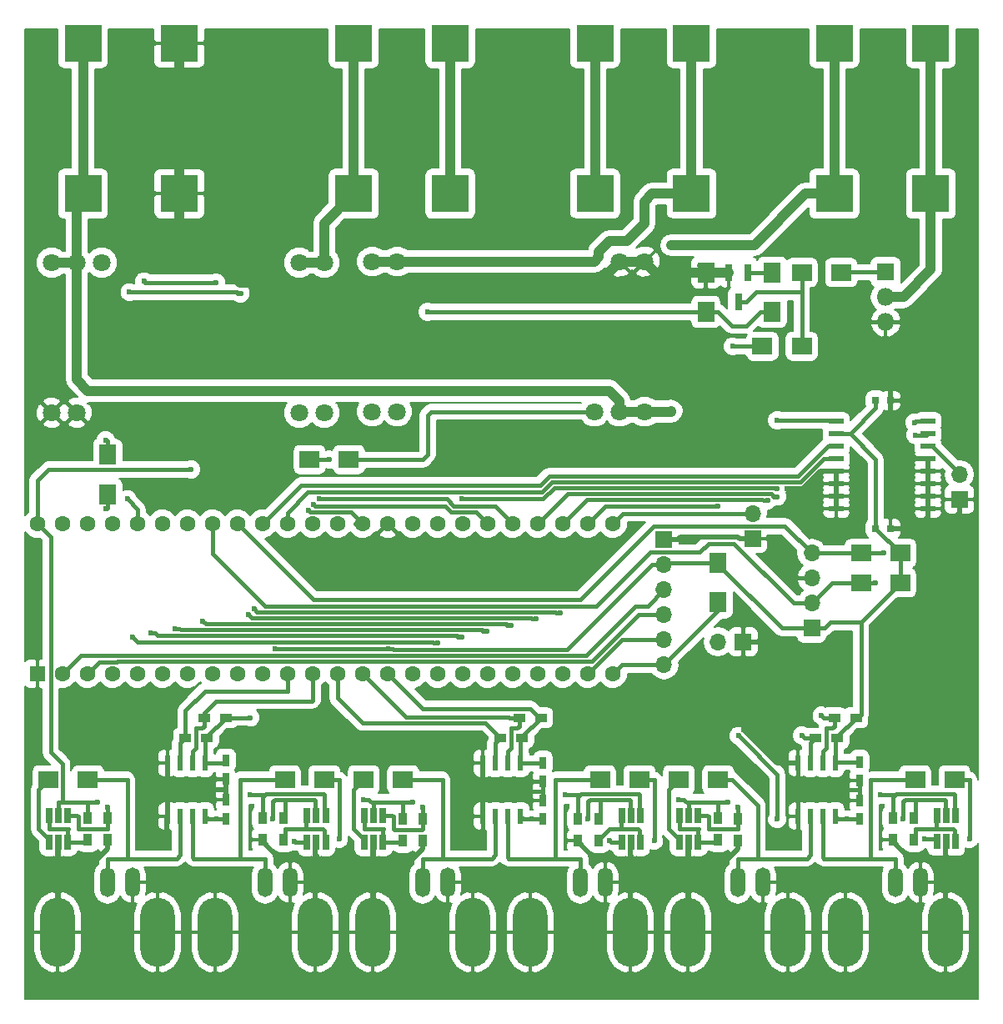
<source format=gbr>
G04 #@! TF.FileFunction,Copper,L1,Top,Signal*
%FSLAX46Y46*%
G04 Gerber Fmt 4.6, Leading zero omitted, Abs format (unit mm)*
G04 Created by KiCad (PCBNEW 4.0.7-e2-6376~58~ubuntu17.04.1) date Thu Oct 26 14:04:45 2017*
%MOMM*%
%LPD*%
G01*
G04 APERTURE LIST*
%ADD10C,0.100000*%
%ADD11R,0.800100X1.800860*%
%ADD12R,3.810000X3.810000*%
%ADD13R,1.800000X1.800000*%
%ADD14O,1.800000X1.800000*%
%ADD15R,1.500000X0.600000*%
%ADD16R,2.000000X1.700000*%
%ADD17R,1.700000X1.700000*%
%ADD18O,1.700000X1.700000*%
%ADD19R,1.700000X2.000000*%
%ADD20R,1.200000X0.900000*%
%ADD21R,0.900000X1.200000*%
%ADD22R,0.750000X1.200000*%
%ADD23R,0.650000X1.560000*%
%ADD24O,3.500000X7.000000*%
%ADD25O,1.500000X3.000000*%
%ADD26R,0.800000X0.750000*%
%ADD27R,0.600000X1.550000*%
%ADD28C,1.600000*%
%ADD29R,1.600000X1.600000*%
%ADD30C,1.800000*%
%ADD31C,0.600000*%
%ADD32C,0.400000*%
%ADD33C,0.500000*%
%ADD34C,1.000000*%
%ADD35C,0.200000*%
G04 APERTURE END LIST*
D10*
D11*
X105000000Y-55500000D03*
X103100000Y-55500000D03*
X104050000Y-58502280D03*
D12*
X99300000Y-32200000D03*
X99300000Y-47490800D03*
X89500000Y-32200000D03*
X89500000Y-47490800D03*
D13*
X119000000Y-55460000D03*
D14*
X119000000Y-58000000D03*
X119000000Y-60540000D03*
D15*
X114000000Y-70610000D03*
X114000000Y-71880000D03*
X114000000Y-73150000D03*
X114000000Y-74420000D03*
X114000000Y-75690000D03*
X114000000Y-76960000D03*
X114000000Y-78230000D03*
X114000000Y-79500000D03*
X123300000Y-79500000D03*
X123300000Y-78230000D03*
X123300000Y-76960000D03*
X123300000Y-75690000D03*
X123300000Y-74420000D03*
X123300000Y-73150000D03*
X123300000Y-71880000D03*
X123300000Y-70610000D03*
D16*
X122000000Y-107000000D03*
X126000000Y-107000000D03*
D17*
X104540000Y-93000000D03*
D18*
X102000000Y-93000000D03*
D17*
X105500000Y-82500000D03*
D18*
X105500000Y-79960000D03*
D19*
X102000000Y-85000000D03*
X102000000Y-89000000D03*
D16*
X116500000Y-84000000D03*
X120500000Y-84000000D03*
X110500000Y-55500000D03*
X114500000Y-55500000D03*
D19*
X40000000Y-74000000D03*
X40000000Y-78000000D03*
D16*
X110500000Y-63000000D03*
X106500000Y-63000000D03*
D19*
X100750000Y-59500000D03*
X100750000Y-55500000D03*
X107500000Y-59500000D03*
X107500000Y-55500000D03*
D16*
X64500000Y-74500000D03*
X60500000Y-74500000D03*
X102000000Y-107000000D03*
X98000000Y-107000000D03*
D20*
X111900000Y-102800000D03*
X114100000Y-102800000D03*
D21*
X119725000Y-110900000D03*
X119725000Y-113100000D03*
D22*
X116350000Y-105200000D03*
X116350000Y-107100000D03*
X116350000Y-111000000D03*
X116350000Y-109100000D03*
X84200000Y-105300000D03*
X84200000Y-107200000D03*
X84200000Y-111000000D03*
X84200000Y-109100000D03*
D12*
X74800000Y-32209200D03*
X74800000Y-47500000D03*
X65000000Y-32209200D03*
X65000000Y-47500000D03*
X123600000Y-32209200D03*
X123600000Y-47500000D03*
X113800000Y-32209200D03*
X113800000Y-47500000D03*
D17*
X111500000Y-91620000D03*
D18*
X111500000Y-89080000D03*
X111500000Y-86540000D03*
X111500000Y-84000000D03*
D12*
X47300000Y-32209200D03*
X47300000Y-47500000D03*
X37500000Y-32209200D03*
X37500000Y-47500000D03*
D16*
X116500000Y-87000000D03*
X120500000Y-87000000D03*
D20*
X113800000Y-100700000D03*
X116000000Y-100700000D03*
D21*
X121900000Y-113100000D03*
X121900000Y-110900000D03*
X102000000Y-113100000D03*
X102000000Y-110900000D03*
X104000000Y-111000000D03*
X104000000Y-113200000D03*
D20*
X81800000Y-100700000D03*
X84000000Y-100700000D03*
X79900000Y-102750000D03*
X82100000Y-102750000D03*
D21*
X89900000Y-113200000D03*
X89900000Y-111000000D03*
X87725000Y-111000000D03*
X87725000Y-113200000D03*
D16*
X90000000Y-107000000D03*
X94000000Y-107000000D03*
D21*
X70000000Y-113200000D03*
X70000000Y-111000000D03*
X72000000Y-111000000D03*
X72000000Y-113200000D03*
D16*
X70000000Y-107000000D03*
X66000000Y-107000000D03*
D23*
X126100000Y-110600000D03*
X125150000Y-110600000D03*
X124200000Y-110600000D03*
X124200000Y-113300000D03*
X126100000Y-113300000D03*
X125150000Y-113300000D03*
X99950000Y-110650000D03*
X99000000Y-110650000D03*
X98050000Y-110650000D03*
X98050000Y-113350000D03*
X99950000Y-113350000D03*
X99000000Y-113350000D03*
X94100000Y-110650000D03*
X93150000Y-110650000D03*
X92200000Y-110650000D03*
X92200000Y-113350000D03*
X94100000Y-113350000D03*
X93150000Y-113350000D03*
X67950000Y-110650000D03*
X67000000Y-110650000D03*
X66050000Y-110650000D03*
X66050000Y-113350000D03*
X67950000Y-113350000D03*
X67000000Y-113350000D03*
D22*
X52000000Y-105050000D03*
X52000000Y-106950000D03*
X52000000Y-110950000D03*
X52000000Y-109050000D03*
D20*
X49800000Y-100700000D03*
X52000000Y-100700000D03*
X47900000Y-102750000D03*
X50100000Y-102750000D03*
D21*
X57900000Y-113100000D03*
X57900000Y-110900000D03*
X55725000Y-110900000D03*
X55725000Y-113100000D03*
X38000000Y-113100000D03*
X38000000Y-110900000D03*
X40000000Y-110900000D03*
X40000000Y-113100000D03*
D16*
X38000000Y-107000000D03*
X34000000Y-107000000D03*
D23*
X62150000Y-110650000D03*
X61200000Y-110650000D03*
X60250000Y-110650000D03*
X60250000Y-113350000D03*
X62150000Y-113350000D03*
X61200000Y-113350000D03*
X35950000Y-110650000D03*
X35000000Y-110650000D03*
X34050000Y-110650000D03*
X34050000Y-113350000D03*
X35950000Y-113350000D03*
X35000000Y-113350000D03*
D24*
X125080000Y-122500000D03*
X114920000Y-122500000D03*
D25*
X120000000Y-117420000D03*
X122540000Y-117420000D03*
D24*
X109080000Y-122500000D03*
X98920000Y-122500000D03*
D25*
X104000000Y-117420000D03*
X106540000Y-117420000D03*
D24*
X93080000Y-122500000D03*
X82920000Y-122500000D03*
D25*
X88000000Y-117420000D03*
X90540000Y-117420000D03*
D24*
X77080000Y-122500000D03*
X66920000Y-122500000D03*
D25*
X72000000Y-117420000D03*
X74540000Y-117420000D03*
D24*
X61080000Y-122500000D03*
X50920000Y-122500000D03*
D25*
X56000000Y-117420000D03*
X58540000Y-117420000D03*
D24*
X45080000Y-122500000D03*
X34920000Y-122500000D03*
D25*
X40000000Y-117420000D03*
X42540000Y-117420000D03*
D17*
X96500000Y-82630000D03*
D18*
X96500000Y-85170000D03*
X96500000Y-87710000D03*
X96500000Y-90250000D03*
X96500000Y-92790000D03*
X96500000Y-95330000D03*
D16*
X58000000Y-107000000D03*
X62000000Y-107000000D03*
D26*
X119500000Y-68500000D03*
X118000000Y-68500000D03*
X119500000Y-81500000D03*
X118000000Y-81500000D03*
D17*
X126500000Y-78540000D03*
D18*
X126500000Y-76000000D03*
D27*
X113905000Y-105300000D03*
X112635000Y-105300000D03*
X111365000Y-105300000D03*
X110095000Y-105300000D03*
X110095000Y-110700000D03*
X111365000Y-110700000D03*
X112635000Y-110700000D03*
X113905000Y-110700000D03*
X81917500Y-105312500D03*
X80647500Y-105312500D03*
X79377500Y-105312500D03*
X78107500Y-105312500D03*
X78107500Y-110712500D03*
X79377500Y-110712500D03*
X80647500Y-110712500D03*
X81917500Y-110712500D03*
X49905000Y-105300000D03*
X48635000Y-105300000D03*
X47365000Y-105300000D03*
X46095000Y-105300000D03*
X46095000Y-110700000D03*
X47365000Y-110700000D03*
X48635000Y-110700000D03*
X49905000Y-110700000D03*
D28*
X73520000Y-96240000D03*
X76060000Y-96240000D03*
X78600000Y-96240000D03*
X81140000Y-96240000D03*
X70980000Y-96240000D03*
X68440000Y-96240000D03*
X65900000Y-96240000D03*
X83680000Y-96240000D03*
X86220000Y-96240000D03*
X88760000Y-96240000D03*
X91300000Y-96240000D03*
X91300000Y-81000000D03*
X88760000Y-81000000D03*
X86220000Y-81000000D03*
X83680000Y-81000000D03*
X81140000Y-81000000D03*
X78600000Y-81000000D03*
X76060000Y-81000000D03*
X73520000Y-81000000D03*
X63360000Y-96240000D03*
X60820000Y-96240000D03*
X58280000Y-96240000D03*
X55740000Y-96240000D03*
X53200000Y-96240000D03*
X50660000Y-96240000D03*
X48120000Y-96240000D03*
X45580000Y-96240000D03*
X43040000Y-96240000D03*
X40500000Y-96240000D03*
X37960000Y-96240000D03*
X35420000Y-96240000D03*
D29*
X32880000Y-96240000D03*
D28*
X70980000Y-81000000D03*
X68440000Y-81000000D03*
X65900000Y-81000000D03*
X63360000Y-81000000D03*
X60820000Y-81000000D03*
X58280000Y-81000000D03*
X55740000Y-81000000D03*
X53200000Y-81000000D03*
X50660000Y-81000000D03*
X48120000Y-81000000D03*
X45580000Y-81000000D03*
X43040000Y-81000000D03*
X40500000Y-81000000D03*
X37960000Y-81000000D03*
X35420000Y-81000000D03*
X32880000Y-81000000D03*
D30*
X94540000Y-54380000D03*
X92000000Y-54380000D03*
X94540000Y-69620000D03*
X92000000Y-69620000D03*
X89460000Y-69620000D03*
X69400000Y-54380000D03*
X66860000Y-54380000D03*
X69400000Y-69620000D03*
X66860000Y-69620000D03*
X34320000Y-69740000D03*
X36860000Y-69740000D03*
X34320000Y-54500000D03*
X36860000Y-54500000D03*
X39400000Y-54500000D03*
X59460000Y-69740000D03*
X62000000Y-69740000D03*
X59460000Y-54500000D03*
X62000000Y-54500000D03*
D31*
X104103324Y-102547248D03*
X103500000Y-63000000D03*
X98000000Y-109000000D03*
X66000000Y-109000000D03*
X48500000Y-75500000D03*
X51100000Y-111000000D03*
X83100000Y-111000000D03*
X115100000Y-111000000D03*
X120800000Y-111000000D03*
X88800000Y-111000000D03*
X56800000Y-111000000D03*
X108000000Y-111000000D03*
X103000000Y-109250000D03*
X71000000Y-109250000D03*
X39000000Y-109250000D03*
X104573441Y-101899938D03*
X99000000Y-55500000D03*
X110000000Y-113500000D03*
X78000000Y-113680000D03*
X109000000Y-77457509D03*
X46000000Y-113000000D03*
X42519521Y-72993192D03*
X53500000Y-73000000D03*
X115000000Y-67000000D03*
X109000000Y-93000000D03*
X48500000Y-73000000D03*
X39799990Y-72500000D03*
X69400000Y-69620000D03*
X68500000Y-93689071D03*
X57000000Y-93689071D03*
X54500000Y-100700000D03*
X118000000Y-87000000D03*
X121920646Y-70744561D03*
X118827576Y-83988074D03*
X122000000Y-72000000D03*
X39799990Y-79500000D03*
X62500000Y-74500000D03*
X97268337Y-69542731D03*
X97268341Y-52729545D03*
X72500000Y-59500000D03*
X102000000Y-79257542D03*
X73500000Y-93089060D03*
X42500000Y-92500000D03*
X44381659Y-92131893D03*
X76000000Y-92489049D03*
X107011510Y-78657531D03*
X110500000Y-102500000D03*
X46852211Y-91655914D03*
X78500000Y-91889038D03*
X108000000Y-78257522D03*
X112500000Y-100500000D03*
X49662747Y-90885286D03*
X81000000Y-91289027D03*
X60937228Y-79068505D03*
X54286534Y-90250646D03*
X83500000Y-90689016D03*
X54866973Y-89663598D03*
X86000000Y-90089005D03*
X118500000Y-108500000D03*
X104000000Y-109750000D03*
X86500000Y-108533656D03*
X40000000Y-109750000D03*
X54500000Y-108500000D03*
X72000000Y-109750000D03*
X127500000Y-113000000D03*
X123000000Y-113000000D03*
X95500000Y-113200000D03*
X91000000Y-113200000D03*
X59000000Y-113300000D03*
X63500000Y-113000000D03*
X43726644Y-56400632D03*
X42000000Y-78500000D03*
X51000000Y-56500000D03*
X53503368Y-57608177D03*
X42237597Y-57500000D03*
X60368310Y-79630956D03*
X61494982Y-78494982D03*
X76000000Y-78499978D03*
X108000000Y-77457509D03*
X108000000Y-70500000D03*
D32*
X104403323Y-102847247D02*
X104103324Y-102547248D01*
X108000000Y-106443924D02*
X104403323Y-102847247D01*
X108000000Y-111000000D02*
X108000000Y-106443924D01*
X106500000Y-63000000D02*
X103500000Y-63000000D01*
X116350000Y-111000000D02*
X115100000Y-111000000D01*
X83100000Y-111000000D02*
X84200000Y-111000000D01*
X51100000Y-111000000D02*
X51950000Y-111000000D01*
X51950000Y-111000000D02*
X52000000Y-110950000D01*
X35400001Y-105390001D02*
X35400001Y-109069999D01*
X35400001Y-109069999D02*
X35000000Y-109470000D01*
X35000000Y-109470000D02*
X35000000Y-110650000D01*
X32880000Y-81000000D02*
X34219999Y-82339999D01*
X34219999Y-82339999D02*
X34219999Y-104209999D01*
X34219999Y-104209999D02*
X35400001Y-105390001D01*
X32880000Y-81000000D02*
X32880000Y-76620000D01*
X32880000Y-76620000D02*
X34000000Y-75500000D01*
X48500000Y-75500000D02*
X34000000Y-75500000D01*
X99000000Y-110650000D02*
X99000000Y-109470000D01*
X99000000Y-109470000D02*
X98530000Y-109000000D01*
X98530000Y-109000000D02*
X98000000Y-109000000D01*
X67000000Y-110650000D02*
X67000000Y-109470000D01*
X67000000Y-109470000D02*
X66530000Y-109000000D01*
X66530000Y-109000000D02*
X66000000Y-109000000D01*
X51100000Y-111000000D02*
X50205000Y-111000000D01*
X50205000Y-111000000D02*
X49905000Y-110700000D01*
X83100000Y-111000000D02*
X82205000Y-111000000D01*
X82205000Y-111000000D02*
X81917500Y-110712500D01*
X115100000Y-111000000D02*
X114205000Y-111000000D01*
X114205000Y-111000000D02*
X113905000Y-110700000D01*
X120800000Y-111000000D02*
X120800000Y-109200000D01*
X120800000Y-109200000D02*
X121000000Y-109000000D01*
X88800000Y-111000000D02*
X88800000Y-109200000D01*
X88800000Y-109200000D02*
X89000000Y-109000000D01*
X56800000Y-111000000D02*
X56800000Y-109200000D01*
X56800000Y-109200000D02*
X57000000Y-109000000D01*
X102000000Y-109250000D02*
X102000000Y-110900000D01*
X102000000Y-109250000D02*
X103000000Y-109250000D01*
X125000000Y-109000000D02*
X122000000Y-109000000D01*
X125100000Y-109100000D02*
X125000000Y-109000000D01*
X121000000Y-109000000D02*
X122000000Y-109000000D01*
X125100000Y-110650000D02*
X125100000Y-109100000D01*
X122000000Y-109000000D02*
X122000000Y-110900000D01*
X99000000Y-110650000D02*
X99000000Y-109250000D01*
X99000000Y-109250000D02*
X102000000Y-109250000D01*
X67000000Y-110650000D02*
X67000000Y-109250000D01*
X67000000Y-109250000D02*
X70000000Y-109250000D01*
X70000000Y-109250000D02*
X71000000Y-109250000D01*
X70000000Y-109250000D02*
X70000000Y-110900000D01*
X93000000Y-109000000D02*
X90000000Y-109000000D01*
X90000000Y-109000000D02*
X90000000Y-110900000D01*
X89000000Y-109000000D02*
X90000000Y-109000000D01*
X93100000Y-110650000D02*
X93100000Y-109100000D01*
X93100000Y-109100000D02*
X93000000Y-109000000D01*
X57000000Y-109000000D02*
X58000000Y-109000000D01*
X61100000Y-110650000D02*
X61100000Y-109100000D01*
X61100000Y-109100000D02*
X61000000Y-109000000D01*
X61000000Y-109000000D02*
X58000000Y-109000000D01*
X58000000Y-109000000D02*
X58000000Y-110900000D01*
X38000000Y-109250000D02*
X39000000Y-109250000D01*
X35000000Y-110650000D02*
X35000000Y-109250000D01*
X38000000Y-109250000D02*
X38000000Y-110900000D01*
X35000000Y-109250000D02*
X38000000Y-109250000D01*
D33*
X104873440Y-102199937D02*
X104573441Y-101899938D01*
X107973503Y-105300000D02*
X104873440Y-102199937D01*
X110095000Y-105300000D02*
X107973503Y-105300000D01*
D34*
X60991999Y-56600001D02*
X63008001Y-56600001D01*
X58451999Y-56600001D02*
X60468001Y-56600001D01*
X60492962Y-56575040D02*
X60967038Y-56575040D01*
X63032962Y-56575040D02*
X89804960Y-56575040D01*
X89804960Y-56575040D02*
X92000000Y-54380000D01*
X58427038Y-56575040D02*
X58451999Y-56600001D01*
X47300000Y-47500000D02*
X47300000Y-50405000D01*
X47300000Y-50405000D02*
X53470040Y-56575040D01*
X53470040Y-56575040D02*
X58427038Y-56575040D01*
X60468001Y-56600001D02*
X60492962Y-56575040D01*
X60967038Y-56575040D02*
X60991999Y-56600001D01*
X63008001Y-56600001D02*
X63032962Y-56575040D01*
X100750000Y-55500000D02*
X95660000Y-55500000D01*
X95660000Y-55500000D02*
X94540000Y-54380000D01*
X100750000Y-55500000D02*
X103100000Y-55500000D01*
D32*
X116350000Y-108050000D02*
X116350000Y-109100000D01*
X116350000Y-107100000D02*
X116350000Y-108050000D01*
X110095000Y-105300000D02*
X110095000Y-108050000D01*
X110095000Y-108050000D02*
X110095000Y-109000000D01*
X116350000Y-108050000D02*
X110095000Y-108050000D01*
X84200000Y-108150000D02*
X84200000Y-107650009D01*
D33*
X78095000Y-109000000D02*
X78095000Y-108150000D01*
D32*
X84200000Y-109100000D02*
X84200000Y-108150000D01*
D33*
X78095000Y-108150000D02*
X78095000Y-105300000D01*
D32*
X84200000Y-108150000D02*
X78095000Y-108150000D01*
X110095000Y-109000000D02*
X110095000Y-110700000D01*
X110145000Y-108950000D02*
X110095000Y-109000000D01*
X110095000Y-110700000D02*
X110095000Y-113405000D01*
X110095000Y-113405000D02*
X110000000Y-113500000D01*
D33*
X78095000Y-110700000D02*
X78095000Y-109000000D01*
D32*
X78195000Y-109100000D02*
X78095000Y-109000000D01*
X78107500Y-110712500D02*
X78107500Y-113572500D01*
X78107500Y-113572500D02*
X78000000Y-113680000D01*
X100000000Y-54750000D02*
X100750000Y-55500000D01*
D33*
X104150000Y-82500000D02*
X103999989Y-82349989D01*
X98130011Y-82349989D02*
X97850000Y-82630000D01*
X103999989Y-82349989D02*
X98130011Y-82349989D01*
X105500000Y-82500000D02*
X104150000Y-82500000D01*
X97850000Y-82630000D02*
X96500000Y-82630000D01*
X114000000Y-75690000D02*
X112376955Y-75690000D01*
X112376955Y-75690000D02*
X110609446Y-77457509D01*
X110609446Y-77457509D02*
X109000000Y-77457509D01*
D34*
X47300000Y-32209200D02*
X47300000Y-47500000D01*
X94540000Y-54380000D02*
X92000000Y-54380000D01*
D33*
X92000000Y-54380000D02*
X94000000Y-54380000D01*
X94000000Y-54380000D02*
X94540000Y-54380000D01*
D34*
X94130000Y-54250000D02*
X94000000Y-54380000D01*
D33*
X52000000Y-108000000D02*
X46095000Y-108000000D01*
X119500000Y-68500000D02*
X119500000Y-71870000D01*
X119500000Y-71870000D02*
X122050000Y-74420000D01*
X122050000Y-74420000D02*
X123300000Y-74420000D01*
X46095000Y-108000000D02*
X46095000Y-105300000D01*
X46095000Y-110700000D02*
X46095000Y-108000000D01*
X46000000Y-113000000D02*
X46000000Y-110795000D01*
X46000000Y-110795000D02*
X46095000Y-110700000D01*
X52000000Y-108000000D02*
X52000000Y-109050000D01*
X52000000Y-108000000D02*
X52000000Y-106950000D01*
X48500000Y-73000000D02*
X42526329Y-73000000D01*
X42526329Y-73000000D02*
X42519521Y-72993192D01*
X48500000Y-73000000D02*
X53500000Y-73000000D01*
X119500000Y-81500000D02*
X121500000Y-81500000D01*
X121500000Y-81500000D02*
X122100000Y-81500000D01*
X126500000Y-78540000D02*
X126500000Y-79890000D01*
X126500000Y-79890000D02*
X124890000Y-81500000D01*
X124890000Y-81500000D02*
X121500000Y-81500000D01*
X122100000Y-81500000D02*
X122140000Y-81540000D01*
X123300000Y-74420000D02*
X123300000Y-75690000D01*
X123300000Y-75690000D02*
X123300000Y-76960000D01*
X123300000Y-76960000D02*
X123300000Y-78230000D01*
X123300000Y-79500000D02*
X123300000Y-78230000D01*
X122100000Y-81500000D02*
X123300000Y-80300000D01*
X123300000Y-80300000D02*
X123300000Y-79500000D01*
X114000000Y-78230000D02*
X114000000Y-79500000D01*
X114000000Y-76960000D02*
X114000000Y-78230000D01*
X114000000Y-75690000D02*
X114000000Y-76960000D01*
X119500000Y-67000000D02*
X119500000Y-68500000D01*
X115000000Y-67000000D02*
X119500000Y-67000000D01*
X109000000Y-93000000D02*
X108000000Y-93000000D01*
X108000000Y-93000000D02*
X107311500Y-93000000D01*
X105500000Y-82500000D02*
X106311500Y-82500000D01*
X34060000Y-70000000D02*
X34320000Y-69740000D01*
X37120000Y-70000000D02*
X36860000Y-69740000D01*
X104540000Y-93000000D02*
X108000000Y-93000000D01*
X109295000Y-105300000D02*
X110095000Y-105300000D01*
X104000000Y-114000000D02*
X103000000Y-115000000D01*
X104000000Y-113100000D02*
X104000000Y-114000000D01*
X121475000Y-115000000D02*
X125100000Y-115000000D01*
X119725000Y-113250000D02*
X121475000Y-115000000D01*
X119725000Y-113100000D02*
X119725000Y-113250000D01*
X125100000Y-113350000D02*
X125100000Y-115000000D01*
X125100000Y-122480000D02*
X125080000Y-122500000D01*
X125100000Y-115000000D02*
X125100000Y-122480000D01*
X98920000Y-122500000D02*
X98920000Y-115000000D01*
X99000000Y-122420000D02*
X98920000Y-122500000D01*
X98920000Y-115000000D02*
X98920000Y-113430000D01*
X103000000Y-115000000D02*
X98920000Y-115000000D01*
X99000000Y-113350000D02*
X99000000Y-122420000D01*
X98920000Y-113430000D02*
X99000000Y-113350000D01*
X98920000Y-113430000D02*
X99000000Y-113350000D01*
X72000000Y-114000000D02*
X71000000Y-115000000D01*
X66920000Y-115000000D02*
X66920000Y-113430000D01*
X71000000Y-115000000D02*
X66920000Y-115000000D01*
X72000000Y-113100000D02*
X72000000Y-114000000D01*
X66920000Y-113430000D02*
X67000000Y-113350000D01*
X66920000Y-113430000D02*
X67000000Y-113350000D01*
X93100000Y-122480000D02*
X93080000Y-122500000D01*
X93100000Y-115000000D02*
X93100000Y-122480000D01*
X67000000Y-122420000D02*
X66920000Y-122500000D01*
X66920000Y-122500000D02*
X66920000Y-115000000D01*
X67000000Y-113350000D02*
X67000000Y-122420000D01*
X89475000Y-115000000D02*
X93100000Y-115000000D01*
X93100000Y-113350000D02*
X93100000Y-115000000D01*
X87725000Y-113250000D02*
X89475000Y-115000000D01*
X87725000Y-113100000D02*
X87725000Y-113250000D01*
X61100000Y-113350000D02*
X61100000Y-115000000D01*
X61100000Y-115000000D02*
X61100000Y-122480000D01*
X55725000Y-113100000D02*
X55725000Y-113250000D01*
X55725000Y-113250000D02*
X57475000Y-115000000D01*
X57475000Y-115000000D02*
X61100000Y-115000000D01*
X61100000Y-122480000D02*
X61080000Y-122500000D01*
X40000000Y-113100000D02*
X40000000Y-114000000D01*
X35000000Y-113350000D02*
X35000000Y-122420000D01*
X35000000Y-122420000D02*
X34920000Y-122500000D01*
X39000000Y-115000000D02*
X34920000Y-115000000D01*
X40000000Y-114000000D02*
X39000000Y-115000000D01*
X34920000Y-122500000D02*
X34920000Y-115000000D01*
X34920000Y-115000000D02*
X34920000Y-113430000D01*
X34920000Y-113430000D02*
X35000000Y-113350000D01*
X46095000Y-110700000D02*
X46095000Y-105300000D01*
X34920000Y-113430000D02*
X35000000Y-113350000D01*
D32*
X39900000Y-72500000D02*
X39799990Y-72500000D01*
X40000000Y-72600000D02*
X39900000Y-72500000D01*
X40000000Y-74000000D02*
X40000000Y-72600000D01*
D34*
X74800000Y-47500000D02*
X74800000Y-32209200D01*
X62000000Y-54500000D02*
X62000000Y-50500000D01*
X62000000Y-50500000D02*
X65000000Y-47500000D01*
X62000000Y-54500000D02*
X59460000Y-54500000D01*
X65000000Y-47500000D02*
X65000000Y-32209200D01*
D32*
X89460000Y-69620000D02*
X72880000Y-69620000D01*
X72880000Y-69620000D02*
X72500000Y-70000000D01*
X72500000Y-70000000D02*
X72500000Y-74000000D01*
X64500000Y-74500000D02*
X72000000Y-74500000D01*
X72000000Y-74500000D02*
X72500000Y-74000000D01*
X89080000Y-70000000D02*
X89460000Y-69620000D01*
D34*
X69400000Y-54380000D02*
X89409998Y-54380000D01*
X89409998Y-54380000D02*
X89899999Y-53889999D01*
X89899999Y-53889999D02*
X89899999Y-53371999D01*
X94500000Y-50500000D02*
X94500000Y-48280802D01*
X94500000Y-48280802D02*
X95290002Y-47490800D01*
X89899999Y-53371999D02*
X90991999Y-52279999D01*
X90991999Y-52279999D02*
X92720001Y-52279999D01*
X92720001Y-52279999D02*
X94500000Y-50500000D01*
X95290002Y-47490800D02*
X99300000Y-47490800D01*
X66860000Y-54380000D02*
X69400000Y-54380000D01*
X69520000Y-54500000D02*
X69400000Y-54380000D01*
X99300000Y-47490800D02*
X99300000Y-32200000D01*
X89500000Y-47490800D02*
X89500000Y-32200000D01*
D32*
X116350000Y-105200000D02*
X114005000Y-105200000D01*
X114005000Y-105200000D02*
X113905000Y-105300000D01*
X81917500Y-105312500D02*
X84187500Y-105312500D01*
X84187500Y-105312500D02*
X84200000Y-105300000D01*
X68440000Y-96240000D02*
X72002571Y-99802571D01*
X72002571Y-99802571D02*
X82952571Y-99802571D01*
X82952571Y-99802571D02*
X83850000Y-100700000D01*
X83850000Y-100700000D02*
X84000000Y-100700000D01*
X96500000Y-85170000D02*
X95297919Y-85170000D01*
X86678858Y-93789061D02*
X69024254Y-93789061D01*
X68924264Y-93689071D02*
X68500000Y-93689071D01*
X95297919Y-85170000D02*
X86678858Y-93789061D01*
X69024254Y-93789061D02*
X68924264Y-93689071D01*
X102000000Y-85000000D02*
X96670000Y-85000000D01*
X96670000Y-85000000D02*
X96500000Y-85170000D01*
X116500000Y-91000000D02*
X120500000Y-87000000D01*
X120500000Y-84000000D02*
X120500000Y-87000000D01*
X57000000Y-93689071D02*
X68500000Y-93689071D01*
X49905000Y-105300000D02*
X51750000Y-105300000D01*
X51750000Y-105300000D02*
X52000000Y-105050000D01*
X52000000Y-100700000D02*
X54500000Y-100700000D01*
X116000000Y-100700000D02*
X116150000Y-100700000D01*
X116150000Y-100700000D02*
X116500000Y-100350000D01*
X116500000Y-100350000D02*
X116500000Y-91000000D01*
X116000000Y-100700000D02*
X115850000Y-100700000D01*
X115395000Y-71880000D02*
X118000000Y-74485000D01*
X118000000Y-74485000D02*
X118000000Y-81500000D01*
X114000000Y-71880000D02*
X115395000Y-71880000D01*
X115395000Y-71880000D02*
X118000000Y-69275000D01*
X118000000Y-69275000D02*
X118000000Y-68500000D01*
X118000000Y-81500000D02*
X120500000Y-84000000D01*
X112780000Y-91620000D02*
X113400000Y-91000000D01*
X113400000Y-91000000D02*
X116500000Y-91000000D01*
X111500000Y-91620000D02*
X112780000Y-91620000D01*
X111500000Y-91620000D02*
X108470000Y-91620000D01*
X108470000Y-91620000D02*
X102000000Y-85150000D01*
X102000000Y-85150000D02*
X102000000Y-85000000D01*
X114100000Y-102600000D02*
X116000000Y-100700000D01*
X113905000Y-102945000D02*
X114100000Y-102750000D01*
X113905000Y-105300000D02*
X113905000Y-102945000D01*
X114100000Y-102750000D02*
X114100000Y-102600000D01*
X81905000Y-105300000D02*
X81905000Y-102945000D01*
X81905000Y-102945000D02*
X82100000Y-102750000D01*
X82100000Y-102600000D02*
X84000000Y-100700000D01*
X82100000Y-102750000D02*
X82100000Y-102600000D01*
X50100000Y-102750000D02*
X50100000Y-102600000D01*
X50100000Y-102600000D02*
X52000000Y-100700000D01*
X49905000Y-105300000D02*
X49905000Y-102945000D01*
X49905000Y-102945000D02*
X50100000Y-102750000D01*
X118000000Y-87000000D02*
X116500000Y-87000000D01*
X89611005Y-89388995D02*
X95080001Y-83919999D01*
X50660000Y-81000000D02*
X50660000Y-84008543D01*
X50660000Y-84008543D02*
X56040452Y-89388995D01*
X56040452Y-89388995D02*
X89611005Y-89388995D01*
X100080001Y-83919999D02*
X101000000Y-83000000D01*
X95080001Y-83919999D02*
X100080001Y-83919999D01*
X103579998Y-83000000D02*
X101000000Y-83000000D01*
X111500000Y-89080000D02*
X109659998Y-89080000D01*
X109659998Y-89080000D02*
X103579998Y-83000000D01*
X116500000Y-87000000D02*
X113580000Y-87000000D01*
X113580000Y-87000000D02*
X111500000Y-89080000D01*
X122055207Y-70610000D02*
X121920646Y-70744561D01*
X123300000Y-70610000D02*
X122055207Y-70610000D01*
X118815650Y-84000000D02*
X118827576Y-83988074D01*
X116500000Y-84000000D02*
X118815650Y-84000000D01*
X122000000Y-72000000D02*
X123180000Y-72000000D01*
X123180000Y-72000000D02*
X123300000Y-71880000D01*
X60912720Y-88712720D02*
X53200000Y-81000000D01*
X87997278Y-88712720D02*
X60912720Y-88712720D01*
X111500000Y-84000000D02*
X108749999Y-81249999D01*
X95459999Y-81249999D02*
X87997278Y-88712720D01*
X108749999Y-81249999D02*
X95459999Y-81249999D01*
X111500000Y-84000000D02*
X116500000Y-84000000D01*
X107500000Y-55500000D02*
X105000000Y-55500000D01*
X119000000Y-55460000D02*
X114540000Y-55460000D01*
X114540000Y-55460000D02*
X114500000Y-55500000D01*
X39900000Y-79500000D02*
X39799990Y-79500000D01*
X40000000Y-79400000D02*
X39900000Y-79500000D01*
X40000000Y-78000000D02*
X40000000Y-79400000D01*
X62500000Y-74500000D02*
X60500000Y-74500000D01*
D34*
X36860000Y-54500000D02*
X36860000Y-66360000D01*
X36860000Y-66360000D02*
X38000000Y-67500000D01*
X38000000Y-67500000D02*
X90950454Y-67500000D01*
X90950454Y-67500000D02*
X92000000Y-68549546D01*
X92000000Y-68549546D02*
X92000000Y-69620000D01*
X36860000Y-54500000D02*
X36860000Y-48140000D01*
X36860000Y-48140000D02*
X37500000Y-47500000D01*
X34320000Y-54500000D02*
X36860000Y-54500000D01*
X94540000Y-69620000D02*
X97191068Y-69620000D01*
X97191068Y-69620000D02*
X97268337Y-69542731D01*
X94617269Y-69542731D02*
X94540000Y-69620000D01*
X94540000Y-69620000D02*
X92000000Y-69620000D01*
X105665455Y-52729545D02*
X97268341Y-52729545D01*
X110895000Y-47500000D02*
X105665455Y-52729545D01*
X113800000Y-47500000D02*
X110895000Y-47500000D01*
X113800000Y-32209200D02*
X113800000Y-47500000D01*
X37500000Y-32209200D02*
X37500000Y-47500000D01*
D32*
X100750000Y-59500000D02*
X72500000Y-59500000D01*
X100750000Y-59500000D02*
X102000000Y-59500000D01*
X102000000Y-59500000D02*
X103400000Y-60900000D01*
X104850000Y-60900000D02*
X106250000Y-59500000D01*
X103400000Y-60900000D02*
X104850000Y-60900000D01*
X106250000Y-59500000D02*
X107500000Y-59500000D01*
X105500000Y-79960000D02*
X92340000Y-79960000D01*
X92340000Y-79960000D02*
X91300000Y-81000000D01*
X88760000Y-81000000D02*
X90502458Y-79257542D01*
X90502458Y-79257542D02*
X102000000Y-79257542D01*
X110500000Y-55500000D02*
X110500000Y-57500000D01*
X110500000Y-57500000D02*
X110500000Y-63000000D01*
X105852330Y-57500000D02*
X110500000Y-57500000D01*
X104050000Y-58502280D02*
X104850050Y-58502280D01*
X104850050Y-58502280D02*
X105852330Y-57500000D01*
X120000000Y-115000000D02*
X117500000Y-115000000D01*
X112635000Y-114885000D02*
X112750000Y-115000000D01*
X112635000Y-110700000D02*
X112635000Y-114885000D01*
X120000000Y-117420000D02*
X120000000Y-115000000D01*
X122000000Y-107000000D02*
X117500000Y-107000000D01*
X112750000Y-115000000D02*
X120000000Y-115000000D01*
X117500000Y-107000000D02*
X117500000Y-115000000D01*
X103400000Y-107000000D02*
X102000000Y-107000000D01*
X106000000Y-109600000D02*
X103400000Y-107000000D01*
X106000000Y-115000000D02*
X106000000Y-109600000D01*
X111000000Y-115000000D02*
X111365000Y-114635000D01*
X111365000Y-114635000D02*
X111365000Y-110700000D01*
X106000000Y-115000000D02*
X111000000Y-115000000D01*
X104000000Y-115000000D02*
X106000000Y-115000000D01*
X104000000Y-117420000D02*
X104000000Y-115000000D01*
X85500000Y-115000000D02*
X88000000Y-115000000D01*
X90000000Y-107000000D02*
X85500000Y-107000000D01*
X85500000Y-107000000D02*
X85500000Y-115000000D01*
X80635000Y-110700000D02*
X80635000Y-114885000D01*
X80635000Y-114885000D02*
X80750000Y-115000000D01*
X80750000Y-115000000D02*
X88000000Y-115000000D01*
X88000000Y-117420000D02*
X88000000Y-115000000D01*
X79365000Y-114635000D02*
X79365000Y-110700000D01*
X79000000Y-115000000D02*
X79365000Y-114635000D01*
X74000000Y-115000000D02*
X74000000Y-107000000D01*
X74000000Y-107000000D02*
X70000000Y-107000000D01*
X72000000Y-115000000D02*
X74000000Y-115000000D01*
X74000000Y-115000000D02*
X79000000Y-115000000D01*
X72000000Y-117420000D02*
X72000000Y-115000000D01*
X53500000Y-115000000D02*
X56000000Y-115000000D01*
X58000000Y-107000000D02*
X53500000Y-107000000D01*
X53500000Y-107000000D02*
X53500000Y-115000000D01*
X48635000Y-110700000D02*
X48635000Y-114885000D01*
X48750000Y-115000000D02*
X56000000Y-115000000D01*
X48635000Y-114885000D02*
X48750000Y-115000000D01*
X56000000Y-117420000D02*
X56000000Y-115000000D01*
X42000000Y-115000000D02*
X47000000Y-115000000D01*
X47365000Y-114635000D02*
X47365000Y-110700000D01*
X47000000Y-115000000D02*
X47365000Y-114635000D01*
X40000000Y-117420000D02*
X40000000Y-115000000D01*
X42000000Y-107000000D02*
X38000000Y-107000000D01*
X42000000Y-115000000D02*
X42000000Y-107000000D01*
X40000000Y-115000000D02*
X42000000Y-115000000D01*
X79900000Y-102750000D02*
X78368026Y-101218026D01*
X65869484Y-101218026D02*
X63360000Y-98708542D01*
X78368026Y-101218026D02*
X65869484Y-101218026D01*
X63360000Y-98708542D02*
X63360000Y-96240000D01*
X79365000Y-105300000D02*
X79365000Y-103285000D01*
X79365000Y-103285000D02*
X79900000Y-102750000D01*
X73075736Y-93089060D02*
X73500000Y-93089060D01*
X72975737Y-92989061D02*
X73075736Y-93089060D01*
X43013220Y-93013220D02*
X44672330Y-93013220D01*
X44672330Y-93013220D02*
X44696489Y-92989061D01*
X44696489Y-92989061D02*
X72975737Y-92989061D01*
X42500000Y-92500000D02*
X43013220Y-93013220D01*
X80800000Y-100700000D02*
X81800000Y-100700000D01*
X80718015Y-100618015D02*
X80800000Y-100700000D01*
X70278015Y-100618015D02*
X80718015Y-100618015D01*
X65900000Y-96240000D02*
X70278015Y-100618015D01*
X81000000Y-103750000D02*
X80635000Y-104115000D01*
X80635000Y-104115000D02*
X80635000Y-105300000D01*
X81800000Y-101550000D02*
X81600000Y-101750000D01*
X81800000Y-100700000D02*
X81800000Y-101550000D01*
X81600000Y-101750000D02*
X81000000Y-101750000D01*
X81000000Y-101750000D02*
X81000000Y-103750000D01*
X76000000Y-92489049D02*
X75575736Y-92489049D01*
X44805923Y-92131893D02*
X44381659Y-92131893D01*
X45063080Y-92389050D02*
X44805923Y-92131893D01*
X75575736Y-92489049D02*
X75475737Y-92389050D01*
X75475737Y-92389050D02*
X45063080Y-92389050D01*
X88662468Y-78557532D02*
X106487247Y-78557532D01*
X106587246Y-78657531D02*
X107011510Y-78657531D01*
X86220000Y-81000000D02*
X88662468Y-78557532D01*
X106487247Y-78557532D02*
X106587246Y-78657531D01*
X111900000Y-102800000D02*
X110800000Y-102800000D01*
X110800000Y-102800000D02*
X110500000Y-102500000D01*
X111365000Y-103285000D02*
X111900000Y-102750000D01*
X111365000Y-105300000D02*
X111365000Y-103285000D01*
X47409600Y-91789039D02*
X47276475Y-91655914D01*
X78075736Y-91889038D02*
X77975737Y-91789039D01*
X47276475Y-91655914D02*
X46852211Y-91655914D01*
X77975737Y-91789039D02*
X47409600Y-91789039D01*
X78500000Y-91889038D02*
X78075736Y-91889038D01*
X83680000Y-81000000D02*
X86722479Y-77957521D01*
X107362913Y-77957521D02*
X107662914Y-78257522D01*
X86722479Y-77957521D02*
X107362913Y-77957521D01*
X107662914Y-78257522D02*
X108000000Y-78257522D01*
X113800000Y-100700000D02*
X112700000Y-100700000D01*
X112700000Y-100700000D02*
X112500000Y-100500000D01*
X113800000Y-101550000D02*
X113600000Y-101750000D01*
X113800000Y-100700000D02*
X113800000Y-101550000D01*
X113600000Y-101750000D02*
X113000000Y-101750000D01*
X112635000Y-104115000D02*
X112635000Y-105300000D01*
X113000000Y-103750000D02*
X112635000Y-104115000D01*
X113000000Y-101750000D02*
X113000000Y-103750000D01*
X49966489Y-91189028D02*
X49662747Y-90885286D01*
X80475737Y-91189028D02*
X49966489Y-91189028D01*
X80575736Y-91289027D02*
X80475737Y-91189028D01*
X81000000Y-91289027D02*
X80575736Y-91289027D01*
X74310437Y-79194984D02*
X61063707Y-79194984D01*
X61063707Y-79194984D02*
X60937228Y-79068505D01*
X74915452Y-79799999D02*
X74310437Y-79194984D01*
X78600000Y-81000000D02*
X77399999Y-79799999D01*
X77399999Y-79799999D02*
X74915452Y-79799999D01*
X82975737Y-90589017D02*
X54624905Y-90589017D01*
X83075736Y-90689016D02*
X82975737Y-90589017D01*
X83500000Y-90689016D02*
X83075736Y-90689016D01*
X54624905Y-90589017D02*
X54286534Y-90250646D01*
X60820000Y-96240000D02*
X60820000Y-98930000D01*
X60820000Y-98930000D02*
X60750000Y-99000000D01*
X60750000Y-99000000D02*
X51000000Y-99000000D01*
X51000000Y-99000000D02*
X49800000Y-100200000D01*
X49800000Y-100200000D02*
X49800000Y-100700000D01*
X49800000Y-100700000D02*
X49800000Y-101550000D01*
X49800000Y-101550000D02*
X49600000Y-101750000D01*
X49600000Y-101750000D02*
X49000000Y-101750000D01*
X48635000Y-104115000D02*
X48635000Y-105300000D01*
X49000000Y-103750000D02*
X48635000Y-104115000D01*
X49000000Y-101750000D02*
X49000000Y-103750000D01*
X55192381Y-89989006D02*
X54866973Y-89663598D01*
X85475737Y-89989006D02*
X55192381Y-89989006D01*
X85575736Y-90089005D02*
X85475737Y-89989006D01*
X86000000Y-90089005D02*
X85575736Y-90089005D01*
X94821005Y-89388995D02*
X93611005Y-89388995D01*
X37260010Y-94399990D02*
X35420000Y-96240000D01*
X96500000Y-87710000D02*
X94821005Y-89388995D01*
X88600010Y-94399990D02*
X37260010Y-94399990D01*
X93611005Y-89388995D02*
X88600010Y-94399990D01*
X96500000Y-90250000D02*
X93901458Y-90250000D01*
X93901458Y-90250000D02*
X89151458Y-95000000D01*
X89151458Y-95000000D02*
X41000000Y-95000000D01*
X41000000Y-95000000D02*
X40960001Y-95039999D01*
X40960001Y-95039999D02*
X39160001Y-95039999D01*
X39160001Y-95039999D02*
X37960000Y-96240000D01*
X102000000Y-89000000D02*
X102000000Y-89830000D01*
X102000000Y-89830000D02*
X96500000Y-95330000D01*
X96500000Y-95330000D02*
X92210000Y-95330000D01*
X92210000Y-95330000D02*
X91300000Y-96240000D01*
X120100010Y-108399990D02*
X125899990Y-108399990D01*
X119725000Y-110900000D02*
X119725000Y-108775000D01*
X119725000Y-108775000D02*
X120100010Y-108399990D01*
X120100010Y-108399990D02*
X120000000Y-108500000D01*
X120000000Y-108500000D02*
X118500000Y-108500000D01*
X126050000Y-108550000D02*
X126050000Y-110650000D01*
X125899990Y-108399990D02*
X126050000Y-108550000D01*
X104000000Y-109750000D02*
X104000000Y-110900000D01*
X104000000Y-112000000D02*
X104000000Y-110900000D01*
X101000000Y-112000000D02*
X104000000Y-112000000D01*
X101000000Y-110750000D02*
X101000000Y-112000000D01*
X100900000Y-110650000D02*
X101000000Y-110750000D01*
X99950000Y-110650000D02*
X100900000Y-110650000D01*
X47900000Y-102750000D02*
X47900000Y-100000000D01*
X47900000Y-100000000D02*
X49900000Y-98000000D01*
X49900000Y-98000000D02*
X58250000Y-98000000D01*
X58250000Y-98000000D02*
X58280000Y-97970000D01*
X58280000Y-97970000D02*
X58280000Y-96240000D01*
X47365000Y-105300000D02*
X47365000Y-103285000D01*
X47365000Y-103285000D02*
X47900000Y-102750000D01*
X86924264Y-108533656D02*
X86500000Y-108533656D01*
X88100010Y-108399990D02*
X87966344Y-108533656D01*
X87966344Y-108533656D02*
X86924264Y-108533656D01*
X87725000Y-110900000D02*
X87725000Y-108775000D01*
X87725000Y-108775000D02*
X88100010Y-108399990D01*
X88100010Y-108399990D02*
X93899990Y-108399990D01*
X93899990Y-108399990D02*
X94050000Y-108550000D01*
X94050000Y-108550000D02*
X94050000Y-110650000D01*
X35950000Y-110650000D02*
X36900000Y-110650000D01*
X40000000Y-112000000D02*
X40000000Y-110900000D01*
X37000000Y-112000000D02*
X40000000Y-112000000D01*
X37000000Y-110750000D02*
X37000000Y-112000000D01*
X36900000Y-110650000D02*
X37000000Y-110750000D01*
X40000000Y-109750000D02*
X40000000Y-110900000D01*
X56100010Y-108399990D02*
X56000000Y-108500000D01*
X56000000Y-108500000D02*
X54500000Y-108500000D01*
X61899990Y-108399990D02*
X62050000Y-108550000D01*
X62050000Y-108550000D02*
X62050000Y-110650000D01*
X55725000Y-108775000D02*
X56100010Y-108399990D01*
X56100010Y-108399990D02*
X61899990Y-108399990D01*
X55725000Y-110900000D02*
X55725000Y-108775000D01*
X69100000Y-112100000D02*
X71900000Y-112100000D01*
X71900000Y-112100000D02*
X72000000Y-112000000D01*
X69000000Y-112000000D02*
X69100000Y-112100000D01*
X69000000Y-110750000D02*
X69000000Y-112000000D01*
X68900000Y-110650000D02*
X69000000Y-110750000D01*
X67950000Y-110650000D02*
X68900000Y-110650000D01*
X72000000Y-109750000D02*
X72000000Y-110900000D01*
X72000000Y-112000000D02*
X72000000Y-110900000D01*
D34*
X123600000Y-47500000D02*
X123600000Y-55212792D01*
X123600000Y-55212792D02*
X120812792Y-58000000D01*
X120812792Y-58000000D02*
X119000000Y-58000000D01*
X123600000Y-32209200D02*
X123600000Y-47500000D01*
D32*
X127500000Y-113000000D02*
X127500000Y-107000000D01*
X123000000Y-113000000D02*
X123900000Y-113000000D01*
X123900000Y-113000000D02*
X124200000Y-113300000D01*
X127500000Y-107000000D02*
X126000000Y-107000000D01*
X125880000Y-112000000D02*
X126050000Y-112170000D01*
X124320000Y-112000000D02*
X125880000Y-112000000D01*
X124150000Y-111830000D02*
X124320000Y-112000000D01*
X122000000Y-112000000D02*
X122000000Y-113100000D01*
X124150000Y-110650000D02*
X124150000Y-111830000D01*
X124320000Y-112000000D02*
X122000000Y-112000000D01*
X126050000Y-112170000D02*
X126050000Y-113350000D01*
X97000000Y-108000000D02*
X98000000Y-107000000D01*
X97000000Y-112000000D02*
X97000000Y-108000000D01*
X98050000Y-113050000D02*
X97000000Y-112000000D01*
X98050000Y-113350000D02*
X98050000Y-113050000D01*
X101750000Y-113350000D02*
X102000000Y-113100000D01*
X99950000Y-113350000D02*
X101750000Y-113350000D01*
X100000000Y-112000000D02*
X99950000Y-112050000D01*
X99950000Y-112050000D02*
X99950000Y-113350000D01*
X98100000Y-112000000D02*
X100000000Y-112000000D01*
X98050000Y-111950000D02*
X98100000Y-112000000D01*
X98050000Y-110650000D02*
X98050000Y-111950000D01*
X95500000Y-113200000D02*
X95500000Y-107000000D01*
X92200000Y-113350000D02*
X91150000Y-113350000D01*
X91150000Y-113350000D02*
X91000000Y-113200000D01*
X95500000Y-107000000D02*
X94000000Y-107000000D01*
X89900000Y-113200000D02*
X89900000Y-113050000D01*
X90950000Y-112000000D02*
X92320000Y-112000000D01*
X89900000Y-113050000D02*
X90950000Y-112000000D01*
X92150000Y-111830000D02*
X92320000Y-112000000D01*
X92320000Y-112000000D02*
X93880000Y-112000000D01*
X94050000Y-112170000D02*
X94050000Y-113350000D01*
X93880000Y-112000000D02*
X94050000Y-112170000D01*
X92150000Y-110650000D02*
X92150000Y-111830000D01*
X66050000Y-113350000D02*
X66050000Y-113050000D01*
X66050000Y-113050000D02*
X65000000Y-112000000D01*
X65000000Y-112000000D02*
X65000000Y-108000000D01*
X65000000Y-108000000D02*
X66000000Y-107000000D01*
X68000000Y-112000000D02*
X67950000Y-112050000D01*
X67950000Y-112050000D02*
X67950000Y-113350000D01*
X66050000Y-110650000D02*
X66050000Y-111950000D01*
X69750000Y-113350000D02*
X70000000Y-113100000D01*
X67950000Y-113350000D02*
X69750000Y-113350000D01*
X66050000Y-111950000D02*
X66100000Y-112000000D01*
X66100000Y-112000000D02*
X68000000Y-112000000D01*
X60250000Y-113350000D02*
X59050000Y-113350000D01*
X59050000Y-113350000D02*
X59000000Y-113300000D01*
X63500000Y-107000000D02*
X62000000Y-107000000D01*
X63500000Y-113000000D02*
X63500000Y-107000000D01*
X60320000Y-112000000D02*
X58000000Y-112000000D01*
X58000000Y-112000000D02*
X58000000Y-113100000D01*
X60320000Y-112000000D02*
X61880000Y-112000000D01*
X61880000Y-112000000D02*
X62050000Y-112170000D01*
X62050000Y-112170000D02*
X62050000Y-113350000D01*
X60150000Y-110650000D02*
X60150000Y-111830000D01*
X60150000Y-111830000D02*
X60320000Y-112000000D01*
X34050000Y-113350000D02*
X34050000Y-113050000D01*
X34050000Y-113050000D02*
X33000000Y-112000000D01*
X33000000Y-112000000D02*
X33000000Y-108000000D01*
X33000000Y-108000000D02*
X34000000Y-107000000D01*
X34050000Y-110650000D02*
X34050000Y-111950000D01*
X35950000Y-112050000D02*
X35950000Y-113350000D01*
X36000000Y-112000000D02*
X35950000Y-112050000D01*
X34100000Y-112000000D02*
X36000000Y-112000000D01*
X34050000Y-111950000D02*
X34100000Y-112000000D01*
X35950000Y-113350000D02*
X37750000Y-113350000D01*
X37750000Y-113350000D02*
X38000000Y-113100000D01*
X96500000Y-92790000D02*
X92210000Y-92790000D01*
X92210000Y-92790000D02*
X88760000Y-96240000D01*
X43826012Y-56500000D02*
X43726644Y-56400632D01*
X51000000Y-56500000D02*
X43826012Y-56500000D01*
X43040000Y-81000000D02*
X43040000Y-79540000D01*
X43040000Y-79540000D02*
X42000000Y-78500000D01*
X53122193Y-57500000D02*
X53230370Y-57608177D01*
X42237597Y-57500000D02*
X53122193Y-57500000D01*
X53230370Y-57608177D02*
X53503368Y-57608177D01*
X65900000Y-81000000D02*
X64699999Y-79799999D01*
X64699999Y-79799999D02*
X60537353Y-79799999D01*
X60537353Y-79799999D02*
X60368310Y-79630956D01*
X65900000Y-81000000D02*
X65136003Y-81000000D01*
X74458978Y-78494982D02*
X61494982Y-78494982D01*
X79339988Y-79199988D02*
X75163984Y-79199988D01*
X81140000Y-81000000D02*
X79339988Y-79199988D01*
X75163984Y-79199988D02*
X74458978Y-78494982D01*
X123300000Y-73150000D02*
X123750000Y-73150000D01*
X123750000Y-73150000D02*
X126500000Y-75900000D01*
X126500000Y-75900000D02*
X126500000Y-76000000D01*
X114000000Y-73150000D02*
X113996136Y-73153864D01*
X113996136Y-73153864D02*
X113132449Y-73153864D01*
X113132449Y-73153864D02*
X110128824Y-76157489D01*
X110128824Y-76157489D02*
X84842511Y-76157489D01*
X84842511Y-76157489D02*
X83923768Y-77076232D01*
X83923768Y-77076232D02*
X59663768Y-77076232D01*
X59663768Y-77076232D02*
X55740000Y-81000000D01*
X60353649Y-77794981D02*
X84089095Y-77794981D01*
X58280000Y-81000000D02*
X58280000Y-79868630D01*
X84089095Y-77794981D02*
X85126577Y-76757499D01*
X58280000Y-79868630D02*
X60353649Y-77794981D01*
X112714855Y-74420000D02*
X114000000Y-74420000D01*
X110377356Y-76757499D02*
X112714855Y-74420000D01*
X85126577Y-76757499D02*
X110377356Y-76757499D01*
X84232618Y-78500000D02*
X76000022Y-78500000D01*
X84232618Y-78500000D02*
X85375108Y-77357510D01*
X76000022Y-78500000D02*
X76000000Y-78499978D01*
X85375108Y-77357510D02*
X107900001Y-77357510D01*
X107900001Y-77357510D02*
X108000000Y-77457509D01*
X108000000Y-70500000D02*
X113890000Y-70500000D01*
X113890000Y-70500000D02*
X114000000Y-70610000D01*
D35*
G36*
X31607620Y-81848572D02*
X32029209Y-82270897D01*
X32580323Y-82499739D01*
X33107407Y-82500199D01*
X33319999Y-82712791D01*
X33319999Y-94740000D01*
X33155000Y-94740000D01*
X32980000Y-94915000D01*
X32980000Y-96140000D01*
X33000000Y-96140000D01*
X33000000Y-96340000D01*
X32980000Y-96340000D01*
X32980000Y-97565000D01*
X33155000Y-97740000D01*
X33319999Y-97740000D01*
X33319999Y-104209999D01*
X33388507Y-104554414D01*
X33583603Y-104846395D01*
X34173495Y-105436287D01*
X33000000Y-105436287D01*
X32740596Y-105485097D01*
X32502349Y-105638405D01*
X32342518Y-105872326D01*
X32286287Y-106150000D01*
X32286287Y-107479317D01*
X32168508Y-107655585D01*
X32100000Y-108000000D01*
X32100000Y-112000000D01*
X32168508Y-112344415D01*
X32363604Y-112636396D01*
X33011287Y-113284079D01*
X33011287Y-114130000D01*
X33060097Y-114389404D01*
X33213405Y-114627651D01*
X33447326Y-114787482D01*
X33725000Y-114843713D01*
X34375000Y-114843713D01*
X34508310Y-114818629D01*
X34535762Y-114830000D01*
X34725000Y-114830000D01*
X34900000Y-114655000D01*
X34900000Y-114601568D01*
X35001259Y-114453371D01*
X35100000Y-114606819D01*
X35100000Y-114655000D01*
X35275000Y-114830000D01*
X35464238Y-114830000D01*
X35494791Y-114817345D01*
X35625000Y-114843713D01*
X36275000Y-114843713D01*
X36534404Y-114794903D01*
X36772651Y-114641595D01*
X36932482Y-114407674D01*
X36964412Y-114250000D01*
X37115020Y-114250000D01*
X37272326Y-114357482D01*
X37550000Y-114413713D01*
X38450000Y-114413713D01*
X38709404Y-114364903D01*
X38947651Y-114211595D01*
X38997983Y-114137932D01*
X39153482Y-114293432D01*
X39354779Y-114376811D01*
X39168508Y-114655585D01*
X39100000Y-115000000D01*
X39100000Y-115517868D01*
X38974695Y-115601594D01*
X38660375Y-116072008D01*
X38550000Y-116626899D01*
X38550000Y-118213101D01*
X38660375Y-118767992D01*
X38974695Y-119238406D01*
X39445109Y-119552726D01*
X40000000Y-119663101D01*
X40554891Y-119552726D01*
X41025305Y-119238406D01*
X41275137Y-118864505D01*
X41585406Y-119266016D01*
X42077497Y-119547894D01*
X42214941Y-119583095D01*
X42440000Y-119441072D01*
X42440000Y-117520000D01*
X42420000Y-117520000D01*
X42420000Y-117320000D01*
X42440000Y-117320000D01*
X42440000Y-117300000D01*
X42640000Y-117300000D01*
X42640000Y-117320000D01*
X43990000Y-117320000D01*
X43990000Y-116570000D01*
X43841357Y-116022721D01*
X43746524Y-115900000D01*
X47000000Y-115900000D01*
X47344415Y-115831492D01*
X47636396Y-115636396D01*
X47899586Y-115373206D01*
X47998604Y-115521396D01*
X48113604Y-115636396D01*
X48405585Y-115831492D01*
X48750000Y-115900000D01*
X54775307Y-115900000D01*
X54660375Y-116072008D01*
X54550000Y-116626899D01*
X54550000Y-118213101D01*
X54660375Y-118767992D01*
X54974695Y-119238406D01*
X55445109Y-119552726D01*
X56000000Y-119663101D01*
X56554891Y-119552726D01*
X57025305Y-119238406D01*
X57275137Y-118864505D01*
X57585406Y-119266016D01*
X58077497Y-119547894D01*
X58214941Y-119583095D01*
X58440000Y-119441072D01*
X58440000Y-117520000D01*
X58420000Y-117520000D01*
X58420000Y-117320000D01*
X58440000Y-117320000D01*
X58440000Y-115398928D01*
X58640000Y-115398928D01*
X58640000Y-117320000D01*
X59990000Y-117320000D01*
X59990000Y-116570000D01*
X59841357Y-116022721D01*
X59494594Y-115573984D01*
X59002503Y-115292106D01*
X58865059Y-115256905D01*
X58640000Y-115398928D01*
X58440000Y-115398928D01*
X58214941Y-115256905D01*
X58077497Y-115292106D01*
X57585406Y-115573984D01*
X57275137Y-115975495D01*
X57025305Y-115601594D01*
X56900000Y-115517868D01*
X56900000Y-115000000D01*
X56831492Y-114655585D01*
X56636396Y-114363604D01*
X56546738Y-114303696D01*
X56571518Y-114293432D01*
X56768431Y-114096518D01*
X56809511Y-113997344D01*
X56938405Y-114197651D01*
X57172326Y-114357482D01*
X57450000Y-114413713D01*
X58350000Y-114413713D01*
X58609404Y-114364903D01*
X58745709Y-114277193D01*
X58800215Y-114299826D01*
X59198040Y-114300173D01*
X59240042Y-114282818D01*
X59260097Y-114389404D01*
X59413405Y-114627651D01*
X59647326Y-114787482D01*
X59925000Y-114843713D01*
X60575000Y-114843713D01*
X60708310Y-114818629D01*
X60735762Y-114830000D01*
X60925000Y-114830000D01*
X61100000Y-114655000D01*
X61100000Y-114601568D01*
X61201259Y-114453371D01*
X61300000Y-114606819D01*
X61300000Y-114655000D01*
X61475000Y-114830000D01*
X61664238Y-114830000D01*
X61694791Y-114817345D01*
X61825000Y-114843713D01*
X62475000Y-114843713D01*
X62734404Y-114794903D01*
X62972651Y-114641595D01*
X63132482Y-114407674D01*
X63188713Y-114130000D01*
X63188713Y-113953526D01*
X63300215Y-113999826D01*
X63698040Y-114000173D01*
X64065714Y-113848253D01*
X64347264Y-113567194D01*
X64499826Y-113199785D01*
X64500173Y-112801960D01*
X64479757Y-112752549D01*
X65011287Y-113284079D01*
X65011287Y-114130000D01*
X65060097Y-114389404D01*
X65213405Y-114627651D01*
X65447326Y-114787482D01*
X65725000Y-114843713D01*
X66375000Y-114843713D01*
X66508310Y-114818629D01*
X66535762Y-114830000D01*
X66725000Y-114830000D01*
X66900000Y-114655000D01*
X66900000Y-114601568D01*
X67001259Y-114453371D01*
X67100000Y-114606819D01*
X67100000Y-114655000D01*
X67275000Y-114830000D01*
X67464238Y-114830000D01*
X67494791Y-114817345D01*
X67625000Y-114843713D01*
X68275000Y-114843713D01*
X68534404Y-114794903D01*
X68772651Y-114641595D01*
X68932482Y-114407674D01*
X68964412Y-114250000D01*
X69007742Y-114250000D01*
X69038405Y-114297651D01*
X69272326Y-114457482D01*
X69550000Y-114513713D01*
X70450000Y-114513713D01*
X70709404Y-114464903D01*
X70947651Y-114311595D01*
X70997983Y-114237932D01*
X71153482Y-114393432D01*
X71302445Y-114455134D01*
X71168508Y-114655585D01*
X71100000Y-115000000D01*
X71100000Y-115517868D01*
X70974695Y-115601594D01*
X70660375Y-116072008D01*
X70550000Y-116626899D01*
X70550000Y-118213101D01*
X70660375Y-118767992D01*
X70974695Y-119238406D01*
X71445109Y-119552726D01*
X72000000Y-119663101D01*
X72554891Y-119552726D01*
X73025305Y-119238406D01*
X73275137Y-118864505D01*
X73585406Y-119266016D01*
X74077497Y-119547894D01*
X74214941Y-119583095D01*
X74440000Y-119441072D01*
X74440000Y-117520000D01*
X74420000Y-117520000D01*
X74420000Y-117320000D01*
X74440000Y-117320000D01*
X74440000Y-117300000D01*
X74640000Y-117300000D01*
X74640000Y-117320000D01*
X75990000Y-117320000D01*
X75990000Y-116570000D01*
X75841357Y-116022721D01*
X75746524Y-115900000D01*
X79000000Y-115900000D01*
X79344415Y-115831492D01*
X79636396Y-115636396D01*
X79899586Y-115373206D01*
X79998604Y-115521396D01*
X80113604Y-115636396D01*
X80405585Y-115831492D01*
X80750000Y-115900000D01*
X86775307Y-115900000D01*
X86660375Y-116072008D01*
X86550000Y-116626899D01*
X86550000Y-118213101D01*
X86660375Y-118767992D01*
X86974695Y-119238406D01*
X87445109Y-119552726D01*
X88000000Y-119663101D01*
X88554891Y-119552726D01*
X89025305Y-119238406D01*
X89275137Y-118864505D01*
X89585406Y-119266016D01*
X90077497Y-119547894D01*
X90214941Y-119583095D01*
X90440000Y-119441072D01*
X90440000Y-117520000D01*
X90420000Y-117520000D01*
X90420000Y-117320000D01*
X90440000Y-117320000D01*
X90440000Y-115398928D01*
X90640000Y-115398928D01*
X90640000Y-117320000D01*
X91990000Y-117320000D01*
X91990000Y-116570000D01*
X91841357Y-116022721D01*
X91494594Y-115573984D01*
X91002503Y-115292106D01*
X90865059Y-115256905D01*
X90640000Y-115398928D01*
X90440000Y-115398928D01*
X90214941Y-115256905D01*
X90077497Y-115292106D01*
X89585406Y-115573984D01*
X89275137Y-115975495D01*
X89025305Y-115601594D01*
X88900000Y-115517868D01*
X88900000Y-115000000D01*
X88831492Y-114655585D01*
X88636396Y-114363604D01*
X88615385Y-114349565D01*
X88768431Y-114196518D01*
X88809511Y-114097344D01*
X88938405Y-114297651D01*
X89172326Y-114457482D01*
X89450000Y-114513713D01*
X90350000Y-114513713D01*
X90609404Y-114464903D01*
X90847651Y-114311595D01*
X90920877Y-114204425D01*
X91150000Y-114250000D01*
X91183866Y-114250000D01*
X91210097Y-114389404D01*
X91363405Y-114627651D01*
X91597326Y-114787482D01*
X91875000Y-114843713D01*
X92525000Y-114843713D01*
X92658310Y-114818629D01*
X92685762Y-114830000D01*
X92875000Y-114830000D01*
X93050000Y-114655000D01*
X93050000Y-114601568D01*
X93151259Y-114453371D01*
X93250000Y-114606819D01*
X93250000Y-114655000D01*
X93425000Y-114830000D01*
X93614238Y-114830000D01*
X93644791Y-114817345D01*
X93775000Y-114843713D01*
X94425000Y-114843713D01*
X94684404Y-114794903D01*
X94922651Y-114641595D01*
X95082482Y-114407674D01*
X95138197Y-114132550D01*
X95300215Y-114199826D01*
X95698040Y-114200173D01*
X96065714Y-114048253D01*
X96347264Y-113767194D01*
X96499826Y-113399785D01*
X96500173Y-113001960D01*
X96400000Y-112759523D01*
X96400000Y-112672792D01*
X97011287Y-113284079D01*
X97011287Y-114130000D01*
X97060097Y-114389404D01*
X97213405Y-114627651D01*
X97447326Y-114787482D01*
X97725000Y-114843713D01*
X98375000Y-114843713D01*
X98508310Y-114818629D01*
X98535762Y-114830000D01*
X98725000Y-114830000D01*
X98900000Y-114655000D01*
X98900000Y-114601568D01*
X99001259Y-114453371D01*
X99100000Y-114606819D01*
X99100000Y-114655000D01*
X99275000Y-114830000D01*
X99464238Y-114830000D01*
X99494791Y-114817345D01*
X99625000Y-114843713D01*
X100275000Y-114843713D01*
X100534404Y-114794903D01*
X100772651Y-114641595D01*
X100932482Y-114407674D01*
X100964412Y-114250000D01*
X101115020Y-114250000D01*
X101272326Y-114357482D01*
X101550000Y-114413713D01*
X102450000Y-114413713D01*
X102709404Y-114364903D01*
X102947651Y-114211595D01*
X102957391Y-114197340D01*
X103153482Y-114393432D01*
X103302445Y-114455134D01*
X103168508Y-114655585D01*
X103100000Y-115000000D01*
X103100000Y-115517868D01*
X102974695Y-115601594D01*
X102660375Y-116072008D01*
X102550000Y-116626899D01*
X102550000Y-118213101D01*
X102660375Y-118767992D01*
X102974695Y-119238406D01*
X103445109Y-119552726D01*
X104000000Y-119663101D01*
X104554891Y-119552726D01*
X105025305Y-119238406D01*
X105275137Y-118864505D01*
X105585406Y-119266016D01*
X106077497Y-119547894D01*
X106214941Y-119583095D01*
X106440000Y-119441072D01*
X106440000Y-117520000D01*
X106420000Y-117520000D01*
X106420000Y-117320000D01*
X106440000Y-117320000D01*
X106440000Y-117300000D01*
X106640000Y-117300000D01*
X106640000Y-117320000D01*
X107990000Y-117320000D01*
X107990000Y-116570000D01*
X107841357Y-116022721D01*
X107746524Y-115900000D01*
X111000000Y-115900000D01*
X111344415Y-115831492D01*
X111636396Y-115636396D01*
X111899586Y-115373206D01*
X111998604Y-115521396D01*
X112113604Y-115636396D01*
X112405585Y-115831492D01*
X112750000Y-115900000D01*
X118775307Y-115900000D01*
X118660375Y-116072008D01*
X118550000Y-116626899D01*
X118550000Y-118213101D01*
X118660375Y-118767992D01*
X118974695Y-119238406D01*
X119445109Y-119552726D01*
X120000000Y-119663101D01*
X120554891Y-119552726D01*
X121025305Y-119238406D01*
X121275137Y-118864505D01*
X121585406Y-119266016D01*
X122077497Y-119547894D01*
X122214941Y-119583095D01*
X122440000Y-119441072D01*
X122440000Y-117520000D01*
X122420000Y-117520000D01*
X122420000Y-117320000D01*
X122440000Y-117320000D01*
X122440000Y-115398928D01*
X122640000Y-115398928D01*
X122640000Y-117320000D01*
X123990000Y-117320000D01*
X123990000Y-116570000D01*
X123841357Y-116022721D01*
X123494594Y-115573984D01*
X123002503Y-115292106D01*
X122865059Y-115256905D01*
X122640000Y-115398928D01*
X122440000Y-115398928D01*
X122214941Y-115256905D01*
X122077497Y-115292106D01*
X121585406Y-115573984D01*
X121275137Y-115975495D01*
X121025305Y-115601594D01*
X120900000Y-115517868D01*
X120900000Y-115000000D01*
X120831492Y-114655585D01*
X120636396Y-114363604D01*
X120546738Y-114303696D01*
X120571518Y-114293432D01*
X120768431Y-114096518D01*
X120809511Y-113997344D01*
X120938405Y-114197651D01*
X121172326Y-114357482D01*
X121450000Y-114413713D01*
X122350000Y-114413713D01*
X122609404Y-114364903D01*
X122847651Y-114211595D01*
X122992232Y-113999993D01*
X123161287Y-114000141D01*
X123161287Y-114080000D01*
X123210097Y-114339404D01*
X123363405Y-114577651D01*
X123597326Y-114737482D01*
X123875000Y-114793713D01*
X124525000Y-114793713D01*
X124658310Y-114768629D01*
X124685762Y-114780000D01*
X124875000Y-114780000D01*
X125050000Y-114605000D01*
X125050000Y-114551568D01*
X125151259Y-114403371D01*
X125250000Y-114556819D01*
X125250000Y-114605000D01*
X125425000Y-114780000D01*
X125614238Y-114780000D01*
X125644791Y-114767345D01*
X125775000Y-114793713D01*
X126425000Y-114793713D01*
X126684404Y-114744903D01*
X126922651Y-114591595D01*
X127082482Y-114357674D01*
X127138713Y-114080000D01*
X127138713Y-113932764D01*
X127300215Y-113999826D01*
X127698040Y-114000173D01*
X128065714Y-113848253D01*
X128347264Y-113567194D01*
X128400000Y-113440192D01*
X128400000Y-129225000D01*
X31600000Y-129225000D01*
X31600000Y-122600000D01*
X32470000Y-122600000D01*
X32470000Y-124350000D01*
X32694763Y-125279962D01*
X33258298Y-126053122D01*
X34074812Y-126551773D01*
X34438286Y-126652176D01*
X34820000Y-126522801D01*
X34820000Y-122600000D01*
X35020000Y-122600000D01*
X35020000Y-126522801D01*
X35401714Y-126652176D01*
X35765188Y-126551773D01*
X36581702Y-126053122D01*
X37145237Y-125279962D01*
X37370000Y-124350000D01*
X37370000Y-122600000D01*
X42630000Y-122600000D01*
X42630000Y-124350000D01*
X42854763Y-125279962D01*
X43418298Y-126053122D01*
X44234812Y-126551773D01*
X44598286Y-126652176D01*
X44980000Y-126522801D01*
X44980000Y-122600000D01*
X45180000Y-122600000D01*
X45180000Y-126522801D01*
X45561714Y-126652176D01*
X45925188Y-126551773D01*
X46741702Y-126053122D01*
X47305237Y-125279962D01*
X47530000Y-124350000D01*
X47530000Y-122600000D01*
X48470000Y-122600000D01*
X48470000Y-124350000D01*
X48694763Y-125279962D01*
X49258298Y-126053122D01*
X50074812Y-126551773D01*
X50438286Y-126652176D01*
X50820000Y-126522801D01*
X50820000Y-122600000D01*
X51020000Y-122600000D01*
X51020000Y-126522801D01*
X51401714Y-126652176D01*
X51765188Y-126551773D01*
X52581702Y-126053122D01*
X53145237Y-125279962D01*
X53370000Y-124350000D01*
X53370000Y-122600000D01*
X58630000Y-122600000D01*
X58630000Y-124350000D01*
X58854763Y-125279962D01*
X59418298Y-126053122D01*
X60234812Y-126551773D01*
X60598286Y-126652176D01*
X60980000Y-126522801D01*
X60980000Y-122600000D01*
X61180000Y-122600000D01*
X61180000Y-126522801D01*
X61561714Y-126652176D01*
X61925188Y-126551773D01*
X62741702Y-126053122D01*
X63305237Y-125279962D01*
X63530000Y-124350000D01*
X63530000Y-122600000D01*
X64470000Y-122600000D01*
X64470000Y-124350000D01*
X64694763Y-125279962D01*
X65258298Y-126053122D01*
X66074812Y-126551773D01*
X66438286Y-126652176D01*
X66820000Y-126522801D01*
X66820000Y-122600000D01*
X67020000Y-122600000D01*
X67020000Y-126522801D01*
X67401714Y-126652176D01*
X67765188Y-126551773D01*
X68581702Y-126053122D01*
X69145237Y-125279962D01*
X69370000Y-124350000D01*
X69370000Y-122600000D01*
X74630000Y-122600000D01*
X74630000Y-124350000D01*
X74854763Y-125279962D01*
X75418298Y-126053122D01*
X76234812Y-126551773D01*
X76598286Y-126652176D01*
X76980000Y-126522801D01*
X76980000Y-122600000D01*
X77180000Y-122600000D01*
X77180000Y-126522801D01*
X77561714Y-126652176D01*
X77925188Y-126551773D01*
X78741702Y-126053122D01*
X79305237Y-125279962D01*
X79530000Y-124350000D01*
X79530000Y-122600000D01*
X80470000Y-122600000D01*
X80470000Y-124350000D01*
X80694763Y-125279962D01*
X81258298Y-126053122D01*
X82074812Y-126551773D01*
X82438286Y-126652176D01*
X82820000Y-126522801D01*
X82820000Y-122600000D01*
X83020000Y-122600000D01*
X83020000Y-126522801D01*
X83401714Y-126652176D01*
X83765188Y-126551773D01*
X84581702Y-126053122D01*
X85145237Y-125279962D01*
X85370000Y-124350000D01*
X85370000Y-122600000D01*
X90630000Y-122600000D01*
X90630000Y-124350000D01*
X90854763Y-125279962D01*
X91418298Y-126053122D01*
X92234812Y-126551773D01*
X92598286Y-126652176D01*
X92980000Y-126522801D01*
X92980000Y-122600000D01*
X93180000Y-122600000D01*
X93180000Y-126522801D01*
X93561714Y-126652176D01*
X93925188Y-126551773D01*
X94741702Y-126053122D01*
X95305237Y-125279962D01*
X95530000Y-124350000D01*
X95530000Y-122600000D01*
X96470000Y-122600000D01*
X96470000Y-124350000D01*
X96694763Y-125279962D01*
X97258298Y-126053122D01*
X98074812Y-126551773D01*
X98438286Y-126652176D01*
X98820000Y-126522801D01*
X98820000Y-122600000D01*
X99020000Y-122600000D01*
X99020000Y-126522801D01*
X99401714Y-126652176D01*
X99765188Y-126551773D01*
X100581702Y-126053122D01*
X101145237Y-125279962D01*
X101370000Y-124350000D01*
X101370000Y-122600000D01*
X106630000Y-122600000D01*
X106630000Y-124350000D01*
X106854763Y-125279962D01*
X107418298Y-126053122D01*
X108234812Y-126551773D01*
X108598286Y-126652176D01*
X108980000Y-126522801D01*
X108980000Y-122600000D01*
X109180000Y-122600000D01*
X109180000Y-126522801D01*
X109561714Y-126652176D01*
X109925188Y-126551773D01*
X110741702Y-126053122D01*
X111305237Y-125279962D01*
X111530000Y-124350000D01*
X111530000Y-122600000D01*
X112470000Y-122600000D01*
X112470000Y-124350000D01*
X112694763Y-125279962D01*
X113258298Y-126053122D01*
X114074812Y-126551773D01*
X114438286Y-126652176D01*
X114820000Y-126522801D01*
X114820000Y-122600000D01*
X115020000Y-122600000D01*
X115020000Y-126522801D01*
X115401714Y-126652176D01*
X115765188Y-126551773D01*
X116581702Y-126053122D01*
X117145237Y-125279962D01*
X117370000Y-124350000D01*
X117370000Y-122600000D01*
X122630000Y-122600000D01*
X122630000Y-124350000D01*
X122854763Y-125279962D01*
X123418298Y-126053122D01*
X124234812Y-126551773D01*
X124598286Y-126652176D01*
X124980000Y-126522801D01*
X124980000Y-122600000D01*
X125180000Y-122600000D01*
X125180000Y-126522801D01*
X125561714Y-126652176D01*
X125925188Y-126551773D01*
X126741702Y-126053122D01*
X127305237Y-125279962D01*
X127530000Y-124350000D01*
X127530000Y-122600000D01*
X125180000Y-122600000D01*
X124980000Y-122600000D01*
X122630000Y-122600000D01*
X117370000Y-122600000D01*
X115020000Y-122600000D01*
X114820000Y-122600000D01*
X112470000Y-122600000D01*
X111530000Y-122600000D01*
X109180000Y-122600000D01*
X108980000Y-122600000D01*
X106630000Y-122600000D01*
X101370000Y-122600000D01*
X99020000Y-122600000D01*
X98820000Y-122600000D01*
X96470000Y-122600000D01*
X95530000Y-122600000D01*
X93180000Y-122600000D01*
X92980000Y-122600000D01*
X90630000Y-122600000D01*
X85370000Y-122600000D01*
X83020000Y-122600000D01*
X82820000Y-122600000D01*
X80470000Y-122600000D01*
X79530000Y-122600000D01*
X77180000Y-122600000D01*
X76980000Y-122600000D01*
X74630000Y-122600000D01*
X69370000Y-122600000D01*
X67020000Y-122600000D01*
X66820000Y-122600000D01*
X64470000Y-122600000D01*
X63530000Y-122600000D01*
X61180000Y-122600000D01*
X60980000Y-122600000D01*
X58630000Y-122600000D01*
X53370000Y-122600000D01*
X51020000Y-122600000D01*
X50820000Y-122600000D01*
X48470000Y-122600000D01*
X47530000Y-122600000D01*
X45180000Y-122600000D01*
X44980000Y-122600000D01*
X42630000Y-122600000D01*
X37370000Y-122600000D01*
X35020000Y-122600000D01*
X34820000Y-122600000D01*
X32470000Y-122600000D01*
X31600000Y-122600000D01*
X31600000Y-120650000D01*
X32470000Y-120650000D01*
X32470000Y-122400000D01*
X34820000Y-122400000D01*
X34820000Y-118477199D01*
X35020000Y-118477199D01*
X35020000Y-122400000D01*
X37370000Y-122400000D01*
X37370000Y-120650000D01*
X42630000Y-120650000D01*
X42630000Y-122400000D01*
X44980000Y-122400000D01*
X44980000Y-118477199D01*
X45180000Y-118477199D01*
X45180000Y-122400000D01*
X47530000Y-122400000D01*
X47530000Y-120650000D01*
X48470000Y-120650000D01*
X48470000Y-122400000D01*
X50820000Y-122400000D01*
X50820000Y-118477199D01*
X51020000Y-118477199D01*
X51020000Y-122400000D01*
X53370000Y-122400000D01*
X53370000Y-120650000D01*
X58630000Y-120650000D01*
X58630000Y-122400000D01*
X60980000Y-122400000D01*
X60980000Y-118477199D01*
X61180000Y-118477199D01*
X61180000Y-122400000D01*
X63530000Y-122400000D01*
X63530000Y-120650000D01*
X64470000Y-120650000D01*
X64470000Y-122400000D01*
X66820000Y-122400000D01*
X66820000Y-118477199D01*
X67020000Y-118477199D01*
X67020000Y-122400000D01*
X69370000Y-122400000D01*
X69370000Y-120650000D01*
X74630000Y-120650000D01*
X74630000Y-122400000D01*
X76980000Y-122400000D01*
X76980000Y-118477199D01*
X77180000Y-118477199D01*
X77180000Y-122400000D01*
X79530000Y-122400000D01*
X79530000Y-120650000D01*
X80470000Y-120650000D01*
X80470000Y-122400000D01*
X82820000Y-122400000D01*
X82820000Y-118477199D01*
X83020000Y-118477199D01*
X83020000Y-122400000D01*
X85370000Y-122400000D01*
X85370000Y-120650000D01*
X90630000Y-120650000D01*
X90630000Y-122400000D01*
X92980000Y-122400000D01*
X92980000Y-118477199D01*
X93180000Y-118477199D01*
X93180000Y-122400000D01*
X95530000Y-122400000D01*
X95530000Y-120650000D01*
X96470000Y-120650000D01*
X96470000Y-122400000D01*
X98820000Y-122400000D01*
X98820000Y-118477199D01*
X99020000Y-118477199D01*
X99020000Y-122400000D01*
X101370000Y-122400000D01*
X101370000Y-120650000D01*
X106630000Y-120650000D01*
X106630000Y-122400000D01*
X108980000Y-122400000D01*
X108980000Y-118477199D01*
X109180000Y-118477199D01*
X109180000Y-122400000D01*
X111530000Y-122400000D01*
X111530000Y-120650000D01*
X112470000Y-120650000D01*
X112470000Y-122400000D01*
X114820000Y-122400000D01*
X114820000Y-118477199D01*
X115020000Y-118477199D01*
X115020000Y-122400000D01*
X117370000Y-122400000D01*
X117370000Y-120650000D01*
X122630000Y-120650000D01*
X122630000Y-122400000D01*
X124980000Y-122400000D01*
X124980000Y-118477199D01*
X125180000Y-118477199D01*
X125180000Y-122400000D01*
X127530000Y-122400000D01*
X127530000Y-120650000D01*
X127305237Y-119720038D01*
X126741702Y-118946878D01*
X125925188Y-118448227D01*
X125561714Y-118347824D01*
X125180000Y-118477199D01*
X124980000Y-118477199D01*
X124598286Y-118347824D01*
X124234812Y-118448227D01*
X123883285Y-118662907D01*
X123990000Y-118270000D01*
X123990000Y-117520000D01*
X122640000Y-117520000D01*
X122640000Y-119441072D01*
X122865059Y-119583095D01*
X122975123Y-119554906D01*
X122854763Y-119720038D01*
X122630000Y-120650000D01*
X117370000Y-120650000D01*
X117145237Y-119720038D01*
X116581702Y-118946878D01*
X115765188Y-118448227D01*
X115401714Y-118347824D01*
X115020000Y-118477199D01*
X114820000Y-118477199D01*
X114438286Y-118347824D01*
X114074812Y-118448227D01*
X113258298Y-118946878D01*
X112694763Y-119720038D01*
X112470000Y-120650000D01*
X111530000Y-120650000D01*
X111305237Y-119720038D01*
X110741702Y-118946878D01*
X109925188Y-118448227D01*
X109561714Y-118347824D01*
X109180000Y-118477199D01*
X108980000Y-118477199D01*
X108598286Y-118347824D01*
X108234812Y-118448227D01*
X107883285Y-118662907D01*
X107990000Y-118270000D01*
X107990000Y-117520000D01*
X106640000Y-117520000D01*
X106640000Y-119441072D01*
X106865059Y-119583095D01*
X106975123Y-119554906D01*
X106854763Y-119720038D01*
X106630000Y-120650000D01*
X101370000Y-120650000D01*
X101145237Y-119720038D01*
X100581702Y-118946878D01*
X99765188Y-118448227D01*
X99401714Y-118347824D01*
X99020000Y-118477199D01*
X98820000Y-118477199D01*
X98438286Y-118347824D01*
X98074812Y-118448227D01*
X97258298Y-118946878D01*
X96694763Y-119720038D01*
X96470000Y-120650000D01*
X95530000Y-120650000D01*
X95305237Y-119720038D01*
X94741702Y-118946878D01*
X93925188Y-118448227D01*
X93561714Y-118347824D01*
X93180000Y-118477199D01*
X92980000Y-118477199D01*
X92598286Y-118347824D01*
X92234812Y-118448227D01*
X91883285Y-118662907D01*
X91990000Y-118270000D01*
X91990000Y-117520000D01*
X90640000Y-117520000D01*
X90640000Y-119441072D01*
X90865059Y-119583095D01*
X90975123Y-119554906D01*
X90854763Y-119720038D01*
X90630000Y-120650000D01*
X85370000Y-120650000D01*
X85145237Y-119720038D01*
X84581702Y-118946878D01*
X83765188Y-118448227D01*
X83401714Y-118347824D01*
X83020000Y-118477199D01*
X82820000Y-118477199D01*
X82438286Y-118347824D01*
X82074812Y-118448227D01*
X81258298Y-118946878D01*
X80694763Y-119720038D01*
X80470000Y-120650000D01*
X79530000Y-120650000D01*
X79305237Y-119720038D01*
X78741702Y-118946878D01*
X77925188Y-118448227D01*
X77561714Y-118347824D01*
X77180000Y-118477199D01*
X76980000Y-118477199D01*
X76598286Y-118347824D01*
X76234812Y-118448227D01*
X75883285Y-118662907D01*
X75990000Y-118270000D01*
X75990000Y-117520000D01*
X74640000Y-117520000D01*
X74640000Y-119441072D01*
X74865059Y-119583095D01*
X74975123Y-119554906D01*
X74854763Y-119720038D01*
X74630000Y-120650000D01*
X69370000Y-120650000D01*
X69145237Y-119720038D01*
X68581702Y-118946878D01*
X67765188Y-118448227D01*
X67401714Y-118347824D01*
X67020000Y-118477199D01*
X66820000Y-118477199D01*
X66438286Y-118347824D01*
X66074812Y-118448227D01*
X65258298Y-118946878D01*
X64694763Y-119720038D01*
X64470000Y-120650000D01*
X63530000Y-120650000D01*
X63305237Y-119720038D01*
X62741702Y-118946878D01*
X61925188Y-118448227D01*
X61561714Y-118347824D01*
X61180000Y-118477199D01*
X60980000Y-118477199D01*
X60598286Y-118347824D01*
X60234812Y-118448227D01*
X59883285Y-118662907D01*
X59990000Y-118270000D01*
X59990000Y-117520000D01*
X58640000Y-117520000D01*
X58640000Y-119441072D01*
X58865059Y-119583095D01*
X58975123Y-119554906D01*
X58854763Y-119720038D01*
X58630000Y-120650000D01*
X53370000Y-120650000D01*
X53145237Y-119720038D01*
X52581702Y-118946878D01*
X51765188Y-118448227D01*
X51401714Y-118347824D01*
X51020000Y-118477199D01*
X50820000Y-118477199D01*
X50438286Y-118347824D01*
X50074812Y-118448227D01*
X49258298Y-118946878D01*
X48694763Y-119720038D01*
X48470000Y-120650000D01*
X47530000Y-120650000D01*
X47305237Y-119720038D01*
X46741702Y-118946878D01*
X45925188Y-118448227D01*
X45561714Y-118347824D01*
X45180000Y-118477199D01*
X44980000Y-118477199D01*
X44598286Y-118347824D01*
X44234812Y-118448227D01*
X43883285Y-118662907D01*
X43990000Y-118270000D01*
X43990000Y-117520000D01*
X42640000Y-117520000D01*
X42640000Y-119441072D01*
X42865059Y-119583095D01*
X42975123Y-119554906D01*
X42854763Y-119720038D01*
X42630000Y-120650000D01*
X37370000Y-120650000D01*
X37145237Y-119720038D01*
X36581702Y-118946878D01*
X35765188Y-118448227D01*
X35401714Y-118347824D01*
X35020000Y-118477199D01*
X34820000Y-118477199D01*
X34438286Y-118347824D01*
X34074812Y-118448227D01*
X33258298Y-118946878D01*
X32694763Y-119720038D01*
X32470000Y-120650000D01*
X31600000Y-120650000D01*
X31600000Y-97549949D01*
X31683482Y-97633431D01*
X31940761Y-97740000D01*
X32605000Y-97740000D01*
X32780000Y-97565000D01*
X32780000Y-96340000D01*
X32760000Y-96340000D01*
X32760000Y-96140000D01*
X32780000Y-96140000D01*
X32780000Y-94915000D01*
X32605000Y-94740000D01*
X31940761Y-94740000D01*
X31683482Y-94846569D01*
X31600000Y-94930051D01*
X31600000Y-81830130D01*
X31607620Y-81848572D01*
X31607620Y-81848572D01*
G37*
X31607620Y-81848572D02*
X32029209Y-82270897D01*
X32580323Y-82499739D01*
X33107407Y-82500199D01*
X33319999Y-82712791D01*
X33319999Y-94740000D01*
X33155000Y-94740000D01*
X32980000Y-94915000D01*
X32980000Y-96140000D01*
X33000000Y-96140000D01*
X33000000Y-96340000D01*
X32980000Y-96340000D01*
X32980000Y-97565000D01*
X33155000Y-97740000D01*
X33319999Y-97740000D01*
X33319999Y-104209999D01*
X33388507Y-104554414D01*
X33583603Y-104846395D01*
X34173495Y-105436287D01*
X33000000Y-105436287D01*
X32740596Y-105485097D01*
X32502349Y-105638405D01*
X32342518Y-105872326D01*
X32286287Y-106150000D01*
X32286287Y-107479317D01*
X32168508Y-107655585D01*
X32100000Y-108000000D01*
X32100000Y-112000000D01*
X32168508Y-112344415D01*
X32363604Y-112636396D01*
X33011287Y-113284079D01*
X33011287Y-114130000D01*
X33060097Y-114389404D01*
X33213405Y-114627651D01*
X33447326Y-114787482D01*
X33725000Y-114843713D01*
X34375000Y-114843713D01*
X34508310Y-114818629D01*
X34535762Y-114830000D01*
X34725000Y-114830000D01*
X34900000Y-114655000D01*
X34900000Y-114601568D01*
X35001259Y-114453371D01*
X35100000Y-114606819D01*
X35100000Y-114655000D01*
X35275000Y-114830000D01*
X35464238Y-114830000D01*
X35494791Y-114817345D01*
X35625000Y-114843713D01*
X36275000Y-114843713D01*
X36534404Y-114794903D01*
X36772651Y-114641595D01*
X36932482Y-114407674D01*
X36964412Y-114250000D01*
X37115020Y-114250000D01*
X37272326Y-114357482D01*
X37550000Y-114413713D01*
X38450000Y-114413713D01*
X38709404Y-114364903D01*
X38947651Y-114211595D01*
X38997983Y-114137932D01*
X39153482Y-114293432D01*
X39354779Y-114376811D01*
X39168508Y-114655585D01*
X39100000Y-115000000D01*
X39100000Y-115517868D01*
X38974695Y-115601594D01*
X38660375Y-116072008D01*
X38550000Y-116626899D01*
X38550000Y-118213101D01*
X38660375Y-118767992D01*
X38974695Y-119238406D01*
X39445109Y-119552726D01*
X40000000Y-119663101D01*
X40554891Y-119552726D01*
X41025305Y-119238406D01*
X41275137Y-118864505D01*
X41585406Y-119266016D01*
X42077497Y-119547894D01*
X42214941Y-119583095D01*
X42440000Y-119441072D01*
X42440000Y-117520000D01*
X42420000Y-117520000D01*
X42420000Y-117320000D01*
X42440000Y-117320000D01*
X42440000Y-117300000D01*
X42640000Y-117300000D01*
X42640000Y-117320000D01*
X43990000Y-117320000D01*
X43990000Y-116570000D01*
X43841357Y-116022721D01*
X43746524Y-115900000D01*
X47000000Y-115900000D01*
X47344415Y-115831492D01*
X47636396Y-115636396D01*
X47899586Y-115373206D01*
X47998604Y-115521396D01*
X48113604Y-115636396D01*
X48405585Y-115831492D01*
X48750000Y-115900000D01*
X54775307Y-115900000D01*
X54660375Y-116072008D01*
X54550000Y-116626899D01*
X54550000Y-118213101D01*
X54660375Y-118767992D01*
X54974695Y-119238406D01*
X55445109Y-119552726D01*
X56000000Y-119663101D01*
X56554891Y-119552726D01*
X57025305Y-119238406D01*
X57275137Y-118864505D01*
X57585406Y-119266016D01*
X58077497Y-119547894D01*
X58214941Y-119583095D01*
X58440000Y-119441072D01*
X58440000Y-117520000D01*
X58420000Y-117520000D01*
X58420000Y-117320000D01*
X58440000Y-117320000D01*
X58440000Y-115398928D01*
X58640000Y-115398928D01*
X58640000Y-117320000D01*
X59990000Y-117320000D01*
X59990000Y-116570000D01*
X59841357Y-116022721D01*
X59494594Y-115573984D01*
X59002503Y-115292106D01*
X58865059Y-115256905D01*
X58640000Y-115398928D01*
X58440000Y-115398928D01*
X58214941Y-115256905D01*
X58077497Y-115292106D01*
X57585406Y-115573984D01*
X57275137Y-115975495D01*
X57025305Y-115601594D01*
X56900000Y-115517868D01*
X56900000Y-115000000D01*
X56831492Y-114655585D01*
X56636396Y-114363604D01*
X56546738Y-114303696D01*
X56571518Y-114293432D01*
X56768431Y-114096518D01*
X56809511Y-113997344D01*
X56938405Y-114197651D01*
X57172326Y-114357482D01*
X57450000Y-114413713D01*
X58350000Y-114413713D01*
X58609404Y-114364903D01*
X58745709Y-114277193D01*
X58800215Y-114299826D01*
X59198040Y-114300173D01*
X59240042Y-114282818D01*
X59260097Y-114389404D01*
X59413405Y-114627651D01*
X59647326Y-114787482D01*
X59925000Y-114843713D01*
X60575000Y-114843713D01*
X60708310Y-114818629D01*
X60735762Y-114830000D01*
X60925000Y-114830000D01*
X61100000Y-114655000D01*
X61100000Y-114601568D01*
X61201259Y-114453371D01*
X61300000Y-114606819D01*
X61300000Y-114655000D01*
X61475000Y-114830000D01*
X61664238Y-114830000D01*
X61694791Y-114817345D01*
X61825000Y-114843713D01*
X62475000Y-114843713D01*
X62734404Y-114794903D01*
X62972651Y-114641595D01*
X63132482Y-114407674D01*
X63188713Y-114130000D01*
X63188713Y-113953526D01*
X63300215Y-113999826D01*
X63698040Y-114000173D01*
X64065714Y-113848253D01*
X64347264Y-113567194D01*
X64499826Y-113199785D01*
X64500173Y-112801960D01*
X64479757Y-112752549D01*
X65011287Y-113284079D01*
X65011287Y-114130000D01*
X65060097Y-114389404D01*
X65213405Y-114627651D01*
X65447326Y-114787482D01*
X65725000Y-114843713D01*
X66375000Y-114843713D01*
X66508310Y-114818629D01*
X66535762Y-114830000D01*
X66725000Y-114830000D01*
X66900000Y-114655000D01*
X66900000Y-114601568D01*
X67001259Y-114453371D01*
X67100000Y-114606819D01*
X67100000Y-114655000D01*
X67275000Y-114830000D01*
X67464238Y-114830000D01*
X67494791Y-114817345D01*
X67625000Y-114843713D01*
X68275000Y-114843713D01*
X68534404Y-114794903D01*
X68772651Y-114641595D01*
X68932482Y-114407674D01*
X68964412Y-114250000D01*
X69007742Y-114250000D01*
X69038405Y-114297651D01*
X69272326Y-114457482D01*
X69550000Y-114513713D01*
X70450000Y-114513713D01*
X70709404Y-114464903D01*
X70947651Y-114311595D01*
X70997983Y-114237932D01*
X71153482Y-114393432D01*
X71302445Y-114455134D01*
X71168508Y-114655585D01*
X71100000Y-115000000D01*
X71100000Y-115517868D01*
X70974695Y-115601594D01*
X70660375Y-116072008D01*
X70550000Y-116626899D01*
X70550000Y-118213101D01*
X70660375Y-118767992D01*
X70974695Y-119238406D01*
X71445109Y-119552726D01*
X72000000Y-119663101D01*
X72554891Y-119552726D01*
X73025305Y-119238406D01*
X73275137Y-118864505D01*
X73585406Y-119266016D01*
X74077497Y-119547894D01*
X74214941Y-119583095D01*
X74440000Y-119441072D01*
X74440000Y-117520000D01*
X74420000Y-117520000D01*
X74420000Y-117320000D01*
X74440000Y-117320000D01*
X74440000Y-117300000D01*
X74640000Y-117300000D01*
X74640000Y-117320000D01*
X75990000Y-117320000D01*
X75990000Y-116570000D01*
X75841357Y-116022721D01*
X75746524Y-115900000D01*
X79000000Y-115900000D01*
X79344415Y-115831492D01*
X79636396Y-115636396D01*
X79899586Y-115373206D01*
X79998604Y-115521396D01*
X80113604Y-115636396D01*
X80405585Y-115831492D01*
X80750000Y-115900000D01*
X86775307Y-115900000D01*
X86660375Y-116072008D01*
X86550000Y-116626899D01*
X86550000Y-118213101D01*
X86660375Y-118767992D01*
X86974695Y-119238406D01*
X87445109Y-119552726D01*
X88000000Y-119663101D01*
X88554891Y-119552726D01*
X89025305Y-119238406D01*
X89275137Y-118864505D01*
X89585406Y-119266016D01*
X90077497Y-119547894D01*
X90214941Y-119583095D01*
X90440000Y-119441072D01*
X90440000Y-117520000D01*
X90420000Y-117520000D01*
X90420000Y-117320000D01*
X90440000Y-117320000D01*
X90440000Y-115398928D01*
X90640000Y-115398928D01*
X90640000Y-117320000D01*
X91990000Y-117320000D01*
X91990000Y-116570000D01*
X91841357Y-116022721D01*
X91494594Y-115573984D01*
X91002503Y-115292106D01*
X90865059Y-115256905D01*
X90640000Y-115398928D01*
X90440000Y-115398928D01*
X90214941Y-115256905D01*
X90077497Y-115292106D01*
X89585406Y-115573984D01*
X89275137Y-115975495D01*
X89025305Y-115601594D01*
X88900000Y-115517868D01*
X88900000Y-115000000D01*
X88831492Y-114655585D01*
X88636396Y-114363604D01*
X88615385Y-114349565D01*
X88768431Y-114196518D01*
X88809511Y-114097344D01*
X88938405Y-114297651D01*
X89172326Y-114457482D01*
X89450000Y-114513713D01*
X90350000Y-114513713D01*
X90609404Y-114464903D01*
X90847651Y-114311595D01*
X90920877Y-114204425D01*
X91150000Y-114250000D01*
X91183866Y-114250000D01*
X91210097Y-114389404D01*
X91363405Y-114627651D01*
X91597326Y-114787482D01*
X91875000Y-114843713D01*
X92525000Y-114843713D01*
X92658310Y-114818629D01*
X92685762Y-114830000D01*
X92875000Y-114830000D01*
X93050000Y-114655000D01*
X93050000Y-114601568D01*
X93151259Y-114453371D01*
X93250000Y-114606819D01*
X93250000Y-114655000D01*
X93425000Y-114830000D01*
X93614238Y-114830000D01*
X93644791Y-114817345D01*
X93775000Y-114843713D01*
X94425000Y-114843713D01*
X94684404Y-114794903D01*
X94922651Y-114641595D01*
X95082482Y-114407674D01*
X95138197Y-114132550D01*
X95300215Y-114199826D01*
X95698040Y-114200173D01*
X96065714Y-114048253D01*
X96347264Y-113767194D01*
X96499826Y-113399785D01*
X96500173Y-113001960D01*
X96400000Y-112759523D01*
X96400000Y-112672792D01*
X97011287Y-113284079D01*
X97011287Y-114130000D01*
X97060097Y-114389404D01*
X97213405Y-114627651D01*
X97447326Y-114787482D01*
X97725000Y-114843713D01*
X98375000Y-114843713D01*
X98508310Y-114818629D01*
X98535762Y-114830000D01*
X98725000Y-114830000D01*
X98900000Y-114655000D01*
X98900000Y-114601568D01*
X99001259Y-114453371D01*
X99100000Y-114606819D01*
X99100000Y-114655000D01*
X99275000Y-114830000D01*
X99464238Y-114830000D01*
X99494791Y-114817345D01*
X99625000Y-114843713D01*
X100275000Y-114843713D01*
X100534404Y-114794903D01*
X100772651Y-114641595D01*
X100932482Y-114407674D01*
X100964412Y-114250000D01*
X101115020Y-114250000D01*
X101272326Y-114357482D01*
X101550000Y-114413713D01*
X102450000Y-114413713D01*
X102709404Y-114364903D01*
X102947651Y-114211595D01*
X102957391Y-114197340D01*
X103153482Y-114393432D01*
X103302445Y-114455134D01*
X103168508Y-114655585D01*
X103100000Y-115000000D01*
X103100000Y-115517868D01*
X102974695Y-115601594D01*
X102660375Y-116072008D01*
X102550000Y-116626899D01*
X102550000Y-118213101D01*
X102660375Y-118767992D01*
X102974695Y-119238406D01*
X103445109Y-119552726D01*
X104000000Y-119663101D01*
X104554891Y-119552726D01*
X105025305Y-119238406D01*
X105275137Y-118864505D01*
X105585406Y-119266016D01*
X106077497Y-119547894D01*
X106214941Y-119583095D01*
X106440000Y-119441072D01*
X106440000Y-117520000D01*
X106420000Y-117520000D01*
X106420000Y-117320000D01*
X106440000Y-117320000D01*
X106440000Y-117300000D01*
X106640000Y-117300000D01*
X106640000Y-117320000D01*
X107990000Y-117320000D01*
X107990000Y-116570000D01*
X107841357Y-116022721D01*
X107746524Y-115900000D01*
X111000000Y-115900000D01*
X111344415Y-115831492D01*
X111636396Y-115636396D01*
X111899586Y-115373206D01*
X111998604Y-115521396D01*
X112113604Y-115636396D01*
X112405585Y-115831492D01*
X112750000Y-115900000D01*
X118775307Y-115900000D01*
X118660375Y-116072008D01*
X118550000Y-116626899D01*
X118550000Y-118213101D01*
X118660375Y-118767992D01*
X118974695Y-119238406D01*
X119445109Y-119552726D01*
X120000000Y-119663101D01*
X120554891Y-119552726D01*
X121025305Y-119238406D01*
X121275137Y-118864505D01*
X121585406Y-119266016D01*
X122077497Y-119547894D01*
X122214941Y-119583095D01*
X122440000Y-119441072D01*
X122440000Y-117520000D01*
X122420000Y-117520000D01*
X122420000Y-117320000D01*
X122440000Y-117320000D01*
X122440000Y-115398928D01*
X122640000Y-115398928D01*
X122640000Y-117320000D01*
X123990000Y-117320000D01*
X123990000Y-116570000D01*
X123841357Y-116022721D01*
X123494594Y-115573984D01*
X123002503Y-115292106D01*
X122865059Y-115256905D01*
X122640000Y-115398928D01*
X122440000Y-115398928D01*
X122214941Y-115256905D01*
X122077497Y-115292106D01*
X121585406Y-115573984D01*
X121275137Y-115975495D01*
X121025305Y-115601594D01*
X120900000Y-115517868D01*
X120900000Y-115000000D01*
X120831492Y-114655585D01*
X120636396Y-114363604D01*
X120546738Y-114303696D01*
X120571518Y-114293432D01*
X120768431Y-114096518D01*
X120809511Y-113997344D01*
X120938405Y-114197651D01*
X121172326Y-114357482D01*
X121450000Y-114413713D01*
X122350000Y-114413713D01*
X122609404Y-114364903D01*
X122847651Y-114211595D01*
X122992232Y-113999993D01*
X123161287Y-114000141D01*
X123161287Y-114080000D01*
X123210097Y-114339404D01*
X123363405Y-114577651D01*
X123597326Y-114737482D01*
X123875000Y-114793713D01*
X124525000Y-114793713D01*
X124658310Y-114768629D01*
X124685762Y-114780000D01*
X124875000Y-114780000D01*
X125050000Y-114605000D01*
X125050000Y-114551568D01*
X125151259Y-114403371D01*
X125250000Y-114556819D01*
X125250000Y-114605000D01*
X125425000Y-114780000D01*
X125614238Y-114780000D01*
X125644791Y-114767345D01*
X125775000Y-114793713D01*
X126425000Y-114793713D01*
X126684404Y-114744903D01*
X126922651Y-114591595D01*
X127082482Y-114357674D01*
X127138713Y-114080000D01*
X127138713Y-113932764D01*
X127300215Y-113999826D01*
X127698040Y-114000173D01*
X128065714Y-113848253D01*
X128347264Y-113567194D01*
X128400000Y-113440192D01*
X128400000Y-129225000D01*
X31600000Y-129225000D01*
X31600000Y-122600000D01*
X32470000Y-122600000D01*
X32470000Y-124350000D01*
X32694763Y-125279962D01*
X33258298Y-126053122D01*
X34074812Y-126551773D01*
X34438286Y-126652176D01*
X34820000Y-126522801D01*
X34820000Y-122600000D01*
X35020000Y-122600000D01*
X35020000Y-126522801D01*
X35401714Y-126652176D01*
X35765188Y-126551773D01*
X36581702Y-126053122D01*
X37145237Y-125279962D01*
X37370000Y-124350000D01*
X37370000Y-122600000D01*
X42630000Y-122600000D01*
X42630000Y-124350000D01*
X42854763Y-125279962D01*
X43418298Y-126053122D01*
X44234812Y-126551773D01*
X44598286Y-126652176D01*
X44980000Y-126522801D01*
X44980000Y-122600000D01*
X45180000Y-122600000D01*
X45180000Y-126522801D01*
X45561714Y-126652176D01*
X45925188Y-126551773D01*
X46741702Y-126053122D01*
X47305237Y-125279962D01*
X47530000Y-124350000D01*
X47530000Y-122600000D01*
X48470000Y-122600000D01*
X48470000Y-124350000D01*
X48694763Y-125279962D01*
X49258298Y-126053122D01*
X50074812Y-126551773D01*
X50438286Y-126652176D01*
X50820000Y-126522801D01*
X50820000Y-122600000D01*
X51020000Y-122600000D01*
X51020000Y-126522801D01*
X51401714Y-126652176D01*
X51765188Y-126551773D01*
X52581702Y-126053122D01*
X53145237Y-125279962D01*
X53370000Y-124350000D01*
X53370000Y-122600000D01*
X58630000Y-122600000D01*
X58630000Y-124350000D01*
X58854763Y-125279962D01*
X59418298Y-126053122D01*
X60234812Y-126551773D01*
X60598286Y-126652176D01*
X60980000Y-126522801D01*
X60980000Y-122600000D01*
X61180000Y-122600000D01*
X61180000Y-126522801D01*
X61561714Y-126652176D01*
X61925188Y-126551773D01*
X62741702Y-126053122D01*
X63305237Y-125279962D01*
X63530000Y-124350000D01*
X63530000Y-122600000D01*
X64470000Y-122600000D01*
X64470000Y-124350000D01*
X64694763Y-125279962D01*
X65258298Y-126053122D01*
X66074812Y-126551773D01*
X66438286Y-126652176D01*
X66820000Y-126522801D01*
X66820000Y-122600000D01*
X67020000Y-122600000D01*
X67020000Y-126522801D01*
X67401714Y-126652176D01*
X67765188Y-126551773D01*
X68581702Y-126053122D01*
X69145237Y-125279962D01*
X69370000Y-124350000D01*
X69370000Y-122600000D01*
X74630000Y-122600000D01*
X74630000Y-124350000D01*
X74854763Y-125279962D01*
X75418298Y-126053122D01*
X76234812Y-126551773D01*
X76598286Y-126652176D01*
X76980000Y-126522801D01*
X76980000Y-122600000D01*
X77180000Y-122600000D01*
X77180000Y-126522801D01*
X77561714Y-126652176D01*
X77925188Y-126551773D01*
X78741702Y-126053122D01*
X79305237Y-125279962D01*
X79530000Y-124350000D01*
X79530000Y-122600000D01*
X80470000Y-122600000D01*
X80470000Y-124350000D01*
X80694763Y-125279962D01*
X81258298Y-126053122D01*
X82074812Y-126551773D01*
X82438286Y-126652176D01*
X82820000Y-126522801D01*
X82820000Y-122600000D01*
X83020000Y-122600000D01*
X83020000Y-126522801D01*
X83401714Y-126652176D01*
X83765188Y-126551773D01*
X84581702Y-126053122D01*
X85145237Y-125279962D01*
X85370000Y-124350000D01*
X85370000Y-122600000D01*
X90630000Y-122600000D01*
X90630000Y-124350000D01*
X90854763Y-125279962D01*
X91418298Y-126053122D01*
X92234812Y-126551773D01*
X92598286Y-126652176D01*
X92980000Y-126522801D01*
X92980000Y-122600000D01*
X93180000Y-122600000D01*
X93180000Y-126522801D01*
X93561714Y-126652176D01*
X93925188Y-126551773D01*
X94741702Y-126053122D01*
X95305237Y-125279962D01*
X95530000Y-124350000D01*
X95530000Y-122600000D01*
X96470000Y-122600000D01*
X96470000Y-124350000D01*
X96694763Y-125279962D01*
X97258298Y-126053122D01*
X98074812Y-126551773D01*
X98438286Y-126652176D01*
X98820000Y-126522801D01*
X98820000Y-122600000D01*
X99020000Y-122600000D01*
X99020000Y-126522801D01*
X99401714Y-126652176D01*
X99765188Y-126551773D01*
X100581702Y-126053122D01*
X101145237Y-125279962D01*
X101370000Y-124350000D01*
X101370000Y-122600000D01*
X106630000Y-122600000D01*
X106630000Y-124350000D01*
X106854763Y-125279962D01*
X107418298Y-126053122D01*
X108234812Y-126551773D01*
X108598286Y-126652176D01*
X108980000Y-126522801D01*
X108980000Y-122600000D01*
X109180000Y-122600000D01*
X109180000Y-126522801D01*
X109561714Y-126652176D01*
X109925188Y-126551773D01*
X110741702Y-126053122D01*
X111305237Y-125279962D01*
X111530000Y-124350000D01*
X111530000Y-122600000D01*
X112470000Y-122600000D01*
X112470000Y-124350000D01*
X112694763Y-125279962D01*
X113258298Y-126053122D01*
X114074812Y-126551773D01*
X114438286Y-126652176D01*
X114820000Y-126522801D01*
X114820000Y-122600000D01*
X115020000Y-122600000D01*
X115020000Y-126522801D01*
X115401714Y-126652176D01*
X115765188Y-126551773D01*
X116581702Y-126053122D01*
X117145237Y-125279962D01*
X117370000Y-124350000D01*
X117370000Y-122600000D01*
X122630000Y-122600000D01*
X122630000Y-124350000D01*
X122854763Y-125279962D01*
X123418298Y-126053122D01*
X124234812Y-126551773D01*
X124598286Y-126652176D01*
X124980000Y-126522801D01*
X124980000Y-122600000D01*
X125180000Y-122600000D01*
X125180000Y-126522801D01*
X125561714Y-126652176D01*
X125925188Y-126551773D01*
X126741702Y-126053122D01*
X127305237Y-125279962D01*
X127530000Y-124350000D01*
X127530000Y-122600000D01*
X125180000Y-122600000D01*
X124980000Y-122600000D01*
X122630000Y-122600000D01*
X117370000Y-122600000D01*
X115020000Y-122600000D01*
X114820000Y-122600000D01*
X112470000Y-122600000D01*
X111530000Y-122600000D01*
X109180000Y-122600000D01*
X108980000Y-122600000D01*
X106630000Y-122600000D01*
X101370000Y-122600000D01*
X99020000Y-122600000D01*
X98820000Y-122600000D01*
X96470000Y-122600000D01*
X95530000Y-122600000D01*
X93180000Y-122600000D01*
X92980000Y-122600000D01*
X90630000Y-122600000D01*
X85370000Y-122600000D01*
X83020000Y-122600000D01*
X82820000Y-122600000D01*
X80470000Y-122600000D01*
X79530000Y-122600000D01*
X77180000Y-122600000D01*
X76980000Y-122600000D01*
X74630000Y-122600000D01*
X69370000Y-122600000D01*
X67020000Y-122600000D01*
X66820000Y-122600000D01*
X64470000Y-122600000D01*
X63530000Y-122600000D01*
X61180000Y-122600000D01*
X60980000Y-122600000D01*
X58630000Y-122600000D01*
X53370000Y-122600000D01*
X51020000Y-122600000D01*
X50820000Y-122600000D01*
X48470000Y-122600000D01*
X47530000Y-122600000D01*
X45180000Y-122600000D01*
X44980000Y-122600000D01*
X42630000Y-122600000D01*
X37370000Y-122600000D01*
X35020000Y-122600000D01*
X34820000Y-122600000D01*
X32470000Y-122600000D01*
X31600000Y-122600000D01*
X31600000Y-120650000D01*
X32470000Y-120650000D01*
X32470000Y-122400000D01*
X34820000Y-122400000D01*
X34820000Y-118477199D01*
X35020000Y-118477199D01*
X35020000Y-122400000D01*
X37370000Y-122400000D01*
X37370000Y-120650000D01*
X42630000Y-120650000D01*
X42630000Y-122400000D01*
X44980000Y-122400000D01*
X44980000Y-118477199D01*
X45180000Y-118477199D01*
X45180000Y-122400000D01*
X47530000Y-122400000D01*
X47530000Y-120650000D01*
X48470000Y-120650000D01*
X48470000Y-122400000D01*
X50820000Y-122400000D01*
X50820000Y-118477199D01*
X51020000Y-118477199D01*
X51020000Y-122400000D01*
X53370000Y-122400000D01*
X53370000Y-120650000D01*
X58630000Y-120650000D01*
X58630000Y-122400000D01*
X60980000Y-122400000D01*
X60980000Y-118477199D01*
X61180000Y-118477199D01*
X61180000Y-122400000D01*
X63530000Y-122400000D01*
X63530000Y-120650000D01*
X64470000Y-120650000D01*
X64470000Y-122400000D01*
X66820000Y-122400000D01*
X66820000Y-118477199D01*
X67020000Y-118477199D01*
X67020000Y-122400000D01*
X69370000Y-122400000D01*
X69370000Y-120650000D01*
X74630000Y-120650000D01*
X74630000Y-122400000D01*
X76980000Y-122400000D01*
X76980000Y-118477199D01*
X77180000Y-118477199D01*
X77180000Y-122400000D01*
X79530000Y-122400000D01*
X79530000Y-120650000D01*
X80470000Y-120650000D01*
X80470000Y-122400000D01*
X82820000Y-122400000D01*
X82820000Y-118477199D01*
X83020000Y-118477199D01*
X83020000Y-122400000D01*
X85370000Y-122400000D01*
X85370000Y-120650000D01*
X90630000Y-120650000D01*
X90630000Y-122400000D01*
X92980000Y-122400000D01*
X92980000Y-118477199D01*
X93180000Y-118477199D01*
X93180000Y-122400000D01*
X95530000Y-122400000D01*
X95530000Y-120650000D01*
X96470000Y-120650000D01*
X96470000Y-122400000D01*
X98820000Y-122400000D01*
X98820000Y-118477199D01*
X99020000Y-118477199D01*
X99020000Y-122400000D01*
X101370000Y-122400000D01*
X101370000Y-120650000D01*
X106630000Y-120650000D01*
X106630000Y-122400000D01*
X108980000Y-122400000D01*
X108980000Y-118477199D01*
X109180000Y-118477199D01*
X109180000Y-122400000D01*
X111530000Y-122400000D01*
X111530000Y-120650000D01*
X112470000Y-120650000D01*
X112470000Y-122400000D01*
X114820000Y-122400000D01*
X114820000Y-118477199D01*
X115020000Y-118477199D01*
X115020000Y-122400000D01*
X117370000Y-122400000D01*
X117370000Y-120650000D01*
X122630000Y-120650000D01*
X122630000Y-122400000D01*
X124980000Y-122400000D01*
X124980000Y-118477199D01*
X125180000Y-118477199D01*
X125180000Y-122400000D01*
X127530000Y-122400000D01*
X127530000Y-120650000D01*
X127305237Y-119720038D01*
X126741702Y-118946878D01*
X125925188Y-118448227D01*
X125561714Y-118347824D01*
X125180000Y-118477199D01*
X124980000Y-118477199D01*
X124598286Y-118347824D01*
X124234812Y-118448227D01*
X123883285Y-118662907D01*
X123990000Y-118270000D01*
X123990000Y-117520000D01*
X122640000Y-117520000D01*
X122640000Y-119441072D01*
X122865059Y-119583095D01*
X122975123Y-119554906D01*
X122854763Y-119720038D01*
X122630000Y-120650000D01*
X117370000Y-120650000D01*
X117145237Y-119720038D01*
X116581702Y-118946878D01*
X115765188Y-118448227D01*
X115401714Y-118347824D01*
X115020000Y-118477199D01*
X114820000Y-118477199D01*
X114438286Y-118347824D01*
X114074812Y-118448227D01*
X113258298Y-118946878D01*
X112694763Y-119720038D01*
X112470000Y-120650000D01*
X111530000Y-120650000D01*
X111305237Y-119720038D01*
X110741702Y-118946878D01*
X109925188Y-118448227D01*
X109561714Y-118347824D01*
X109180000Y-118477199D01*
X108980000Y-118477199D01*
X108598286Y-118347824D01*
X108234812Y-118448227D01*
X107883285Y-118662907D01*
X107990000Y-118270000D01*
X107990000Y-117520000D01*
X106640000Y-117520000D01*
X106640000Y-119441072D01*
X106865059Y-119583095D01*
X106975123Y-119554906D01*
X106854763Y-119720038D01*
X106630000Y-120650000D01*
X101370000Y-120650000D01*
X101145237Y-119720038D01*
X100581702Y-118946878D01*
X99765188Y-118448227D01*
X99401714Y-118347824D01*
X99020000Y-118477199D01*
X98820000Y-118477199D01*
X98438286Y-118347824D01*
X98074812Y-118448227D01*
X97258298Y-118946878D01*
X96694763Y-119720038D01*
X96470000Y-120650000D01*
X95530000Y-120650000D01*
X95305237Y-119720038D01*
X94741702Y-118946878D01*
X93925188Y-118448227D01*
X93561714Y-118347824D01*
X93180000Y-118477199D01*
X92980000Y-118477199D01*
X92598286Y-118347824D01*
X92234812Y-118448227D01*
X91883285Y-118662907D01*
X91990000Y-118270000D01*
X91990000Y-117520000D01*
X90640000Y-117520000D01*
X90640000Y-119441072D01*
X90865059Y-119583095D01*
X90975123Y-119554906D01*
X90854763Y-119720038D01*
X90630000Y-120650000D01*
X85370000Y-120650000D01*
X85145237Y-119720038D01*
X84581702Y-118946878D01*
X83765188Y-118448227D01*
X83401714Y-118347824D01*
X83020000Y-118477199D01*
X82820000Y-118477199D01*
X82438286Y-118347824D01*
X82074812Y-118448227D01*
X81258298Y-118946878D01*
X80694763Y-119720038D01*
X80470000Y-120650000D01*
X79530000Y-120650000D01*
X79305237Y-119720038D01*
X78741702Y-118946878D01*
X77925188Y-118448227D01*
X77561714Y-118347824D01*
X77180000Y-118477199D01*
X76980000Y-118477199D01*
X76598286Y-118347824D01*
X76234812Y-118448227D01*
X75883285Y-118662907D01*
X75990000Y-118270000D01*
X75990000Y-117520000D01*
X74640000Y-117520000D01*
X74640000Y-119441072D01*
X74865059Y-119583095D01*
X74975123Y-119554906D01*
X74854763Y-119720038D01*
X74630000Y-120650000D01*
X69370000Y-120650000D01*
X69145237Y-119720038D01*
X68581702Y-118946878D01*
X67765188Y-118448227D01*
X67401714Y-118347824D01*
X67020000Y-118477199D01*
X66820000Y-118477199D01*
X66438286Y-118347824D01*
X66074812Y-118448227D01*
X65258298Y-118946878D01*
X64694763Y-119720038D01*
X64470000Y-120650000D01*
X63530000Y-120650000D01*
X63305237Y-119720038D01*
X62741702Y-118946878D01*
X61925188Y-118448227D01*
X61561714Y-118347824D01*
X61180000Y-118477199D01*
X60980000Y-118477199D01*
X60598286Y-118347824D01*
X60234812Y-118448227D01*
X59883285Y-118662907D01*
X59990000Y-118270000D01*
X59990000Y-117520000D01*
X58640000Y-117520000D01*
X58640000Y-119441072D01*
X58865059Y-119583095D01*
X58975123Y-119554906D01*
X58854763Y-119720038D01*
X58630000Y-120650000D01*
X53370000Y-120650000D01*
X53145237Y-119720038D01*
X52581702Y-118946878D01*
X51765188Y-118448227D01*
X51401714Y-118347824D01*
X51020000Y-118477199D01*
X50820000Y-118477199D01*
X50438286Y-118347824D01*
X50074812Y-118448227D01*
X49258298Y-118946878D01*
X48694763Y-119720038D01*
X48470000Y-120650000D01*
X47530000Y-120650000D01*
X47305237Y-119720038D01*
X46741702Y-118946878D01*
X45925188Y-118448227D01*
X45561714Y-118347824D01*
X45180000Y-118477199D01*
X44980000Y-118477199D01*
X44598286Y-118347824D01*
X44234812Y-118448227D01*
X43883285Y-118662907D01*
X43990000Y-118270000D01*
X43990000Y-117520000D01*
X42640000Y-117520000D01*
X42640000Y-119441072D01*
X42865059Y-119583095D01*
X42975123Y-119554906D01*
X42854763Y-119720038D01*
X42630000Y-120650000D01*
X37370000Y-120650000D01*
X37145237Y-119720038D01*
X36581702Y-118946878D01*
X35765188Y-118448227D01*
X35401714Y-118347824D01*
X35020000Y-118477199D01*
X34820000Y-118477199D01*
X34438286Y-118347824D01*
X34074812Y-118448227D01*
X33258298Y-118946878D01*
X32694763Y-119720038D01*
X32470000Y-120650000D01*
X31600000Y-120650000D01*
X31600000Y-97549949D01*
X31683482Y-97633431D01*
X31940761Y-97740000D01*
X32605000Y-97740000D01*
X32780000Y-97565000D01*
X32780000Y-96340000D01*
X32760000Y-96340000D01*
X32760000Y-96140000D01*
X32780000Y-96140000D01*
X32780000Y-94915000D01*
X32605000Y-94740000D01*
X31940761Y-94740000D01*
X31683482Y-94846569D01*
X31600000Y-94930051D01*
X31600000Y-81830130D01*
X31607620Y-81848572D01*
G36*
X86825000Y-109857742D02*
X86777349Y-109888405D01*
X86617518Y-110122326D01*
X86561287Y-110400000D01*
X86561287Y-111600000D01*
X86610097Y-111859404D01*
X86763405Y-112097651D01*
X86777660Y-112107391D01*
X86681569Y-112203482D01*
X86575000Y-112460761D01*
X86575000Y-112925000D01*
X86750000Y-113100000D01*
X87625000Y-113100000D01*
X87625000Y-113080000D01*
X87825000Y-113080000D01*
X87825000Y-113100000D01*
X87845000Y-113100000D01*
X87845000Y-113300000D01*
X87825000Y-113300000D01*
X87825000Y-113320000D01*
X87625000Y-113320000D01*
X87625000Y-113300000D01*
X86750000Y-113300000D01*
X86575000Y-113475000D01*
X86575000Y-113939239D01*
X86641590Y-114100000D01*
X86400000Y-114100000D01*
X86400000Y-109533569D01*
X86698040Y-109533829D01*
X86825000Y-109481370D01*
X86825000Y-109857742D01*
X86825000Y-109857742D01*
G37*
X86825000Y-109857742D02*
X86777349Y-109888405D01*
X86617518Y-110122326D01*
X86561287Y-110400000D01*
X86561287Y-111600000D01*
X86610097Y-111859404D01*
X86763405Y-112097651D01*
X86777660Y-112107391D01*
X86681569Y-112203482D01*
X86575000Y-112460761D01*
X86575000Y-112925000D01*
X86750000Y-113100000D01*
X87625000Y-113100000D01*
X87625000Y-113080000D01*
X87825000Y-113080000D01*
X87825000Y-113100000D01*
X87845000Y-113100000D01*
X87845000Y-113300000D01*
X87825000Y-113300000D01*
X87825000Y-113320000D01*
X87625000Y-113320000D01*
X87625000Y-113300000D01*
X86750000Y-113300000D01*
X86575000Y-113475000D01*
X86575000Y-113939239D01*
X86641590Y-114100000D01*
X86400000Y-114100000D01*
X86400000Y-109533569D01*
X86698040Y-109533829D01*
X86825000Y-109481370D01*
X86825000Y-109857742D01*
G36*
X54825000Y-109757742D02*
X54777349Y-109788405D01*
X54617518Y-110022326D01*
X54561287Y-110300000D01*
X54561287Y-111500000D01*
X54610097Y-111759404D01*
X54763405Y-111997651D01*
X54777660Y-112007391D01*
X54681569Y-112103482D01*
X54575000Y-112360761D01*
X54575000Y-112825000D01*
X54750000Y-113000000D01*
X55625000Y-113000000D01*
X55625000Y-112980000D01*
X55825000Y-112980000D01*
X55825000Y-113000000D01*
X55845000Y-113000000D01*
X55845000Y-113200000D01*
X55825000Y-113200000D01*
X55825000Y-113220000D01*
X55625000Y-113220000D01*
X55625000Y-113200000D01*
X54750000Y-113200000D01*
X54575000Y-113375000D01*
X54575000Y-113839239D01*
X54681569Y-114096518D01*
X54685051Y-114100000D01*
X54400000Y-114100000D01*
X54400000Y-109499913D01*
X54698040Y-109500173D01*
X54825000Y-109447714D01*
X54825000Y-109757742D01*
X54825000Y-109757742D01*
G37*
X54825000Y-109757742D02*
X54777349Y-109788405D01*
X54617518Y-110022326D01*
X54561287Y-110300000D01*
X54561287Y-111500000D01*
X54610097Y-111759404D01*
X54763405Y-111997651D01*
X54777660Y-112007391D01*
X54681569Y-112103482D01*
X54575000Y-112360761D01*
X54575000Y-112825000D01*
X54750000Y-113000000D01*
X55625000Y-113000000D01*
X55625000Y-112980000D01*
X55825000Y-112980000D01*
X55825000Y-113000000D01*
X55845000Y-113000000D01*
X55845000Y-113200000D01*
X55825000Y-113200000D01*
X55825000Y-113220000D01*
X55625000Y-113220000D01*
X55625000Y-113200000D01*
X54750000Y-113200000D01*
X54575000Y-113375000D01*
X54575000Y-113839239D01*
X54681569Y-114096518D01*
X54685051Y-114100000D01*
X54400000Y-114100000D01*
X54400000Y-109499913D01*
X54698040Y-109500173D01*
X54825000Y-109447714D01*
X54825000Y-109757742D01*
G36*
X107833604Y-92256396D02*
X108125585Y-92451492D01*
X108470000Y-92520000D01*
X109945695Y-92520000D01*
X109985097Y-92729404D01*
X110138405Y-92967651D01*
X110372326Y-93127482D01*
X110650000Y-93183713D01*
X112350000Y-93183713D01*
X112609404Y-93134903D01*
X112847651Y-92981595D01*
X113007482Y-92747674D01*
X113063713Y-92470000D01*
X113063713Y-92463566D01*
X113124415Y-92451492D01*
X113416396Y-92256396D01*
X113772792Y-91900000D01*
X115600000Y-91900000D01*
X115600000Y-99536287D01*
X115400000Y-99536287D01*
X115140596Y-99585097D01*
X114902349Y-99738405D01*
X114898797Y-99743604D01*
X114677674Y-99592518D01*
X114400000Y-99536287D01*
X113200000Y-99536287D01*
X112940596Y-99585097D01*
X112926361Y-99594257D01*
X112699785Y-99500174D01*
X112301960Y-99499827D01*
X111934286Y-99651747D01*
X111652736Y-99932806D01*
X111500174Y-100300215D01*
X111499827Y-100698040D01*
X111651747Y-101065714D01*
X111932806Y-101347264D01*
X112161241Y-101442119D01*
X112122619Y-101636287D01*
X111300000Y-101636287D01*
X111090184Y-101675766D01*
X111067194Y-101652736D01*
X110699785Y-101500174D01*
X110301960Y-101499827D01*
X109934286Y-101651747D01*
X109652736Y-101932806D01*
X109500174Y-102300215D01*
X109499827Y-102698040D01*
X109651747Y-103065714D01*
X109932806Y-103347264D01*
X110190108Y-103454105D01*
X110455585Y-103631492D01*
X110465000Y-103633365D01*
X110465000Y-103825000D01*
X110370000Y-103825000D01*
X110195000Y-104000000D01*
X110195000Y-105200000D01*
X110215000Y-105200000D01*
X110215000Y-105400000D01*
X110195000Y-105400000D01*
X110195000Y-106600000D01*
X110370000Y-106775000D01*
X110534238Y-106775000D01*
X110730547Y-106693687D01*
X110787326Y-106732482D01*
X111065000Y-106788713D01*
X111665000Y-106788713D01*
X111924404Y-106739903D01*
X111998451Y-106692255D01*
X112057326Y-106732482D01*
X112335000Y-106788713D01*
X112935000Y-106788713D01*
X113194404Y-106739903D01*
X113268451Y-106692255D01*
X113327326Y-106732482D01*
X113605000Y-106788713D01*
X114205000Y-106788713D01*
X114464404Y-106739903D01*
X114702651Y-106586595D01*
X114862482Y-106352674D01*
X114913650Y-106100000D01*
X115336220Y-106100000D01*
X115364687Y-106144239D01*
X115275000Y-106360761D01*
X115275000Y-106825000D01*
X115450000Y-107000000D01*
X116250000Y-107000000D01*
X116250000Y-106980000D01*
X116450000Y-106980000D01*
X116450000Y-107000000D01*
X116470000Y-107000000D01*
X116470000Y-107200000D01*
X116450000Y-107200000D01*
X116450000Y-109000000D01*
X116470000Y-109000000D01*
X116470000Y-109200000D01*
X116450000Y-109200000D01*
X116450000Y-109220000D01*
X116250000Y-109220000D01*
X116250000Y-109200000D01*
X115450000Y-109200000D01*
X115275000Y-109375000D01*
X115275000Y-109839239D01*
X115350361Y-110021175D01*
X115299785Y-110000174D01*
X114918713Y-109999842D01*
X114918713Y-109925000D01*
X114869903Y-109665596D01*
X114716595Y-109427349D01*
X114482674Y-109267518D01*
X114205000Y-109211287D01*
X113605000Y-109211287D01*
X113345596Y-109260097D01*
X113271549Y-109307745D01*
X113212674Y-109267518D01*
X112935000Y-109211287D01*
X112335000Y-109211287D01*
X112075596Y-109260097D01*
X112001549Y-109307745D01*
X111942674Y-109267518D01*
X111665000Y-109211287D01*
X111065000Y-109211287D01*
X110805596Y-109260097D01*
X110732510Y-109307126D01*
X110534238Y-109225000D01*
X110370000Y-109225000D01*
X110195000Y-109400000D01*
X110195000Y-110600000D01*
X110215000Y-110600000D01*
X110215000Y-110800000D01*
X110195000Y-110800000D01*
X110195000Y-112000000D01*
X110370000Y-112175000D01*
X110465000Y-112175000D01*
X110465000Y-114100000D01*
X106900000Y-114100000D01*
X106900000Y-109600000D01*
X106870121Y-109449785D01*
X106831492Y-109255584D01*
X106636396Y-108963604D01*
X104036396Y-106363604D01*
X103744415Y-106168508D01*
X103713713Y-106162401D01*
X103713713Y-106150000D01*
X103664903Y-105890596D01*
X103511595Y-105652349D01*
X103277674Y-105492518D01*
X103000000Y-105436287D01*
X101000000Y-105436287D01*
X100740596Y-105485097D01*
X100502349Y-105638405D01*
X100342518Y-105872326D01*
X100286287Y-106150000D01*
X100286287Y-107850000D01*
X100335097Y-108109404D01*
X100488405Y-108347651D01*
X100491843Y-108350000D01*
X99505574Y-108350000D01*
X99657482Y-108127674D01*
X99713713Y-107850000D01*
X99713713Y-106150000D01*
X99664903Y-105890596D01*
X99511595Y-105652349D01*
X99277674Y-105492518D01*
X99000000Y-105436287D01*
X97000000Y-105436287D01*
X96740596Y-105485097D01*
X96502349Y-105638405D01*
X96342518Y-105872326D01*
X96286287Y-106150000D01*
X96286287Y-106587931D01*
X96136396Y-106363604D01*
X95844415Y-106168508D01*
X95712249Y-106142219D01*
X95664903Y-105890596D01*
X95511595Y-105652349D01*
X95277674Y-105492518D01*
X95000000Y-105436287D01*
X93000000Y-105436287D01*
X92740596Y-105485097D01*
X92502349Y-105638405D01*
X92342518Y-105872326D01*
X92286287Y-106150000D01*
X92286287Y-107499990D01*
X91713713Y-107499990D01*
X91713713Y-106150000D01*
X91664903Y-105890596D01*
X91511595Y-105652349D01*
X91277674Y-105492518D01*
X91000000Y-105436287D01*
X89000000Y-105436287D01*
X88740596Y-105485097D01*
X88502349Y-105638405D01*
X88342518Y-105872326D01*
X88296412Y-106100000D01*
X85500000Y-106100000D01*
X85237644Y-106152186D01*
X85288713Y-105900000D01*
X85288713Y-104700000D01*
X85239903Y-104440596D01*
X85086595Y-104202349D01*
X84852674Y-104042518D01*
X84575000Y-103986287D01*
X83825000Y-103986287D01*
X83565596Y-104035097D01*
X83327349Y-104188405D01*
X83174232Y-104412500D01*
X82907693Y-104412500D01*
X82882403Y-104278096D01*
X82805000Y-104157809D01*
X82805000Y-103893956D01*
X82959404Y-103864903D01*
X83197651Y-103711595D01*
X83357482Y-103477674D01*
X83413713Y-103200000D01*
X83413713Y-102745288D01*
X103103151Y-102745288D01*
X103255071Y-103112962D01*
X103536130Y-103394512D01*
X103778392Y-103495108D01*
X107100000Y-106816716D01*
X107100000Y-110559808D01*
X107000174Y-110800215D01*
X106999827Y-111198040D01*
X107151747Y-111565714D01*
X107432806Y-111847264D01*
X107800215Y-111999826D01*
X108198040Y-112000173D01*
X108565714Y-111848253D01*
X108847264Y-111567194D01*
X108999826Y-111199785D01*
X109000022Y-110975000D01*
X109095000Y-110975000D01*
X109095000Y-111614239D01*
X109201569Y-111871518D01*
X109398482Y-112068432D01*
X109655762Y-112175000D01*
X109820000Y-112175000D01*
X109995000Y-112000000D01*
X109995000Y-110800000D01*
X109270000Y-110800000D01*
X109095000Y-110975000D01*
X109000022Y-110975000D01*
X109000173Y-110801960D01*
X108900000Y-110559523D01*
X108900000Y-109785761D01*
X109095000Y-109785761D01*
X109095000Y-110425000D01*
X109270000Y-110600000D01*
X109995000Y-110600000D01*
X109995000Y-109400000D01*
X109820000Y-109225000D01*
X109655762Y-109225000D01*
X109398482Y-109331568D01*
X109201569Y-109528482D01*
X109095000Y-109785761D01*
X108900000Y-109785761D01*
X108900000Y-107375000D01*
X115275000Y-107375000D01*
X115275000Y-107839239D01*
X115381569Y-108096518D01*
X115385051Y-108100000D01*
X115381569Y-108103482D01*
X115275000Y-108360761D01*
X115275000Y-108825000D01*
X115450000Y-109000000D01*
X116250000Y-109000000D01*
X116250000Y-107200000D01*
X115450000Y-107200000D01*
X115275000Y-107375000D01*
X108900000Y-107375000D01*
X108900000Y-106443924D01*
X108869383Y-106290001D01*
X108831492Y-106099508D01*
X108636396Y-105807528D01*
X108403868Y-105575000D01*
X109095000Y-105575000D01*
X109095000Y-106214239D01*
X109201569Y-106471518D01*
X109398482Y-106668432D01*
X109655762Y-106775000D01*
X109820000Y-106775000D01*
X109995000Y-106600000D01*
X109995000Y-105400000D01*
X109270000Y-105400000D01*
X109095000Y-105575000D01*
X108403868Y-105575000D01*
X107214629Y-104385761D01*
X109095000Y-104385761D01*
X109095000Y-105025000D01*
X109270000Y-105200000D01*
X109995000Y-105200000D01*
X109995000Y-104000000D01*
X109820000Y-103825000D01*
X109655762Y-103825000D01*
X109398482Y-103931568D01*
X109201569Y-104128482D01*
X109095000Y-104385761D01*
X107214629Y-104385761D01*
X105050983Y-102222115D01*
X104951577Y-101981534D01*
X104670518Y-101699984D01*
X104303109Y-101547422D01*
X103905284Y-101547075D01*
X103537610Y-101698995D01*
X103256060Y-101980054D01*
X103103498Y-102347463D01*
X103103151Y-102745288D01*
X83413713Y-102745288D01*
X83413713Y-102559079D01*
X84109079Y-101863713D01*
X84600000Y-101863713D01*
X84859404Y-101814903D01*
X85097651Y-101661595D01*
X85257482Y-101427674D01*
X85313713Y-101150000D01*
X85313713Y-100250000D01*
X85264903Y-99990596D01*
X85111595Y-99752349D01*
X84877674Y-99592518D01*
X84600000Y-99536287D01*
X83959079Y-99536287D01*
X83588967Y-99166175D01*
X83296986Y-98971079D01*
X82952571Y-98902571D01*
X72375363Y-98902571D01*
X71212996Y-97740204D01*
X71277059Y-97740260D01*
X71828572Y-97512380D01*
X72250365Y-97091322D01*
X72669209Y-97510897D01*
X73220323Y-97739739D01*
X73817059Y-97740260D01*
X74368572Y-97512380D01*
X74790365Y-97091322D01*
X75209209Y-97510897D01*
X75760323Y-97739739D01*
X76357059Y-97740260D01*
X76908572Y-97512380D01*
X77330365Y-97091322D01*
X77749209Y-97510897D01*
X78300323Y-97739739D01*
X78897059Y-97740260D01*
X79448572Y-97512380D01*
X79870365Y-97091322D01*
X80289209Y-97510897D01*
X80840323Y-97739739D01*
X81437059Y-97740260D01*
X81988572Y-97512380D01*
X82410365Y-97091322D01*
X82829209Y-97510897D01*
X83380323Y-97739739D01*
X83977059Y-97740260D01*
X84528572Y-97512380D01*
X84950365Y-97091322D01*
X85369209Y-97510897D01*
X85920323Y-97739739D01*
X86517059Y-97740260D01*
X87068572Y-97512380D01*
X87490365Y-97091322D01*
X87909209Y-97510897D01*
X88460323Y-97739739D01*
X89057059Y-97740260D01*
X89608572Y-97512380D01*
X90030365Y-97091322D01*
X90449209Y-97510897D01*
X91000323Y-97739739D01*
X91597059Y-97740260D01*
X92148572Y-97512380D01*
X92570897Y-97090791D01*
X92799739Y-96539677D01*
X92800009Y-96230000D01*
X95242645Y-96230000D01*
X95373618Y-96426016D01*
X95876475Y-96762013D01*
X96469634Y-96880000D01*
X96530366Y-96880000D01*
X97123525Y-96762013D01*
X97626382Y-96426016D01*
X97962379Y-95923159D01*
X98080366Y-95330000D01*
X98029336Y-95073456D01*
X100528673Y-92574119D01*
X100450000Y-92969634D01*
X100450000Y-93030366D01*
X100567987Y-93623525D01*
X100903984Y-94126382D01*
X101406841Y-94462379D01*
X102000000Y-94580366D01*
X102593159Y-94462379D01*
X103057474Y-94152135D01*
X103096569Y-94246518D01*
X103293482Y-94443432D01*
X103550762Y-94550000D01*
X104265000Y-94550000D01*
X104440000Y-94375000D01*
X104440000Y-93100000D01*
X104640000Y-93100000D01*
X104640000Y-94375000D01*
X104815000Y-94550000D01*
X105529238Y-94550000D01*
X105786518Y-94443432D01*
X105983431Y-94246518D01*
X106090000Y-93989239D01*
X106090000Y-93275000D01*
X105915000Y-93100000D01*
X104640000Y-93100000D01*
X104440000Y-93100000D01*
X104420000Y-93100000D01*
X104420000Y-92900000D01*
X104440000Y-92900000D01*
X104440000Y-91625000D01*
X104640000Y-91625000D01*
X104640000Y-92900000D01*
X105915000Y-92900000D01*
X106090000Y-92725000D01*
X106090000Y-92010761D01*
X105983431Y-91753482D01*
X105786518Y-91556568D01*
X105529238Y-91450000D01*
X104815000Y-91450000D01*
X104640000Y-91625000D01*
X104440000Y-91625000D01*
X104265000Y-91450000D01*
X103550762Y-91450000D01*
X103293482Y-91556568D01*
X103096569Y-91753482D01*
X103057474Y-91847865D01*
X102593159Y-91537621D01*
X102000000Y-91419634D01*
X101604485Y-91498307D01*
X102389079Y-90713713D01*
X102850000Y-90713713D01*
X103109404Y-90664903D01*
X103347651Y-90511595D01*
X103507482Y-90277674D01*
X103563713Y-90000000D01*
X103563713Y-88000000D01*
X103560585Y-87983377D01*
X107833604Y-92256396D01*
X107833604Y-92256396D01*
G37*
X107833604Y-92256396D02*
X108125585Y-92451492D01*
X108470000Y-92520000D01*
X109945695Y-92520000D01*
X109985097Y-92729404D01*
X110138405Y-92967651D01*
X110372326Y-93127482D01*
X110650000Y-93183713D01*
X112350000Y-93183713D01*
X112609404Y-93134903D01*
X112847651Y-92981595D01*
X113007482Y-92747674D01*
X113063713Y-92470000D01*
X113063713Y-92463566D01*
X113124415Y-92451492D01*
X113416396Y-92256396D01*
X113772792Y-91900000D01*
X115600000Y-91900000D01*
X115600000Y-99536287D01*
X115400000Y-99536287D01*
X115140596Y-99585097D01*
X114902349Y-99738405D01*
X114898797Y-99743604D01*
X114677674Y-99592518D01*
X114400000Y-99536287D01*
X113200000Y-99536287D01*
X112940596Y-99585097D01*
X112926361Y-99594257D01*
X112699785Y-99500174D01*
X112301960Y-99499827D01*
X111934286Y-99651747D01*
X111652736Y-99932806D01*
X111500174Y-100300215D01*
X111499827Y-100698040D01*
X111651747Y-101065714D01*
X111932806Y-101347264D01*
X112161241Y-101442119D01*
X112122619Y-101636287D01*
X111300000Y-101636287D01*
X111090184Y-101675766D01*
X111067194Y-101652736D01*
X110699785Y-101500174D01*
X110301960Y-101499827D01*
X109934286Y-101651747D01*
X109652736Y-101932806D01*
X109500174Y-102300215D01*
X109499827Y-102698040D01*
X109651747Y-103065714D01*
X109932806Y-103347264D01*
X110190108Y-103454105D01*
X110455585Y-103631492D01*
X110465000Y-103633365D01*
X110465000Y-103825000D01*
X110370000Y-103825000D01*
X110195000Y-104000000D01*
X110195000Y-105200000D01*
X110215000Y-105200000D01*
X110215000Y-105400000D01*
X110195000Y-105400000D01*
X110195000Y-106600000D01*
X110370000Y-106775000D01*
X110534238Y-106775000D01*
X110730547Y-106693687D01*
X110787326Y-106732482D01*
X111065000Y-106788713D01*
X111665000Y-106788713D01*
X111924404Y-106739903D01*
X111998451Y-106692255D01*
X112057326Y-106732482D01*
X112335000Y-106788713D01*
X112935000Y-106788713D01*
X113194404Y-106739903D01*
X113268451Y-106692255D01*
X113327326Y-106732482D01*
X113605000Y-106788713D01*
X114205000Y-106788713D01*
X114464404Y-106739903D01*
X114702651Y-106586595D01*
X114862482Y-106352674D01*
X114913650Y-106100000D01*
X115336220Y-106100000D01*
X115364687Y-106144239D01*
X115275000Y-106360761D01*
X115275000Y-106825000D01*
X115450000Y-107000000D01*
X116250000Y-107000000D01*
X116250000Y-106980000D01*
X116450000Y-106980000D01*
X116450000Y-107000000D01*
X116470000Y-107000000D01*
X116470000Y-107200000D01*
X116450000Y-107200000D01*
X116450000Y-109000000D01*
X116470000Y-109000000D01*
X116470000Y-109200000D01*
X116450000Y-109200000D01*
X116450000Y-109220000D01*
X116250000Y-109220000D01*
X116250000Y-109200000D01*
X115450000Y-109200000D01*
X115275000Y-109375000D01*
X115275000Y-109839239D01*
X115350361Y-110021175D01*
X115299785Y-110000174D01*
X114918713Y-109999842D01*
X114918713Y-109925000D01*
X114869903Y-109665596D01*
X114716595Y-109427349D01*
X114482674Y-109267518D01*
X114205000Y-109211287D01*
X113605000Y-109211287D01*
X113345596Y-109260097D01*
X113271549Y-109307745D01*
X113212674Y-109267518D01*
X112935000Y-109211287D01*
X112335000Y-109211287D01*
X112075596Y-109260097D01*
X112001549Y-109307745D01*
X111942674Y-109267518D01*
X111665000Y-109211287D01*
X111065000Y-109211287D01*
X110805596Y-109260097D01*
X110732510Y-109307126D01*
X110534238Y-109225000D01*
X110370000Y-109225000D01*
X110195000Y-109400000D01*
X110195000Y-110600000D01*
X110215000Y-110600000D01*
X110215000Y-110800000D01*
X110195000Y-110800000D01*
X110195000Y-112000000D01*
X110370000Y-112175000D01*
X110465000Y-112175000D01*
X110465000Y-114100000D01*
X106900000Y-114100000D01*
X106900000Y-109600000D01*
X106870121Y-109449785D01*
X106831492Y-109255584D01*
X106636396Y-108963604D01*
X104036396Y-106363604D01*
X103744415Y-106168508D01*
X103713713Y-106162401D01*
X103713713Y-106150000D01*
X103664903Y-105890596D01*
X103511595Y-105652349D01*
X103277674Y-105492518D01*
X103000000Y-105436287D01*
X101000000Y-105436287D01*
X100740596Y-105485097D01*
X100502349Y-105638405D01*
X100342518Y-105872326D01*
X100286287Y-106150000D01*
X100286287Y-107850000D01*
X100335097Y-108109404D01*
X100488405Y-108347651D01*
X100491843Y-108350000D01*
X99505574Y-108350000D01*
X99657482Y-108127674D01*
X99713713Y-107850000D01*
X99713713Y-106150000D01*
X99664903Y-105890596D01*
X99511595Y-105652349D01*
X99277674Y-105492518D01*
X99000000Y-105436287D01*
X97000000Y-105436287D01*
X96740596Y-105485097D01*
X96502349Y-105638405D01*
X96342518Y-105872326D01*
X96286287Y-106150000D01*
X96286287Y-106587931D01*
X96136396Y-106363604D01*
X95844415Y-106168508D01*
X95712249Y-106142219D01*
X95664903Y-105890596D01*
X95511595Y-105652349D01*
X95277674Y-105492518D01*
X95000000Y-105436287D01*
X93000000Y-105436287D01*
X92740596Y-105485097D01*
X92502349Y-105638405D01*
X92342518Y-105872326D01*
X92286287Y-106150000D01*
X92286287Y-107499990D01*
X91713713Y-107499990D01*
X91713713Y-106150000D01*
X91664903Y-105890596D01*
X91511595Y-105652349D01*
X91277674Y-105492518D01*
X91000000Y-105436287D01*
X89000000Y-105436287D01*
X88740596Y-105485097D01*
X88502349Y-105638405D01*
X88342518Y-105872326D01*
X88296412Y-106100000D01*
X85500000Y-106100000D01*
X85237644Y-106152186D01*
X85288713Y-105900000D01*
X85288713Y-104700000D01*
X85239903Y-104440596D01*
X85086595Y-104202349D01*
X84852674Y-104042518D01*
X84575000Y-103986287D01*
X83825000Y-103986287D01*
X83565596Y-104035097D01*
X83327349Y-104188405D01*
X83174232Y-104412500D01*
X82907693Y-104412500D01*
X82882403Y-104278096D01*
X82805000Y-104157809D01*
X82805000Y-103893956D01*
X82959404Y-103864903D01*
X83197651Y-103711595D01*
X83357482Y-103477674D01*
X83413713Y-103200000D01*
X83413713Y-102745288D01*
X103103151Y-102745288D01*
X103255071Y-103112962D01*
X103536130Y-103394512D01*
X103778392Y-103495108D01*
X107100000Y-106816716D01*
X107100000Y-110559808D01*
X107000174Y-110800215D01*
X106999827Y-111198040D01*
X107151747Y-111565714D01*
X107432806Y-111847264D01*
X107800215Y-111999826D01*
X108198040Y-112000173D01*
X108565714Y-111848253D01*
X108847264Y-111567194D01*
X108999826Y-111199785D01*
X109000022Y-110975000D01*
X109095000Y-110975000D01*
X109095000Y-111614239D01*
X109201569Y-111871518D01*
X109398482Y-112068432D01*
X109655762Y-112175000D01*
X109820000Y-112175000D01*
X109995000Y-112000000D01*
X109995000Y-110800000D01*
X109270000Y-110800000D01*
X109095000Y-110975000D01*
X109000022Y-110975000D01*
X109000173Y-110801960D01*
X108900000Y-110559523D01*
X108900000Y-109785761D01*
X109095000Y-109785761D01*
X109095000Y-110425000D01*
X109270000Y-110600000D01*
X109995000Y-110600000D01*
X109995000Y-109400000D01*
X109820000Y-109225000D01*
X109655762Y-109225000D01*
X109398482Y-109331568D01*
X109201569Y-109528482D01*
X109095000Y-109785761D01*
X108900000Y-109785761D01*
X108900000Y-107375000D01*
X115275000Y-107375000D01*
X115275000Y-107839239D01*
X115381569Y-108096518D01*
X115385051Y-108100000D01*
X115381569Y-108103482D01*
X115275000Y-108360761D01*
X115275000Y-108825000D01*
X115450000Y-109000000D01*
X116250000Y-109000000D01*
X116250000Y-107200000D01*
X115450000Y-107200000D01*
X115275000Y-107375000D01*
X108900000Y-107375000D01*
X108900000Y-106443924D01*
X108869383Y-106290001D01*
X108831492Y-106099508D01*
X108636396Y-105807528D01*
X108403868Y-105575000D01*
X109095000Y-105575000D01*
X109095000Y-106214239D01*
X109201569Y-106471518D01*
X109398482Y-106668432D01*
X109655762Y-106775000D01*
X109820000Y-106775000D01*
X109995000Y-106600000D01*
X109995000Y-105400000D01*
X109270000Y-105400000D01*
X109095000Y-105575000D01*
X108403868Y-105575000D01*
X107214629Y-104385761D01*
X109095000Y-104385761D01*
X109095000Y-105025000D01*
X109270000Y-105200000D01*
X109995000Y-105200000D01*
X109995000Y-104000000D01*
X109820000Y-103825000D01*
X109655762Y-103825000D01*
X109398482Y-103931568D01*
X109201569Y-104128482D01*
X109095000Y-104385761D01*
X107214629Y-104385761D01*
X105050983Y-102222115D01*
X104951577Y-101981534D01*
X104670518Y-101699984D01*
X104303109Y-101547422D01*
X103905284Y-101547075D01*
X103537610Y-101698995D01*
X103256060Y-101980054D01*
X103103498Y-102347463D01*
X103103151Y-102745288D01*
X83413713Y-102745288D01*
X83413713Y-102559079D01*
X84109079Y-101863713D01*
X84600000Y-101863713D01*
X84859404Y-101814903D01*
X85097651Y-101661595D01*
X85257482Y-101427674D01*
X85313713Y-101150000D01*
X85313713Y-100250000D01*
X85264903Y-99990596D01*
X85111595Y-99752349D01*
X84877674Y-99592518D01*
X84600000Y-99536287D01*
X83959079Y-99536287D01*
X83588967Y-99166175D01*
X83296986Y-98971079D01*
X82952571Y-98902571D01*
X72375363Y-98902571D01*
X71212996Y-97740204D01*
X71277059Y-97740260D01*
X71828572Y-97512380D01*
X72250365Y-97091322D01*
X72669209Y-97510897D01*
X73220323Y-97739739D01*
X73817059Y-97740260D01*
X74368572Y-97512380D01*
X74790365Y-97091322D01*
X75209209Y-97510897D01*
X75760323Y-97739739D01*
X76357059Y-97740260D01*
X76908572Y-97512380D01*
X77330365Y-97091322D01*
X77749209Y-97510897D01*
X78300323Y-97739739D01*
X78897059Y-97740260D01*
X79448572Y-97512380D01*
X79870365Y-97091322D01*
X80289209Y-97510897D01*
X80840323Y-97739739D01*
X81437059Y-97740260D01*
X81988572Y-97512380D01*
X82410365Y-97091322D01*
X82829209Y-97510897D01*
X83380323Y-97739739D01*
X83977059Y-97740260D01*
X84528572Y-97512380D01*
X84950365Y-97091322D01*
X85369209Y-97510897D01*
X85920323Y-97739739D01*
X86517059Y-97740260D01*
X87068572Y-97512380D01*
X87490365Y-97091322D01*
X87909209Y-97510897D01*
X88460323Y-97739739D01*
X89057059Y-97740260D01*
X89608572Y-97512380D01*
X90030365Y-97091322D01*
X90449209Y-97510897D01*
X91000323Y-97739739D01*
X91597059Y-97740260D01*
X92148572Y-97512380D01*
X92570897Y-97090791D01*
X92799739Y-96539677D01*
X92800009Y-96230000D01*
X95242645Y-96230000D01*
X95373618Y-96426016D01*
X95876475Y-96762013D01*
X96469634Y-96880000D01*
X96530366Y-96880000D01*
X97123525Y-96762013D01*
X97626382Y-96426016D01*
X97962379Y-95923159D01*
X98080366Y-95330000D01*
X98029336Y-95073456D01*
X100528673Y-92574119D01*
X100450000Y-92969634D01*
X100450000Y-93030366D01*
X100567987Y-93623525D01*
X100903984Y-94126382D01*
X101406841Y-94462379D01*
X102000000Y-94580366D01*
X102593159Y-94462379D01*
X103057474Y-94152135D01*
X103096569Y-94246518D01*
X103293482Y-94443432D01*
X103550762Y-94550000D01*
X104265000Y-94550000D01*
X104440000Y-94375000D01*
X104440000Y-93100000D01*
X104640000Y-93100000D01*
X104640000Y-94375000D01*
X104815000Y-94550000D01*
X105529238Y-94550000D01*
X105786518Y-94443432D01*
X105983431Y-94246518D01*
X106090000Y-93989239D01*
X106090000Y-93275000D01*
X105915000Y-93100000D01*
X104640000Y-93100000D01*
X104440000Y-93100000D01*
X104420000Y-93100000D01*
X104420000Y-92900000D01*
X104440000Y-92900000D01*
X104440000Y-91625000D01*
X104640000Y-91625000D01*
X104640000Y-92900000D01*
X105915000Y-92900000D01*
X106090000Y-92725000D01*
X106090000Y-92010761D01*
X105983431Y-91753482D01*
X105786518Y-91556568D01*
X105529238Y-91450000D01*
X104815000Y-91450000D01*
X104640000Y-91625000D01*
X104440000Y-91625000D01*
X104265000Y-91450000D01*
X103550762Y-91450000D01*
X103293482Y-91556568D01*
X103096569Y-91753482D01*
X103057474Y-91847865D01*
X102593159Y-91537621D01*
X102000000Y-91419634D01*
X101604485Y-91498307D01*
X102389079Y-90713713D01*
X102850000Y-90713713D01*
X103109404Y-90664903D01*
X103347651Y-90511595D01*
X103507482Y-90277674D01*
X103563713Y-90000000D01*
X103563713Y-88000000D01*
X103560585Y-87983377D01*
X107833604Y-92256396D01*
G36*
X49502695Y-97203848D02*
X49263604Y-97363604D01*
X47263604Y-99363604D01*
X47068508Y-99655585D01*
X47000000Y-100000000D01*
X47000000Y-101661220D01*
X46802349Y-101788405D01*
X46642518Y-102022326D01*
X46586287Y-102300000D01*
X46586287Y-102861596D01*
X46533508Y-102940585D01*
X46465000Y-103285000D01*
X46465000Y-103825000D01*
X46370000Y-103825000D01*
X46195000Y-104000000D01*
X46195000Y-105200000D01*
X46215000Y-105200000D01*
X46215000Y-105400000D01*
X46195000Y-105400000D01*
X46195000Y-106600000D01*
X46370000Y-106775000D01*
X46534238Y-106775000D01*
X46730547Y-106693687D01*
X46787326Y-106732482D01*
X47065000Y-106788713D01*
X47665000Y-106788713D01*
X47924404Y-106739903D01*
X47998451Y-106692255D01*
X48057326Y-106732482D01*
X48335000Y-106788713D01*
X48935000Y-106788713D01*
X49194404Y-106739903D01*
X49268451Y-106692255D01*
X49327326Y-106732482D01*
X49605000Y-106788713D01*
X50205000Y-106788713D01*
X50464404Y-106739903D01*
X50702651Y-106586595D01*
X50862482Y-106352674D01*
X50893400Y-106200000D01*
X50929457Y-106200000D01*
X50925000Y-106210761D01*
X50925000Y-106675000D01*
X51100000Y-106850000D01*
X51900000Y-106850000D01*
X51900000Y-106830000D01*
X52100000Y-106830000D01*
X52100000Y-106850000D01*
X52120000Y-106850000D01*
X52120000Y-107050000D01*
X52100000Y-107050000D01*
X52100000Y-108950000D01*
X52120000Y-108950000D01*
X52120000Y-109150000D01*
X52100000Y-109150000D01*
X52100000Y-109170000D01*
X51900000Y-109170000D01*
X51900000Y-109150000D01*
X51100000Y-109150000D01*
X50925000Y-109325000D01*
X50925000Y-109789239D01*
X51012269Y-109999923D01*
X50918713Y-109999842D01*
X50918713Y-109925000D01*
X50869903Y-109665596D01*
X50716595Y-109427349D01*
X50482674Y-109267518D01*
X50205000Y-109211287D01*
X49605000Y-109211287D01*
X49345596Y-109260097D01*
X49271549Y-109307745D01*
X49212674Y-109267518D01*
X48935000Y-109211287D01*
X48335000Y-109211287D01*
X48075596Y-109260097D01*
X48001549Y-109307745D01*
X47942674Y-109267518D01*
X47665000Y-109211287D01*
X47065000Y-109211287D01*
X46805596Y-109260097D01*
X46732510Y-109307126D01*
X46534238Y-109225000D01*
X46370000Y-109225000D01*
X46195000Y-109400000D01*
X46195000Y-110600000D01*
X46215000Y-110600000D01*
X46215000Y-110800000D01*
X46195000Y-110800000D01*
X46195000Y-112000000D01*
X46370000Y-112175000D01*
X46465000Y-112175000D01*
X46465000Y-114100000D01*
X42900000Y-114100000D01*
X42900000Y-110975000D01*
X45095000Y-110975000D01*
X45095000Y-111614239D01*
X45201569Y-111871518D01*
X45398482Y-112068432D01*
X45655762Y-112175000D01*
X45820000Y-112175000D01*
X45995000Y-112000000D01*
X45995000Y-110800000D01*
X45270000Y-110800000D01*
X45095000Y-110975000D01*
X42900000Y-110975000D01*
X42900000Y-109785761D01*
X45095000Y-109785761D01*
X45095000Y-110425000D01*
X45270000Y-110600000D01*
X45995000Y-110600000D01*
X45995000Y-109400000D01*
X45820000Y-109225000D01*
X45655762Y-109225000D01*
X45398482Y-109331568D01*
X45201569Y-109528482D01*
X45095000Y-109785761D01*
X42900000Y-109785761D01*
X42900000Y-107225000D01*
X50925000Y-107225000D01*
X50925000Y-107689239D01*
X51031569Y-107946518D01*
X51085051Y-108000000D01*
X51031569Y-108053482D01*
X50925000Y-108310761D01*
X50925000Y-108775000D01*
X51100000Y-108950000D01*
X51900000Y-108950000D01*
X51900000Y-107050000D01*
X51100000Y-107050000D01*
X50925000Y-107225000D01*
X42900000Y-107225000D01*
X42900000Y-107000000D01*
X42831492Y-106655585D01*
X42636396Y-106363604D01*
X42344415Y-106168508D01*
X42000000Y-106100000D01*
X39704305Y-106100000D01*
X39664903Y-105890596D01*
X39511595Y-105652349D01*
X39398391Y-105575000D01*
X45095000Y-105575000D01*
X45095000Y-106214239D01*
X45201569Y-106471518D01*
X45398482Y-106668432D01*
X45655762Y-106775000D01*
X45820000Y-106775000D01*
X45995000Y-106600000D01*
X45995000Y-105400000D01*
X45270000Y-105400000D01*
X45095000Y-105575000D01*
X39398391Y-105575000D01*
X39277674Y-105492518D01*
X39000000Y-105436287D01*
X37000000Y-105436287D01*
X36740596Y-105485097D01*
X36502349Y-105638405D01*
X36342518Y-105872326D01*
X36300001Y-106082279D01*
X36300001Y-105390001D01*
X36231493Y-105045586D01*
X36036397Y-104753605D01*
X35668553Y-104385761D01*
X45095000Y-104385761D01*
X45095000Y-105025000D01*
X45270000Y-105200000D01*
X45995000Y-105200000D01*
X45995000Y-104000000D01*
X45820000Y-103825000D01*
X45655762Y-103825000D01*
X45398482Y-103931568D01*
X45201569Y-104128482D01*
X45095000Y-104385761D01*
X35668553Y-104385761D01*
X35119999Y-103837207D01*
X35119999Y-97739604D01*
X35120323Y-97739739D01*
X35717059Y-97740260D01*
X36268572Y-97512380D01*
X36690365Y-97091322D01*
X37109209Y-97510897D01*
X37660323Y-97739739D01*
X38257059Y-97740260D01*
X38808572Y-97512380D01*
X39230365Y-97091322D01*
X39649209Y-97510897D01*
X40200323Y-97739739D01*
X40797059Y-97740260D01*
X41348572Y-97512380D01*
X41770365Y-97091322D01*
X42189209Y-97510897D01*
X42740323Y-97739739D01*
X43337059Y-97740260D01*
X43888572Y-97512380D01*
X44310365Y-97091322D01*
X44729209Y-97510897D01*
X45280323Y-97739739D01*
X45877059Y-97740260D01*
X46428572Y-97512380D01*
X46850365Y-97091322D01*
X47269209Y-97510897D01*
X47820323Y-97739739D01*
X48417059Y-97740260D01*
X48968572Y-97512380D01*
X49390365Y-97091322D01*
X49502695Y-97203848D01*
X49502695Y-97203848D01*
G37*
X49502695Y-97203848D02*
X49263604Y-97363604D01*
X47263604Y-99363604D01*
X47068508Y-99655585D01*
X47000000Y-100000000D01*
X47000000Y-101661220D01*
X46802349Y-101788405D01*
X46642518Y-102022326D01*
X46586287Y-102300000D01*
X46586287Y-102861596D01*
X46533508Y-102940585D01*
X46465000Y-103285000D01*
X46465000Y-103825000D01*
X46370000Y-103825000D01*
X46195000Y-104000000D01*
X46195000Y-105200000D01*
X46215000Y-105200000D01*
X46215000Y-105400000D01*
X46195000Y-105400000D01*
X46195000Y-106600000D01*
X46370000Y-106775000D01*
X46534238Y-106775000D01*
X46730547Y-106693687D01*
X46787326Y-106732482D01*
X47065000Y-106788713D01*
X47665000Y-106788713D01*
X47924404Y-106739903D01*
X47998451Y-106692255D01*
X48057326Y-106732482D01*
X48335000Y-106788713D01*
X48935000Y-106788713D01*
X49194404Y-106739903D01*
X49268451Y-106692255D01*
X49327326Y-106732482D01*
X49605000Y-106788713D01*
X50205000Y-106788713D01*
X50464404Y-106739903D01*
X50702651Y-106586595D01*
X50862482Y-106352674D01*
X50893400Y-106200000D01*
X50929457Y-106200000D01*
X50925000Y-106210761D01*
X50925000Y-106675000D01*
X51100000Y-106850000D01*
X51900000Y-106850000D01*
X51900000Y-106830000D01*
X52100000Y-106830000D01*
X52100000Y-106850000D01*
X52120000Y-106850000D01*
X52120000Y-107050000D01*
X52100000Y-107050000D01*
X52100000Y-108950000D01*
X52120000Y-108950000D01*
X52120000Y-109150000D01*
X52100000Y-109150000D01*
X52100000Y-109170000D01*
X51900000Y-109170000D01*
X51900000Y-109150000D01*
X51100000Y-109150000D01*
X50925000Y-109325000D01*
X50925000Y-109789239D01*
X51012269Y-109999923D01*
X50918713Y-109999842D01*
X50918713Y-109925000D01*
X50869903Y-109665596D01*
X50716595Y-109427349D01*
X50482674Y-109267518D01*
X50205000Y-109211287D01*
X49605000Y-109211287D01*
X49345596Y-109260097D01*
X49271549Y-109307745D01*
X49212674Y-109267518D01*
X48935000Y-109211287D01*
X48335000Y-109211287D01*
X48075596Y-109260097D01*
X48001549Y-109307745D01*
X47942674Y-109267518D01*
X47665000Y-109211287D01*
X47065000Y-109211287D01*
X46805596Y-109260097D01*
X46732510Y-109307126D01*
X46534238Y-109225000D01*
X46370000Y-109225000D01*
X46195000Y-109400000D01*
X46195000Y-110600000D01*
X46215000Y-110600000D01*
X46215000Y-110800000D01*
X46195000Y-110800000D01*
X46195000Y-112000000D01*
X46370000Y-112175000D01*
X46465000Y-112175000D01*
X46465000Y-114100000D01*
X42900000Y-114100000D01*
X42900000Y-110975000D01*
X45095000Y-110975000D01*
X45095000Y-111614239D01*
X45201569Y-111871518D01*
X45398482Y-112068432D01*
X45655762Y-112175000D01*
X45820000Y-112175000D01*
X45995000Y-112000000D01*
X45995000Y-110800000D01*
X45270000Y-110800000D01*
X45095000Y-110975000D01*
X42900000Y-110975000D01*
X42900000Y-109785761D01*
X45095000Y-109785761D01*
X45095000Y-110425000D01*
X45270000Y-110600000D01*
X45995000Y-110600000D01*
X45995000Y-109400000D01*
X45820000Y-109225000D01*
X45655762Y-109225000D01*
X45398482Y-109331568D01*
X45201569Y-109528482D01*
X45095000Y-109785761D01*
X42900000Y-109785761D01*
X42900000Y-107225000D01*
X50925000Y-107225000D01*
X50925000Y-107689239D01*
X51031569Y-107946518D01*
X51085051Y-108000000D01*
X51031569Y-108053482D01*
X50925000Y-108310761D01*
X50925000Y-108775000D01*
X51100000Y-108950000D01*
X51900000Y-108950000D01*
X51900000Y-107050000D01*
X51100000Y-107050000D01*
X50925000Y-107225000D01*
X42900000Y-107225000D01*
X42900000Y-107000000D01*
X42831492Y-106655585D01*
X42636396Y-106363604D01*
X42344415Y-106168508D01*
X42000000Y-106100000D01*
X39704305Y-106100000D01*
X39664903Y-105890596D01*
X39511595Y-105652349D01*
X39398391Y-105575000D01*
X45095000Y-105575000D01*
X45095000Y-106214239D01*
X45201569Y-106471518D01*
X45398482Y-106668432D01*
X45655762Y-106775000D01*
X45820000Y-106775000D01*
X45995000Y-106600000D01*
X45995000Y-105400000D01*
X45270000Y-105400000D01*
X45095000Y-105575000D01*
X39398391Y-105575000D01*
X39277674Y-105492518D01*
X39000000Y-105436287D01*
X37000000Y-105436287D01*
X36740596Y-105485097D01*
X36502349Y-105638405D01*
X36342518Y-105872326D01*
X36300001Y-106082279D01*
X36300001Y-105390001D01*
X36231493Y-105045586D01*
X36036397Y-104753605D01*
X35668553Y-104385761D01*
X45095000Y-104385761D01*
X45095000Y-105025000D01*
X45270000Y-105200000D01*
X45995000Y-105200000D01*
X45995000Y-104000000D01*
X45820000Y-103825000D01*
X45655762Y-103825000D01*
X45398482Y-103931568D01*
X45201569Y-104128482D01*
X45095000Y-104385761D01*
X35668553Y-104385761D01*
X35119999Y-103837207D01*
X35119999Y-97739604D01*
X35120323Y-97739739D01*
X35717059Y-97740260D01*
X36268572Y-97512380D01*
X36690365Y-97091322D01*
X37109209Y-97510897D01*
X37660323Y-97739739D01*
X38257059Y-97740260D01*
X38808572Y-97512380D01*
X39230365Y-97091322D01*
X39649209Y-97510897D01*
X40200323Y-97739739D01*
X40797059Y-97740260D01*
X41348572Y-97512380D01*
X41770365Y-97091322D01*
X42189209Y-97510897D01*
X42740323Y-97739739D01*
X43337059Y-97740260D01*
X43888572Y-97512380D01*
X44310365Y-97091322D01*
X44729209Y-97510897D01*
X45280323Y-97739739D01*
X45877059Y-97740260D01*
X46428572Y-97512380D01*
X46850365Y-97091322D01*
X47269209Y-97510897D01*
X47820323Y-97739739D01*
X48417059Y-97740260D01*
X48968572Y-97512380D01*
X49390365Y-97091322D01*
X49502695Y-97203848D01*
G36*
X118825000Y-109757742D02*
X118777349Y-109788405D01*
X118617518Y-110022326D01*
X118561287Y-110300000D01*
X118561287Y-111500000D01*
X118610097Y-111759404D01*
X118763405Y-111997651D01*
X118777660Y-112007391D01*
X118681569Y-112103482D01*
X118575000Y-112360761D01*
X118575000Y-112825000D01*
X118750000Y-113000000D01*
X119625000Y-113000000D01*
X119625000Y-112980000D01*
X119825000Y-112980000D01*
X119825000Y-113000000D01*
X119845000Y-113000000D01*
X119845000Y-113200000D01*
X119825000Y-113200000D01*
X119825000Y-113220000D01*
X119625000Y-113220000D01*
X119625000Y-113200000D01*
X118750000Y-113200000D01*
X118575000Y-113375000D01*
X118575000Y-113839239D01*
X118681569Y-114096518D01*
X118685051Y-114100000D01*
X118400000Y-114100000D01*
X118400000Y-109499913D01*
X118698040Y-109500173D01*
X118825000Y-109447714D01*
X118825000Y-109757742D01*
X118825000Y-109757742D01*
G37*
X118825000Y-109757742D02*
X118777349Y-109788405D01*
X118617518Y-110022326D01*
X118561287Y-110300000D01*
X118561287Y-111500000D01*
X118610097Y-111759404D01*
X118763405Y-111997651D01*
X118777660Y-112007391D01*
X118681569Y-112103482D01*
X118575000Y-112360761D01*
X118575000Y-112825000D01*
X118750000Y-113000000D01*
X119625000Y-113000000D01*
X119625000Y-112980000D01*
X119825000Y-112980000D01*
X119825000Y-113000000D01*
X119845000Y-113000000D01*
X119845000Y-113200000D01*
X119825000Y-113200000D01*
X119825000Y-113220000D01*
X119625000Y-113220000D01*
X119625000Y-113200000D01*
X118750000Y-113200000D01*
X118575000Y-113375000D01*
X118575000Y-113839239D01*
X118681569Y-114096518D01*
X118685051Y-114100000D01*
X118400000Y-114100000D01*
X118400000Y-109499913D01*
X118698040Y-109500173D01*
X118825000Y-109447714D01*
X118825000Y-109757742D01*
G36*
X62460000Y-97461602D02*
X62460000Y-98708542D01*
X62528508Y-99052957D01*
X62723604Y-99344938D01*
X65233088Y-101854422D01*
X65525068Y-102049518D01*
X65869484Y-102118026D01*
X77995234Y-102118026D01*
X78586287Y-102709079D01*
X78586287Y-102861596D01*
X78533508Y-102940585D01*
X78465000Y-103285000D01*
X78465000Y-103837500D01*
X78382500Y-103837500D01*
X78207500Y-104012500D01*
X78207500Y-105212500D01*
X78227500Y-105212500D01*
X78227500Y-105412500D01*
X78207500Y-105412500D01*
X78207500Y-106612500D01*
X78382500Y-106787500D01*
X78546738Y-106787500D01*
X78743047Y-106706187D01*
X78799826Y-106744982D01*
X79077500Y-106801213D01*
X79677500Y-106801213D01*
X79936904Y-106752403D01*
X80010951Y-106704755D01*
X80069826Y-106744982D01*
X80347500Y-106801213D01*
X80947500Y-106801213D01*
X81206904Y-106752403D01*
X81280951Y-106704755D01*
X81339826Y-106744982D01*
X81617500Y-106801213D01*
X82217500Y-106801213D01*
X82476904Y-106752403D01*
X82715151Y-106599095D01*
X82874982Y-106365174D01*
X82905900Y-106212500D01*
X83194263Y-106212500D01*
X83214687Y-106244239D01*
X83125000Y-106460761D01*
X83125000Y-106925000D01*
X83300000Y-107100000D01*
X84100000Y-107100000D01*
X84100000Y-107080000D01*
X84300000Y-107080000D01*
X84300000Y-107100000D01*
X84320000Y-107100000D01*
X84320000Y-107300000D01*
X84300000Y-107300000D01*
X84300000Y-109000000D01*
X84320000Y-109000000D01*
X84320000Y-109200000D01*
X84300000Y-109200000D01*
X84300000Y-109220000D01*
X84100000Y-109220000D01*
X84100000Y-109200000D01*
X83300000Y-109200000D01*
X83125000Y-109375000D01*
X83125000Y-109839239D01*
X83191623Y-110000080D01*
X82931213Y-109999853D01*
X82931213Y-109937500D01*
X82882403Y-109678096D01*
X82729095Y-109439849D01*
X82495174Y-109280018D01*
X82217500Y-109223787D01*
X81617500Y-109223787D01*
X81358096Y-109272597D01*
X81284049Y-109320245D01*
X81225174Y-109280018D01*
X80947500Y-109223787D01*
X80347500Y-109223787D01*
X80088096Y-109272597D01*
X80014049Y-109320245D01*
X79955174Y-109280018D01*
X79677500Y-109223787D01*
X79077500Y-109223787D01*
X78818096Y-109272597D01*
X78745010Y-109319626D01*
X78546738Y-109237500D01*
X78382500Y-109237500D01*
X78207500Y-109412500D01*
X78207500Y-110612500D01*
X78227500Y-110612500D01*
X78227500Y-110812500D01*
X78207500Y-110812500D01*
X78207500Y-112012500D01*
X78382500Y-112187500D01*
X78465000Y-112187500D01*
X78465000Y-114100000D01*
X74900000Y-114100000D01*
X74900000Y-110987500D01*
X77107500Y-110987500D01*
X77107500Y-111626739D01*
X77214069Y-111884018D01*
X77410982Y-112080932D01*
X77668262Y-112187500D01*
X77832500Y-112187500D01*
X78007500Y-112012500D01*
X78007500Y-110812500D01*
X77282500Y-110812500D01*
X77107500Y-110987500D01*
X74900000Y-110987500D01*
X74900000Y-109798261D01*
X77107500Y-109798261D01*
X77107500Y-110437500D01*
X77282500Y-110612500D01*
X78007500Y-110612500D01*
X78007500Y-109412500D01*
X77832500Y-109237500D01*
X77668262Y-109237500D01*
X77410982Y-109344068D01*
X77214069Y-109540982D01*
X77107500Y-109798261D01*
X74900000Y-109798261D01*
X74900000Y-107475000D01*
X83125000Y-107475000D01*
X83125000Y-107939239D01*
X83212301Y-108150000D01*
X83125000Y-108360761D01*
X83125000Y-108825000D01*
X83300000Y-109000000D01*
X84100000Y-109000000D01*
X84100000Y-107300000D01*
X83300000Y-107300000D01*
X83125000Y-107475000D01*
X74900000Y-107475000D01*
X74900000Y-107000000D01*
X74831492Y-106655585D01*
X74636396Y-106363604D01*
X74344415Y-106168508D01*
X74000000Y-106100000D01*
X71704305Y-106100000D01*
X71664903Y-105890596D01*
X71511595Y-105652349D01*
X71416686Y-105587500D01*
X77107500Y-105587500D01*
X77107500Y-106226739D01*
X77214069Y-106484018D01*
X77410982Y-106680932D01*
X77668262Y-106787500D01*
X77832500Y-106787500D01*
X78007500Y-106612500D01*
X78007500Y-105412500D01*
X77282500Y-105412500D01*
X77107500Y-105587500D01*
X71416686Y-105587500D01*
X71277674Y-105492518D01*
X71000000Y-105436287D01*
X69000000Y-105436287D01*
X68740596Y-105485097D01*
X68502349Y-105638405D01*
X68342518Y-105872326D01*
X68286287Y-106150000D01*
X68286287Y-107850000D01*
X68335097Y-108109404D01*
X68488405Y-108347651D01*
X68491843Y-108350000D01*
X67505574Y-108350000D01*
X67657482Y-108127674D01*
X67713713Y-107850000D01*
X67713713Y-106150000D01*
X67664903Y-105890596D01*
X67511595Y-105652349D01*
X67277674Y-105492518D01*
X67000000Y-105436287D01*
X65000000Y-105436287D01*
X64740596Y-105485097D01*
X64502349Y-105638405D01*
X64342518Y-105872326D01*
X64286287Y-106150000D01*
X64286287Y-106587931D01*
X64136396Y-106363604D01*
X63844415Y-106168508D01*
X63712249Y-106142219D01*
X63664903Y-105890596D01*
X63511595Y-105652349D01*
X63277674Y-105492518D01*
X63000000Y-105436287D01*
X61000000Y-105436287D01*
X60740596Y-105485097D01*
X60502349Y-105638405D01*
X60342518Y-105872326D01*
X60286287Y-106150000D01*
X60286287Y-107499990D01*
X59713713Y-107499990D01*
X59713713Y-106150000D01*
X59664903Y-105890596D01*
X59511595Y-105652349D01*
X59277674Y-105492518D01*
X59000000Y-105436287D01*
X57000000Y-105436287D01*
X56740596Y-105485097D01*
X56502349Y-105638405D01*
X56342518Y-105872326D01*
X56296412Y-106100000D01*
X53500000Y-106100000D01*
X53155585Y-106168508D01*
X53075000Y-106222353D01*
X53075000Y-106210761D01*
X52985950Y-105995776D01*
X53032482Y-105927674D01*
X53088713Y-105650000D01*
X53088713Y-104450000D01*
X53078978Y-104398261D01*
X77107500Y-104398261D01*
X77107500Y-105037500D01*
X77282500Y-105212500D01*
X78007500Y-105212500D01*
X78007500Y-104012500D01*
X77832500Y-103837500D01*
X77668262Y-103837500D01*
X77410982Y-103944068D01*
X77214069Y-104140982D01*
X77107500Y-104398261D01*
X53078978Y-104398261D01*
X53039903Y-104190596D01*
X52886595Y-103952349D01*
X52652674Y-103792518D01*
X52375000Y-103736287D01*
X51625000Y-103736287D01*
X51365596Y-103785097D01*
X51127349Y-103938405D01*
X50967518Y-104172326D01*
X50921412Y-104400000D01*
X50895193Y-104400000D01*
X50869903Y-104265596D01*
X50805000Y-104164734D01*
X50805000Y-103893956D01*
X50959404Y-103864903D01*
X51197651Y-103711595D01*
X51357482Y-103477674D01*
X51413713Y-103200000D01*
X51413713Y-102559079D01*
X52109079Y-101863713D01*
X52600000Y-101863713D01*
X52859404Y-101814903D01*
X53097651Y-101661595D01*
X53139737Y-101600000D01*
X54059808Y-101600000D01*
X54300215Y-101699826D01*
X54698040Y-101700173D01*
X55065714Y-101548253D01*
X55347264Y-101267194D01*
X55499826Y-100899785D01*
X55500173Y-100501960D01*
X55348253Y-100134286D01*
X55114376Y-99900000D01*
X60750000Y-99900000D01*
X61094415Y-99831492D01*
X61386396Y-99636396D01*
X61456396Y-99566396D01*
X61651492Y-99274415D01*
X61720000Y-98930000D01*
X61720000Y-97461042D01*
X62090365Y-97091322D01*
X62460000Y-97461602D01*
X62460000Y-97461602D01*
G37*
X62460000Y-97461602D02*
X62460000Y-98708542D01*
X62528508Y-99052957D01*
X62723604Y-99344938D01*
X65233088Y-101854422D01*
X65525068Y-102049518D01*
X65869484Y-102118026D01*
X77995234Y-102118026D01*
X78586287Y-102709079D01*
X78586287Y-102861596D01*
X78533508Y-102940585D01*
X78465000Y-103285000D01*
X78465000Y-103837500D01*
X78382500Y-103837500D01*
X78207500Y-104012500D01*
X78207500Y-105212500D01*
X78227500Y-105212500D01*
X78227500Y-105412500D01*
X78207500Y-105412500D01*
X78207500Y-106612500D01*
X78382500Y-106787500D01*
X78546738Y-106787500D01*
X78743047Y-106706187D01*
X78799826Y-106744982D01*
X79077500Y-106801213D01*
X79677500Y-106801213D01*
X79936904Y-106752403D01*
X80010951Y-106704755D01*
X80069826Y-106744982D01*
X80347500Y-106801213D01*
X80947500Y-106801213D01*
X81206904Y-106752403D01*
X81280951Y-106704755D01*
X81339826Y-106744982D01*
X81617500Y-106801213D01*
X82217500Y-106801213D01*
X82476904Y-106752403D01*
X82715151Y-106599095D01*
X82874982Y-106365174D01*
X82905900Y-106212500D01*
X83194263Y-106212500D01*
X83214687Y-106244239D01*
X83125000Y-106460761D01*
X83125000Y-106925000D01*
X83300000Y-107100000D01*
X84100000Y-107100000D01*
X84100000Y-107080000D01*
X84300000Y-107080000D01*
X84300000Y-107100000D01*
X84320000Y-107100000D01*
X84320000Y-107300000D01*
X84300000Y-107300000D01*
X84300000Y-109000000D01*
X84320000Y-109000000D01*
X84320000Y-109200000D01*
X84300000Y-109200000D01*
X84300000Y-109220000D01*
X84100000Y-109220000D01*
X84100000Y-109200000D01*
X83300000Y-109200000D01*
X83125000Y-109375000D01*
X83125000Y-109839239D01*
X83191623Y-110000080D01*
X82931213Y-109999853D01*
X82931213Y-109937500D01*
X82882403Y-109678096D01*
X82729095Y-109439849D01*
X82495174Y-109280018D01*
X82217500Y-109223787D01*
X81617500Y-109223787D01*
X81358096Y-109272597D01*
X81284049Y-109320245D01*
X81225174Y-109280018D01*
X80947500Y-109223787D01*
X80347500Y-109223787D01*
X80088096Y-109272597D01*
X80014049Y-109320245D01*
X79955174Y-109280018D01*
X79677500Y-109223787D01*
X79077500Y-109223787D01*
X78818096Y-109272597D01*
X78745010Y-109319626D01*
X78546738Y-109237500D01*
X78382500Y-109237500D01*
X78207500Y-109412500D01*
X78207500Y-110612500D01*
X78227500Y-110612500D01*
X78227500Y-110812500D01*
X78207500Y-110812500D01*
X78207500Y-112012500D01*
X78382500Y-112187500D01*
X78465000Y-112187500D01*
X78465000Y-114100000D01*
X74900000Y-114100000D01*
X74900000Y-110987500D01*
X77107500Y-110987500D01*
X77107500Y-111626739D01*
X77214069Y-111884018D01*
X77410982Y-112080932D01*
X77668262Y-112187500D01*
X77832500Y-112187500D01*
X78007500Y-112012500D01*
X78007500Y-110812500D01*
X77282500Y-110812500D01*
X77107500Y-110987500D01*
X74900000Y-110987500D01*
X74900000Y-109798261D01*
X77107500Y-109798261D01*
X77107500Y-110437500D01*
X77282500Y-110612500D01*
X78007500Y-110612500D01*
X78007500Y-109412500D01*
X77832500Y-109237500D01*
X77668262Y-109237500D01*
X77410982Y-109344068D01*
X77214069Y-109540982D01*
X77107500Y-109798261D01*
X74900000Y-109798261D01*
X74900000Y-107475000D01*
X83125000Y-107475000D01*
X83125000Y-107939239D01*
X83212301Y-108150000D01*
X83125000Y-108360761D01*
X83125000Y-108825000D01*
X83300000Y-109000000D01*
X84100000Y-109000000D01*
X84100000Y-107300000D01*
X83300000Y-107300000D01*
X83125000Y-107475000D01*
X74900000Y-107475000D01*
X74900000Y-107000000D01*
X74831492Y-106655585D01*
X74636396Y-106363604D01*
X74344415Y-106168508D01*
X74000000Y-106100000D01*
X71704305Y-106100000D01*
X71664903Y-105890596D01*
X71511595Y-105652349D01*
X71416686Y-105587500D01*
X77107500Y-105587500D01*
X77107500Y-106226739D01*
X77214069Y-106484018D01*
X77410982Y-106680932D01*
X77668262Y-106787500D01*
X77832500Y-106787500D01*
X78007500Y-106612500D01*
X78007500Y-105412500D01*
X77282500Y-105412500D01*
X77107500Y-105587500D01*
X71416686Y-105587500D01*
X71277674Y-105492518D01*
X71000000Y-105436287D01*
X69000000Y-105436287D01*
X68740596Y-105485097D01*
X68502349Y-105638405D01*
X68342518Y-105872326D01*
X68286287Y-106150000D01*
X68286287Y-107850000D01*
X68335097Y-108109404D01*
X68488405Y-108347651D01*
X68491843Y-108350000D01*
X67505574Y-108350000D01*
X67657482Y-108127674D01*
X67713713Y-107850000D01*
X67713713Y-106150000D01*
X67664903Y-105890596D01*
X67511595Y-105652349D01*
X67277674Y-105492518D01*
X67000000Y-105436287D01*
X65000000Y-105436287D01*
X64740596Y-105485097D01*
X64502349Y-105638405D01*
X64342518Y-105872326D01*
X64286287Y-106150000D01*
X64286287Y-106587931D01*
X64136396Y-106363604D01*
X63844415Y-106168508D01*
X63712249Y-106142219D01*
X63664903Y-105890596D01*
X63511595Y-105652349D01*
X63277674Y-105492518D01*
X63000000Y-105436287D01*
X61000000Y-105436287D01*
X60740596Y-105485097D01*
X60502349Y-105638405D01*
X60342518Y-105872326D01*
X60286287Y-106150000D01*
X60286287Y-107499990D01*
X59713713Y-107499990D01*
X59713713Y-106150000D01*
X59664903Y-105890596D01*
X59511595Y-105652349D01*
X59277674Y-105492518D01*
X59000000Y-105436287D01*
X57000000Y-105436287D01*
X56740596Y-105485097D01*
X56502349Y-105638405D01*
X56342518Y-105872326D01*
X56296412Y-106100000D01*
X53500000Y-106100000D01*
X53155585Y-106168508D01*
X53075000Y-106222353D01*
X53075000Y-106210761D01*
X52985950Y-105995776D01*
X53032482Y-105927674D01*
X53088713Y-105650000D01*
X53088713Y-104450000D01*
X53078978Y-104398261D01*
X77107500Y-104398261D01*
X77107500Y-105037500D01*
X77282500Y-105212500D01*
X78007500Y-105212500D01*
X78007500Y-104012500D01*
X77832500Y-103837500D01*
X77668262Y-103837500D01*
X77410982Y-103944068D01*
X77214069Y-104140982D01*
X77107500Y-104398261D01*
X53078978Y-104398261D01*
X53039903Y-104190596D01*
X52886595Y-103952349D01*
X52652674Y-103792518D01*
X52375000Y-103736287D01*
X51625000Y-103736287D01*
X51365596Y-103785097D01*
X51127349Y-103938405D01*
X50967518Y-104172326D01*
X50921412Y-104400000D01*
X50895193Y-104400000D01*
X50869903Y-104265596D01*
X50805000Y-104164734D01*
X50805000Y-103893956D01*
X50959404Y-103864903D01*
X51197651Y-103711595D01*
X51357482Y-103477674D01*
X51413713Y-103200000D01*
X51413713Y-102559079D01*
X52109079Y-101863713D01*
X52600000Y-101863713D01*
X52859404Y-101814903D01*
X53097651Y-101661595D01*
X53139737Y-101600000D01*
X54059808Y-101600000D01*
X54300215Y-101699826D01*
X54698040Y-101700173D01*
X55065714Y-101548253D01*
X55347264Y-101267194D01*
X55499826Y-100899785D01*
X55500173Y-100501960D01*
X55348253Y-100134286D01*
X55114376Y-99900000D01*
X60750000Y-99900000D01*
X61094415Y-99831492D01*
X61386396Y-99636396D01*
X61456396Y-99566396D01*
X61651492Y-99274415D01*
X61720000Y-98930000D01*
X61720000Y-97461042D01*
X62090365Y-97091322D01*
X62460000Y-97461602D01*
G36*
X104100000Y-113100000D02*
X104120000Y-113100000D01*
X104120000Y-113300000D01*
X104100000Y-113300000D01*
X104100000Y-113320000D01*
X103900000Y-113320000D01*
X103900000Y-113300000D01*
X103880000Y-113300000D01*
X103880000Y-113100000D01*
X103900000Y-113100000D01*
X103900000Y-113080000D01*
X104100000Y-113080000D01*
X104100000Y-113100000D01*
X104100000Y-113100000D01*
G37*
X104100000Y-113100000D02*
X104120000Y-113100000D01*
X104120000Y-113300000D01*
X104100000Y-113300000D01*
X104100000Y-113320000D01*
X103900000Y-113320000D01*
X103900000Y-113300000D01*
X103880000Y-113300000D01*
X103880000Y-113100000D01*
X103900000Y-113100000D01*
X103900000Y-113080000D01*
X104100000Y-113080000D01*
X104100000Y-113100000D01*
G36*
X72100000Y-113100000D02*
X72120000Y-113100000D01*
X72120000Y-113300000D01*
X72100000Y-113300000D01*
X72100000Y-113320000D01*
X71900000Y-113320000D01*
X71900000Y-113300000D01*
X71880000Y-113300000D01*
X71880000Y-113100000D01*
X71900000Y-113100000D01*
X71900000Y-113080000D01*
X72100000Y-113080000D01*
X72100000Y-113100000D01*
X72100000Y-113100000D01*
G37*
X72100000Y-113100000D02*
X72120000Y-113100000D01*
X72120000Y-113300000D01*
X72100000Y-113300000D01*
X72100000Y-113320000D01*
X71900000Y-113320000D01*
X71900000Y-113300000D01*
X71880000Y-113300000D01*
X71880000Y-113100000D01*
X71900000Y-113100000D01*
X71900000Y-113080000D01*
X72100000Y-113080000D01*
X72100000Y-113100000D01*
G36*
X40100000Y-113000000D02*
X40120000Y-113000000D01*
X40120000Y-113200000D01*
X40100000Y-113200000D01*
X40100000Y-113220000D01*
X39900000Y-113220000D01*
X39900000Y-113200000D01*
X39880000Y-113200000D01*
X39880000Y-113000000D01*
X39900000Y-113000000D01*
X39900000Y-112980000D01*
X40100000Y-112980000D01*
X40100000Y-113000000D01*
X40100000Y-113000000D01*
G37*
X40100000Y-113000000D02*
X40120000Y-113000000D01*
X40120000Y-113200000D01*
X40100000Y-113200000D01*
X40100000Y-113220000D01*
X39900000Y-113220000D01*
X39900000Y-113200000D01*
X39880000Y-113200000D01*
X39880000Y-113000000D01*
X39900000Y-113000000D01*
X39900000Y-112980000D01*
X40100000Y-112980000D01*
X40100000Y-113000000D01*
G36*
X34881287Y-34114200D02*
X34930097Y-34373604D01*
X35083405Y-34611851D01*
X35317326Y-34771682D01*
X35595000Y-34827913D01*
X36300000Y-34827913D01*
X36300000Y-44881287D01*
X35595000Y-44881287D01*
X35335596Y-44930097D01*
X35097349Y-45083405D01*
X34937518Y-45317326D01*
X34881287Y-45595000D01*
X34881287Y-49405000D01*
X34930097Y-49664404D01*
X35083405Y-49902651D01*
X35317326Y-50062482D01*
X35595000Y-50118713D01*
X35660000Y-50118713D01*
X35660000Y-53300000D01*
X35382862Y-53300000D01*
X35227511Y-53144377D01*
X34639656Y-52900278D01*
X34003137Y-52899723D01*
X33414857Y-53142795D01*
X32964377Y-53592489D01*
X32720278Y-54180344D01*
X32719723Y-54816863D01*
X32962795Y-55405143D01*
X33412489Y-55855623D01*
X34000344Y-56099722D01*
X34636863Y-56100277D01*
X35225143Y-55857205D01*
X35382623Y-55700000D01*
X35660000Y-55700000D01*
X35660000Y-66360000D01*
X35751345Y-66819220D01*
X36011472Y-67208528D01*
X36940772Y-68137828D01*
X36506512Y-68147412D01*
X35983824Y-68363916D01*
X35903349Y-68641928D01*
X36860000Y-69598579D01*
X36874143Y-69584437D01*
X37015564Y-69725858D01*
X37001421Y-69740000D01*
X37958072Y-70696651D01*
X38236084Y-70616176D01*
X38466633Y-70022877D01*
X38452588Y-69386512D01*
X38236084Y-68863824D01*
X37958074Y-68783350D01*
X38041424Y-68700000D01*
X58237098Y-68700000D01*
X58104377Y-68832489D01*
X57860278Y-69420344D01*
X57859723Y-70056863D01*
X58102795Y-70645143D01*
X58552489Y-71095623D01*
X59140344Y-71339722D01*
X59776863Y-71340277D01*
X60365143Y-71097205D01*
X60730242Y-70732743D01*
X61092489Y-71095623D01*
X61680344Y-71339722D01*
X62316863Y-71340277D01*
X62905143Y-71097205D01*
X63355623Y-70647511D01*
X63599722Y-70059656D01*
X63600277Y-69423137D01*
X63357205Y-68834857D01*
X63222583Y-68700000D01*
X65516888Y-68700000D01*
X65504377Y-68712489D01*
X65260278Y-69300344D01*
X65259723Y-69936863D01*
X65502795Y-70525143D01*
X65952489Y-70975623D01*
X66540344Y-71219722D01*
X67176863Y-71220277D01*
X67765143Y-70977205D01*
X68130242Y-70612743D01*
X68492489Y-70975623D01*
X69080344Y-71219722D01*
X69716863Y-71220277D01*
X70305143Y-70977205D01*
X70755623Y-70527511D01*
X70999722Y-69939656D01*
X71000277Y-69303137D01*
X70757205Y-68714857D01*
X70742374Y-68700000D01*
X88116888Y-68700000D01*
X88104377Y-68712489D01*
X88101258Y-68720000D01*
X72880000Y-68720000D01*
X72535584Y-68788508D01*
X72243604Y-68983604D01*
X71863604Y-69363604D01*
X71668508Y-69655585D01*
X71600000Y-70000000D01*
X71600000Y-73600000D01*
X66204305Y-73600000D01*
X66164903Y-73390596D01*
X66011595Y-73152349D01*
X65777674Y-72992518D01*
X65500000Y-72936287D01*
X63500000Y-72936287D01*
X63240596Y-72985097D01*
X63002349Y-73138405D01*
X62842518Y-73372326D01*
X62807565Y-73544928D01*
X62699785Y-73500174D01*
X62301960Y-73499827D01*
X62193861Y-73544493D01*
X62164903Y-73390596D01*
X62011595Y-73152349D01*
X61777674Y-72992518D01*
X61500000Y-72936287D01*
X59500000Y-72936287D01*
X59240596Y-72985097D01*
X59002349Y-73138405D01*
X58842518Y-73372326D01*
X58786287Y-73650000D01*
X58786287Y-75350000D01*
X58835097Y-75609404D01*
X58988405Y-75847651D01*
X59222326Y-76007482D01*
X59500000Y-76063713D01*
X61500000Y-76063713D01*
X61759404Y-76014903D01*
X61997651Y-75861595D01*
X62157482Y-75627674D01*
X62192435Y-75455072D01*
X62300215Y-75499826D01*
X62698040Y-75500173D01*
X62806139Y-75455507D01*
X62835097Y-75609404D01*
X62988405Y-75847651D01*
X63222326Y-76007482D01*
X63500000Y-76063713D01*
X65500000Y-76063713D01*
X65759404Y-76014903D01*
X65997651Y-75861595D01*
X66157482Y-75627674D01*
X66203588Y-75400000D01*
X72000000Y-75400000D01*
X72344415Y-75331492D01*
X72636396Y-75136396D01*
X73136396Y-74636396D01*
X73331492Y-74344415D01*
X73400000Y-74000000D01*
X73400000Y-70520000D01*
X88100670Y-70520000D01*
X88102795Y-70525143D01*
X88552489Y-70975623D01*
X89140344Y-71219722D01*
X89776863Y-71220277D01*
X90365143Y-70977205D01*
X90730242Y-70612743D01*
X91092489Y-70975623D01*
X91680344Y-71219722D01*
X92316863Y-71220277D01*
X92905143Y-70977205D01*
X93062623Y-70820000D01*
X93477138Y-70820000D01*
X93632489Y-70975623D01*
X94220344Y-71219722D01*
X94856863Y-71220277D01*
X95445143Y-70977205D01*
X95602623Y-70820000D01*
X97191068Y-70820000D01*
X97650288Y-70728655D01*
X98039596Y-70468528D01*
X98116865Y-70391259D01*
X98376992Y-70001951D01*
X98468337Y-69542731D01*
X98376992Y-69083511D01*
X98116865Y-68694203D01*
X97727557Y-68434076D01*
X97268337Y-68342731D01*
X96879881Y-68420000D01*
X95602862Y-68420000D01*
X95447511Y-68264377D01*
X94859656Y-68020278D01*
X94223137Y-68019723D01*
X93634857Y-68262795D01*
X93477377Y-68420000D01*
X93174232Y-68420000D01*
X93108655Y-68090326D01*
X92848528Y-67701018D01*
X91798982Y-66651472D01*
X91409674Y-66391345D01*
X90950454Y-66300000D01*
X38497056Y-66300000D01*
X38060000Y-65862944D01*
X38060000Y-57698040D01*
X41237424Y-57698040D01*
X41389344Y-58065714D01*
X41670403Y-58347264D01*
X42037812Y-58499826D01*
X42435637Y-58500173D01*
X42678074Y-58400000D01*
X52826586Y-58400000D01*
X52885954Y-58439669D01*
X52928971Y-58448226D01*
X52936174Y-58455441D01*
X53303583Y-58608003D01*
X53701408Y-58608350D01*
X54069082Y-58456430D01*
X54350632Y-58175371D01*
X54503194Y-57807962D01*
X54503541Y-57410137D01*
X54351621Y-57042463D01*
X54070562Y-56760913D01*
X53703153Y-56608351D01*
X53305328Y-56608004D01*
X53258892Y-56627191D01*
X53122193Y-56600000D01*
X51999913Y-56600000D01*
X52000173Y-56301960D01*
X51848253Y-55934286D01*
X51567194Y-55652736D01*
X51199785Y-55500174D01*
X50801960Y-55499827D01*
X50559523Y-55600000D01*
X44340389Y-55600000D01*
X44293838Y-55553368D01*
X43926429Y-55400806D01*
X43528604Y-55400459D01*
X43160930Y-55552379D01*
X42879380Y-55833438D01*
X42726818Y-56200847D01*
X42726471Y-56598672D01*
X42727020Y-56600000D01*
X42677789Y-56600000D01*
X42437382Y-56500174D01*
X42039557Y-56499827D01*
X41671883Y-56651747D01*
X41390333Y-56932806D01*
X41237771Y-57300215D01*
X41237424Y-57698040D01*
X38060000Y-57698040D01*
X38060000Y-55562862D01*
X38130242Y-55492743D01*
X38492489Y-55855623D01*
X39080344Y-56099722D01*
X39716863Y-56100277D01*
X40305143Y-55857205D01*
X40755623Y-55407511D01*
X40999722Y-54819656D01*
X41000277Y-54183137D01*
X40757205Y-53594857D01*
X40307511Y-53144377D01*
X39719656Y-52900278D01*
X39083137Y-52899723D01*
X38494857Y-53142795D01*
X38129758Y-53507257D01*
X38060000Y-53437377D01*
X38060000Y-50118713D01*
X39405000Y-50118713D01*
X39664404Y-50069903D01*
X39902651Y-49916595D01*
X40062482Y-49682674D01*
X40118713Y-49405000D01*
X40118713Y-47775000D01*
X44695000Y-47775000D01*
X44695000Y-49544239D01*
X44801569Y-49801518D01*
X44998482Y-49998432D01*
X45255762Y-50105000D01*
X47025000Y-50105000D01*
X47200000Y-49930000D01*
X47200000Y-47600000D01*
X47400000Y-47600000D01*
X47400000Y-49930000D01*
X47575000Y-50105000D01*
X49344238Y-50105000D01*
X49601518Y-49998432D01*
X49798431Y-49801518D01*
X49905000Y-49544239D01*
X49905000Y-47775000D01*
X49730000Y-47600000D01*
X47400000Y-47600000D01*
X47200000Y-47600000D01*
X44870000Y-47600000D01*
X44695000Y-47775000D01*
X40118713Y-47775000D01*
X40118713Y-45595000D01*
X40092514Y-45455761D01*
X44695000Y-45455761D01*
X44695000Y-47225000D01*
X44870000Y-47400000D01*
X47200000Y-47400000D01*
X47200000Y-45070000D01*
X47400000Y-45070000D01*
X47400000Y-47400000D01*
X49730000Y-47400000D01*
X49905000Y-47225000D01*
X49905000Y-45455761D01*
X49798431Y-45198482D01*
X49601518Y-45001568D01*
X49344238Y-44895000D01*
X47575000Y-44895000D01*
X47400000Y-45070000D01*
X47200000Y-45070000D01*
X47025000Y-44895000D01*
X45255762Y-44895000D01*
X44998482Y-45001568D01*
X44801569Y-45198482D01*
X44695000Y-45455761D01*
X40092514Y-45455761D01*
X40069903Y-45335596D01*
X39916595Y-45097349D01*
X39682674Y-44937518D01*
X39405000Y-44881287D01*
X38700000Y-44881287D01*
X38700000Y-34827913D01*
X39405000Y-34827913D01*
X39664404Y-34779103D01*
X39902651Y-34625795D01*
X40062482Y-34391874D01*
X40118713Y-34114200D01*
X40118713Y-32484200D01*
X44695000Y-32484200D01*
X44695000Y-34253439D01*
X44801569Y-34510718D01*
X44998482Y-34707632D01*
X45255762Y-34814200D01*
X47025000Y-34814200D01*
X47200000Y-34639200D01*
X47200000Y-32309200D01*
X47400000Y-32309200D01*
X47400000Y-34639200D01*
X47575000Y-34814200D01*
X49344238Y-34814200D01*
X49601518Y-34707632D01*
X49798431Y-34510718D01*
X49905000Y-34253439D01*
X49905000Y-32484200D01*
X49730000Y-32309200D01*
X47400000Y-32309200D01*
X47200000Y-32309200D01*
X44870000Y-32309200D01*
X44695000Y-32484200D01*
X40118713Y-32484200D01*
X40118713Y-30775000D01*
X44695000Y-30775000D01*
X44695000Y-31934200D01*
X44870000Y-32109200D01*
X47200000Y-32109200D01*
X47200000Y-32089200D01*
X47400000Y-32089200D01*
X47400000Y-32109200D01*
X49730000Y-32109200D01*
X49905000Y-31934200D01*
X49905000Y-30775000D01*
X62381287Y-30775000D01*
X62381287Y-34114200D01*
X62430097Y-34373604D01*
X62583405Y-34611851D01*
X62817326Y-34771682D01*
X63095000Y-34827913D01*
X63800000Y-34827913D01*
X63800000Y-44881287D01*
X63095000Y-44881287D01*
X62835596Y-44930097D01*
X62597349Y-45083405D01*
X62437518Y-45317326D01*
X62381287Y-45595000D01*
X62381287Y-48421657D01*
X61151472Y-49651472D01*
X60891345Y-50040780D01*
X60800000Y-50500000D01*
X60800000Y-53300000D01*
X60522862Y-53300000D01*
X60367511Y-53144377D01*
X59779656Y-52900278D01*
X59143137Y-52899723D01*
X58554857Y-53142795D01*
X58104377Y-53592489D01*
X57860278Y-54180344D01*
X57859723Y-54816863D01*
X58102795Y-55405143D01*
X58552489Y-55855623D01*
X59140344Y-56099722D01*
X59776863Y-56100277D01*
X60365143Y-55857205D01*
X60522623Y-55700000D01*
X60937138Y-55700000D01*
X61092489Y-55855623D01*
X61680344Y-56099722D01*
X62316863Y-56100277D01*
X62905143Y-55857205D01*
X63355623Y-55407511D01*
X63599722Y-54819656D01*
X63600277Y-54183137D01*
X63357205Y-53594857D01*
X63200000Y-53437377D01*
X63200000Y-50997056D01*
X64078343Y-50118713D01*
X66905000Y-50118713D01*
X67164404Y-50069903D01*
X67402651Y-49916595D01*
X67562482Y-49682674D01*
X67618713Y-49405000D01*
X67618713Y-45595000D01*
X67569903Y-45335596D01*
X67416595Y-45097349D01*
X67182674Y-44937518D01*
X66905000Y-44881287D01*
X66200000Y-44881287D01*
X66200000Y-34827913D01*
X66905000Y-34827913D01*
X67164404Y-34779103D01*
X67402651Y-34625795D01*
X67562482Y-34391874D01*
X67618713Y-34114200D01*
X67618713Y-30775000D01*
X72181287Y-30775000D01*
X72181287Y-34114200D01*
X72230097Y-34373604D01*
X72383405Y-34611851D01*
X72617326Y-34771682D01*
X72895000Y-34827913D01*
X73600000Y-34827913D01*
X73600000Y-44881287D01*
X72895000Y-44881287D01*
X72635596Y-44930097D01*
X72397349Y-45083405D01*
X72237518Y-45317326D01*
X72181287Y-45595000D01*
X72181287Y-49405000D01*
X72230097Y-49664404D01*
X72383405Y-49902651D01*
X72617326Y-50062482D01*
X72895000Y-50118713D01*
X76705000Y-50118713D01*
X76964404Y-50069903D01*
X77202651Y-49916595D01*
X77362482Y-49682674D01*
X77418713Y-49405000D01*
X77418713Y-45595000D01*
X77369903Y-45335596D01*
X77216595Y-45097349D01*
X76982674Y-44937518D01*
X76705000Y-44881287D01*
X76000000Y-44881287D01*
X76000000Y-34827913D01*
X76705000Y-34827913D01*
X76964404Y-34779103D01*
X77202651Y-34625795D01*
X77362482Y-34391874D01*
X77418713Y-34114200D01*
X77418713Y-30775000D01*
X86881287Y-30775000D01*
X86881287Y-34105000D01*
X86930097Y-34364404D01*
X87083405Y-34602651D01*
X87317326Y-34762482D01*
X87595000Y-34818713D01*
X88300000Y-34818713D01*
X88300000Y-44872087D01*
X87595000Y-44872087D01*
X87335596Y-44920897D01*
X87097349Y-45074205D01*
X86937518Y-45308126D01*
X86881287Y-45585800D01*
X86881287Y-49395800D01*
X86930097Y-49655204D01*
X87083405Y-49893451D01*
X87317326Y-50053282D01*
X87595000Y-50109513D01*
X91405000Y-50109513D01*
X91664404Y-50060703D01*
X91902651Y-49907395D01*
X92062482Y-49673474D01*
X92118713Y-49395800D01*
X92118713Y-45585800D01*
X92069903Y-45326396D01*
X91916595Y-45088149D01*
X91682674Y-44928318D01*
X91405000Y-44872087D01*
X90700000Y-44872087D01*
X90700000Y-34818713D01*
X91405000Y-34818713D01*
X91664404Y-34769903D01*
X91902651Y-34616595D01*
X92062482Y-34382674D01*
X92118713Y-34105000D01*
X92118713Y-30775000D01*
X96681287Y-30775000D01*
X96681287Y-34105000D01*
X96730097Y-34364404D01*
X96883405Y-34602651D01*
X97117326Y-34762482D01*
X97395000Y-34818713D01*
X98100000Y-34818713D01*
X98100000Y-44872087D01*
X97395000Y-44872087D01*
X97135596Y-44920897D01*
X96897349Y-45074205D01*
X96737518Y-45308126D01*
X96681287Y-45585800D01*
X96681287Y-46290800D01*
X95290002Y-46290800D01*
X94830782Y-46382145D01*
X94441474Y-46642272D01*
X93651472Y-47432274D01*
X93391345Y-47821582D01*
X93300000Y-48280802D01*
X93300000Y-50002944D01*
X92222945Y-51079999D01*
X90991999Y-51079999D01*
X90532779Y-51171344D01*
X90143471Y-51431471D01*
X89051471Y-52523471D01*
X88791344Y-52912779D01*
X88738190Y-53180000D01*
X70462862Y-53180000D01*
X70307511Y-53024377D01*
X69719656Y-52780278D01*
X69083137Y-52779723D01*
X68494857Y-53022795D01*
X68337377Y-53180000D01*
X67922862Y-53180000D01*
X67767511Y-53024377D01*
X67179656Y-52780278D01*
X66543137Y-52779723D01*
X65954857Y-53022795D01*
X65504377Y-53472489D01*
X65260278Y-54060344D01*
X65259723Y-54696863D01*
X65502795Y-55285143D01*
X65952489Y-55735623D01*
X66540344Y-55979722D01*
X67176863Y-55980277D01*
X67765143Y-55737205D01*
X67922623Y-55580000D01*
X68337138Y-55580000D01*
X68492489Y-55735623D01*
X69080344Y-55979722D01*
X69716863Y-55980277D01*
X70305143Y-55737205D01*
X70462623Y-55580000D01*
X89409998Y-55580000D01*
X89869218Y-55488655D01*
X89885056Y-55478072D01*
X91043349Y-55478072D01*
X91123824Y-55756084D01*
X91717123Y-55986633D01*
X92353488Y-55972588D01*
X92876176Y-55756084D01*
X92956651Y-55478072D01*
X93583349Y-55478072D01*
X93663824Y-55756084D01*
X94257123Y-55986633D01*
X94893488Y-55972588D01*
X95370508Y-55775000D01*
X99200000Y-55775000D01*
X99200000Y-56639239D01*
X99306569Y-56896518D01*
X99503482Y-57093432D01*
X99760762Y-57200000D01*
X100475000Y-57200000D01*
X100650000Y-57025000D01*
X100650000Y-55600000D01*
X100850000Y-55600000D01*
X100850000Y-57025000D01*
X101025000Y-57200000D01*
X101739238Y-57200000D01*
X101996518Y-57093432D01*
X102193431Y-56896518D01*
X102197138Y-56887568D01*
X102303432Y-56993861D01*
X102560711Y-57100430D01*
X102825000Y-57100430D01*
X103000000Y-56925430D01*
X103000000Y-55600000D01*
X102174950Y-55600000D01*
X102149975Y-55624975D01*
X102125000Y-55600000D01*
X100850000Y-55600000D01*
X100650000Y-55600000D01*
X99375000Y-55600000D01*
X99200000Y-55775000D01*
X95370508Y-55775000D01*
X95416176Y-55756084D01*
X95496651Y-55478072D01*
X94540000Y-54521421D01*
X93583349Y-55478072D01*
X92956651Y-55478072D01*
X92000000Y-54521421D01*
X91043349Y-55478072D01*
X89885056Y-55478072D01*
X90258526Y-55228528D01*
X90508798Y-54978256D01*
X90623916Y-55256176D01*
X90901928Y-55336651D01*
X91858579Y-54380000D01*
X91844437Y-54365858D01*
X91985858Y-54224437D01*
X92000000Y-54238579D01*
X92014143Y-54224437D01*
X92155564Y-54365858D01*
X92141421Y-54380000D01*
X93098072Y-55336651D01*
X93270000Y-55286884D01*
X93441928Y-55336651D01*
X94398579Y-54380000D01*
X94681421Y-54380000D01*
X95638072Y-55336651D01*
X95916084Y-55256176D01*
X96146633Y-54662877D01*
X96132588Y-54026512D01*
X95916084Y-53503824D01*
X95638072Y-53423349D01*
X94681421Y-54380000D01*
X94398579Y-54380000D01*
X94384437Y-54365858D01*
X94525858Y-54224437D01*
X94540000Y-54238579D01*
X95496651Y-53281928D01*
X95416176Y-53003916D01*
X94822877Y-52773367D01*
X94186512Y-52787412D01*
X93713869Y-52983187D01*
X95348528Y-51348528D01*
X95608655Y-50959220D01*
X95700000Y-50500000D01*
X95700000Y-48777858D01*
X95787058Y-48690800D01*
X96681287Y-48690800D01*
X96681287Y-49395800D01*
X96730097Y-49655204D01*
X96883405Y-49893451D01*
X97117326Y-50053282D01*
X97395000Y-50109513D01*
X101205000Y-50109513D01*
X101464404Y-50060703D01*
X101702651Y-49907395D01*
X101862482Y-49673474D01*
X101918713Y-49395800D01*
X101918713Y-45585800D01*
X101869903Y-45326396D01*
X101716595Y-45088149D01*
X101482674Y-44928318D01*
X101205000Y-44872087D01*
X100500000Y-44872087D01*
X100500000Y-34818713D01*
X101205000Y-34818713D01*
X101464404Y-34769903D01*
X101702651Y-34616595D01*
X101862482Y-34382674D01*
X101918713Y-34105000D01*
X101918713Y-30775000D01*
X111181287Y-30775000D01*
X111181287Y-34114200D01*
X111230097Y-34373604D01*
X111383405Y-34611851D01*
X111617326Y-34771682D01*
X111895000Y-34827913D01*
X112600000Y-34827913D01*
X112600000Y-44881287D01*
X111895000Y-44881287D01*
X111635596Y-44930097D01*
X111397349Y-45083405D01*
X111237518Y-45317326D01*
X111181287Y-45595000D01*
X111181287Y-46300000D01*
X110895000Y-46300000D01*
X110435780Y-46391345D01*
X110046472Y-46651472D01*
X105168399Y-51529545D01*
X97268341Y-51529545D01*
X96809121Y-51620890D01*
X96419813Y-51881017D01*
X96159686Y-52270325D01*
X96068341Y-52729545D01*
X96159686Y-53188765D01*
X96419813Y-53578073D01*
X96809121Y-53838200D01*
X97268341Y-53929545D01*
X99480505Y-53929545D01*
X99306569Y-54103482D01*
X99200000Y-54360761D01*
X99200000Y-55225000D01*
X99375000Y-55400000D01*
X100650000Y-55400000D01*
X100650000Y-55380000D01*
X100850000Y-55380000D01*
X100850000Y-55400000D01*
X102125000Y-55400000D01*
X102149975Y-55375025D01*
X102174950Y-55400000D01*
X103000000Y-55400000D01*
X103000000Y-55380000D01*
X103200000Y-55380000D01*
X103200000Y-55400000D01*
X103220000Y-55400000D01*
X103220000Y-55600000D01*
X103200000Y-55600000D01*
X103200000Y-56925430D01*
X103281613Y-57007043D01*
X103152299Y-57090255D01*
X102992468Y-57324176D01*
X102936237Y-57601850D01*
X102936237Y-59163445D01*
X102636396Y-58863604D01*
X102344415Y-58668508D01*
X102313713Y-58662401D01*
X102313713Y-58500000D01*
X102264903Y-58240596D01*
X102111595Y-58002349D01*
X101877674Y-57842518D01*
X101600000Y-57786287D01*
X99900000Y-57786287D01*
X99640596Y-57835097D01*
X99402349Y-57988405D01*
X99242518Y-58222326D01*
X99186287Y-58500000D01*
X99186287Y-58600000D01*
X72940192Y-58600000D01*
X72699785Y-58500174D01*
X72301960Y-58499827D01*
X71934286Y-58651747D01*
X71652736Y-58932806D01*
X71500174Y-59300215D01*
X71499827Y-59698040D01*
X71651747Y-60065714D01*
X71932806Y-60347264D01*
X72300215Y-60499826D01*
X72698040Y-60500173D01*
X72940477Y-60400000D01*
X99186287Y-60400000D01*
X99186287Y-60500000D01*
X99235097Y-60759404D01*
X99388405Y-60997651D01*
X99622326Y-61157482D01*
X99900000Y-61213713D01*
X101600000Y-61213713D01*
X101859404Y-61164903D01*
X102097651Y-61011595D01*
X102154947Y-60927739D01*
X102763604Y-61536396D01*
X103055585Y-61731492D01*
X103400000Y-61800000D01*
X104850000Y-61800000D01*
X104898532Y-61790346D01*
X104842518Y-61872326D01*
X104796412Y-62100000D01*
X103940192Y-62100000D01*
X103699785Y-62000174D01*
X103301960Y-61999827D01*
X102934286Y-62151747D01*
X102652736Y-62432806D01*
X102500174Y-62800215D01*
X102499827Y-63198040D01*
X102651747Y-63565714D01*
X102932806Y-63847264D01*
X103300215Y-63999826D01*
X103698040Y-64000173D01*
X103940477Y-63900000D01*
X104795695Y-63900000D01*
X104835097Y-64109404D01*
X104988405Y-64347651D01*
X105222326Y-64507482D01*
X105500000Y-64563713D01*
X107500000Y-64563713D01*
X107759404Y-64514903D01*
X107997651Y-64361595D01*
X108157482Y-64127674D01*
X108213713Y-63850000D01*
X108213713Y-62150000D01*
X108164903Y-61890596D01*
X108011595Y-61652349D01*
X107777674Y-61492518D01*
X107500000Y-61436287D01*
X105586505Y-61436287D01*
X106094058Y-60928734D01*
X106138405Y-60997651D01*
X106372326Y-61157482D01*
X106650000Y-61213713D01*
X108350000Y-61213713D01*
X108609404Y-61164903D01*
X108847651Y-61011595D01*
X109007482Y-60777674D01*
X109063713Y-60500000D01*
X109063713Y-58500000D01*
X109044897Y-58400000D01*
X109600000Y-58400000D01*
X109600000Y-61436287D01*
X109500000Y-61436287D01*
X109240596Y-61485097D01*
X109002349Y-61638405D01*
X108842518Y-61872326D01*
X108786287Y-62150000D01*
X108786287Y-63850000D01*
X108835097Y-64109404D01*
X108988405Y-64347651D01*
X109222326Y-64507482D01*
X109500000Y-64563713D01*
X111500000Y-64563713D01*
X111759404Y-64514903D01*
X111997651Y-64361595D01*
X112157482Y-64127674D01*
X112213713Y-63850000D01*
X112213713Y-62150000D01*
X112164903Y-61890596D01*
X112011595Y-61652349D01*
X111777674Y-61492518D01*
X111500000Y-61436287D01*
X111400000Y-61436287D01*
X111400000Y-60888576D01*
X117438425Y-60888576D01*
X117690687Y-61459631D01*
X118142280Y-61890681D01*
X118651425Y-62101568D01*
X118900000Y-61961487D01*
X118900000Y-60640000D01*
X119100000Y-60640000D01*
X119100000Y-61961487D01*
X119348575Y-62101568D01*
X119857720Y-61890681D01*
X120309313Y-61459631D01*
X120561575Y-60888576D01*
X120421879Y-60640000D01*
X119100000Y-60640000D01*
X118900000Y-60640000D01*
X117578121Y-60640000D01*
X117438425Y-60888576D01*
X111400000Y-60888576D01*
X111400000Y-57063713D01*
X111500000Y-57063713D01*
X111759404Y-57014903D01*
X111997651Y-56861595D01*
X112157482Y-56627674D01*
X112213713Y-56350000D01*
X112213713Y-54650000D01*
X112164903Y-54390596D01*
X112011595Y-54152349D01*
X111777674Y-53992518D01*
X111500000Y-53936287D01*
X109500000Y-53936287D01*
X109240596Y-53985097D01*
X109002349Y-54138405D01*
X108974949Y-54178506D01*
X108861595Y-54002349D01*
X108627674Y-53842518D01*
X108350000Y-53786287D01*
X106650000Y-53786287D01*
X106390596Y-53835097D01*
X106152349Y-53988405D01*
X105992518Y-54222326D01*
X105991706Y-54226337D01*
X105911645Y-54101919D01*
X105677724Y-53942088D01*
X105615785Y-53929545D01*
X105665455Y-53929545D01*
X106124675Y-53838200D01*
X106513983Y-53578073D01*
X111181287Y-48910769D01*
X111181287Y-49405000D01*
X111230097Y-49664404D01*
X111383405Y-49902651D01*
X111617326Y-50062482D01*
X111895000Y-50118713D01*
X115705000Y-50118713D01*
X115964404Y-50069903D01*
X116202651Y-49916595D01*
X116362482Y-49682674D01*
X116418713Y-49405000D01*
X116418713Y-45595000D01*
X116369903Y-45335596D01*
X116216595Y-45097349D01*
X115982674Y-44937518D01*
X115705000Y-44881287D01*
X115000000Y-44881287D01*
X115000000Y-34827913D01*
X115705000Y-34827913D01*
X115964404Y-34779103D01*
X116202651Y-34625795D01*
X116362482Y-34391874D01*
X116418713Y-34114200D01*
X116418713Y-30775000D01*
X120981287Y-30775000D01*
X120981287Y-34114200D01*
X121030097Y-34373604D01*
X121183405Y-34611851D01*
X121417326Y-34771682D01*
X121695000Y-34827913D01*
X122400000Y-34827913D01*
X122400000Y-44881287D01*
X121695000Y-44881287D01*
X121435596Y-44930097D01*
X121197349Y-45083405D01*
X121037518Y-45317326D01*
X120981287Y-45595000D01*
X120981287Y-49405000D01*
X121030097Y-49664404D01*
X121183405Y-49902651D01*
X121417326Y-50062482D01*
X121695000Y-50118713D01*
X122400000Y-50118713D01*
X122400000Y-54715736D01*
X120577649Y-56538087D01*
X120613713Y-56360000D01*
X120613713Y-54560000D01*
X120564903Y-54300596D01*
X120411595Y-54062349D01*
X120177674Y-53902518D01*
X119900000Y-53846287D01*
X118100000Y-53846287D01*
X117840596Y-53895097D01*
X117602349Y-54048405D01*
X117442518Y-54282326D01*
X117386287Y-54560000D01*
X116196778Y-54560000D01*
X116164903Y-54390596D01*
X116011595Y-54152349D01*
X115777674Y-53992518D01*
X115500000Y-53936287D01*
X113500000Y-53936287D01*
X113240596Y-53985097D01*
X113002349Y-54138405D01*
X112842518Y-54372326D01*
X112786287Y-54650000D01*
X112786287Y-56350000D01*
X112835097Y-56609404D01*
X112988405Y-56847651D01*
X113222326Y-57007482D01*
X113500000Y-57063713D01*
X115500000Y-57063713D01*
X115759404Y-57014903D01*
X115997651Y-56861595D01*
X116157482Y-56627674D01*
X116211688Y-56360000D01*
X117386287Y-56360000D01*
X117435097Y-56619404D01*
X117588405Y-56857651D01*
X117771451Y-56982721D01*
X117521793Y-57356361D01*
X117400000Y-57968654D01*
X117400000Y-58031346D01*
X117521793Y-58643639D01*
X117868629Y-59162717D01*
X118045992Y-59281227D01*
X117690687Y-59620369D01*
X117438425Y-60191424D01*
X117578121Y-60440000D01*
X118900000Y-60440000D01*
X118900000Y-60420000D01*
X119100000Y-60420000D01*
X119100000Y-60440000D01*
X120421879Y-60440000D01*
X120561575Y-60191424D01*
X120309313Y-59620369D01*
X119954008Y-59281227D01*
X120075573Y-59200000D01*
X120812792Y-59200000D01*
X121272012Y-59108655D01*
X121661320Y-58848528D01*
X124448528Y-56061320D01*
X124708655Y-55672012D01*
X124800000Y-55212792D01*
X124800000Y-50118713D01*
X125505000Y-50118713D01*
X125764404Y-50069903D01*
X126002651Y-49916595D01*
X126162482Y-49682674D01*
X126218713Y-49405000D01*
X126218713Y-45595000D01*
X126169903Y-45335596D01*
X126016595Y-45097349D01*
X125782674Y-44937518D01*
X125505000Y-44881287D01*
X124800000Y-44881287D01*
X124800000Y-34827913D01*
X125505000Y-34827913D01*
X125764404Y-34779103D01*
X126002651Y-34625795D01*
X126162482Y-34391874D01*
X126218713Y-34114200D01*
X126218713Y-30775000D01*
X128400000Y-30775000D01*
X128400000Y-106999998D01*
X128331492Y-106655585D01*
X128136396Y-106363604D01*
X127844415Y-106168508D01*
X127712249Y-106142219D01*
X127664903Y-105890596D01*
X127511595Y-105652349D01*
X127277674Y-105492518D01*
X127000000Y-105436287D01*
X125000000Y-105436287D01*
X124740596Y-105485097D01*
X124502349Y-105638405D01*
X124342518Y-105872326D01*
X124286287Y-106150000D01*
X124286287Y-107499990D01*
X123713713Y-107499990D01*
X123713713Y-106150000D01*
X123664903Y-105890596D01*
X123511595Y-105652349D01*
X123277674Y-105492518D01*
X123000000Y-105436287D01*
X121000000Y-105436287D01*
X120740596Y-105485097D01*
X120502349Y-105638405D01*
X120342518Y-105872326D01*
X120296412Y-106100000D01*
X117500000Y-106100000D01*
X117346344Y-106130564D01*
X117382482Y-106077674D01*
X117438713Y-105800000D01*
X117438713Y-104600000D01*
X117389903Y-104340596D01*
X117236595Y-104102349D01*
X117002674Y-103942518D01*
X116725000Y-103886287D01*
X115975000Y-103886287D01*
X115715596Y-103935097D01*
X115477349Y-104088405D01*
X115332773Y-104300000D01*
X114876377Y-104300000D01*
X114869903Y-104265596D01*
X114805000Y-104164734D01*
X114805000Y-103943956D01*
X114959404Y-103914903D01*
X115197651Y-103761595D01*
X115357482Y-103527674D01*
X115413713Y-103250000D01*
X115413713Y-102559079D01*
X116109079Y-101863713D01*
X116600000Y-101863713D01*
X116859404Y-101814903D01*
X117097651Y-101661595D01*
X117257482Y-101427674D01*
X117313713Y-101150000D01*
X117313713Y-100721023D01*
X117331492Y-100694415D01*
X117400000Y-100350000D01*
X117400000Y-91372792D01*
X120209079Y-88563713D01*
X121500000Y-88563713D01*
X121759404Y-88514903D01*
X121997651Y-88361595D01*
X122157482Y-88127674D01*
X122213713Y-87850000D01*
X122213713Y-86150000D01*
X122164903Y-85890596D01*
X122011595Y-85652349D01*
X121785685Y-85497992D01*
X121997651Y-85361595D01*
X122157482Y-85127674D01*
X122213713Y-84850000D01*
X122213713Y-83150000D01*
X122164903Y-82890596D01*
X122011595Y-82652349D01*
X121777674Y-82492518D01*
X121500000Y-82436287D01*
X120328662Y-82436287D01*
X120493432Y-82271518D01*
X120600000Y-82014238D01*
X120600000Y-81775000D01*
X120425000Y-81600000D01*
X119600000Y-81600000D01*
X119600000Y-81620000D01*
X119400000Y-81620000D01*
X119400000Y-81600000D01*
X119380000Y-81600000D01*
X119380000Y-81400000D01*
X119400000Y-81400000D01*
X119400000Y-80600000D01*
X119600000Y-80600000D01*
X119600000Y-81400000D01*
X120425000Y-81400000D01*
X120600000Y-81225000D01*
X120600000Y-80985762D01*
X120493432Y-80728482D01*
X120296518Y-80531569D01*
X120039239Y-80425000D01*
X119775000Y-80425000D01*
X119600000Y-80600000D01*
X119400000Y-80600000D01*
X119225000Y-80425000D01*
X118960761Y-80425000D01*
X118900000Y-80450168D01*
X118900000Y-79775000D01*
X121850000Y-79775000D01*
X121850000Y-79939238D01*
X121956568Y-80196518D01*
X122153482Y-80393431D01*
X122410761Y-80500000D01*
X123025000Y-80500000D01*
X123200000Y-80325000D01*
X123200000Y-79600000D01*
X123400000Y-79600000D01*
X123400000Y-80325000D01*
X123575000Y-80500000D01*
X124189239Y-80500000D01*
X124446518Y-80393431D01*
X124643432Y-80196518D01*
X124750000Y-79939238D01*
X124750000Y-79775000D01*
X124575000Y-79600000D01*
X123400000Y-79600000D01*
X123200000Y-79600000D01*
X122025000Y-79600000D01*
X121850000Y-79775000D01*
X118900000Y-79775000D01*
X118900000Y-78505000D01*
X121850000Y-78505000D01*
X121850000Y-78669238D01*
X121931087Y-78865000D01*
X121850000Y-79060762D01*
X121850000Y-79225000D01*
X122025000Y-79400000D01*
X123200000Y-79400000D01*
X123200000Y-78330000D01*
X123400000Y-78330000D01*
X123400000Y-79400000D01*
X124575000Y-79400000D01*
X124750000Y-79225000D01*
X124750000Y-79060762D01*
X124668913Y-78865000D01*
X124689623Y-78815000D01*
X124950000Y-78815000D01*
X124950000Y-79529238D01*
X125056568Y-79786518D01*
X125253482Y-79983431D01*
X125510761Y-80090000D01*
X126225000Y-80090000D01*
X126400000Y-79915000D01*
X126400000Y-78640000D01*
X126600000Y-78640000D01*
X126600000Y-79915000D01*
X126775000Y-80090000D01*
X127489239Y-80090000D01*
X127746518Y-79983431D01*
X127943432Y-79786518D01*
X128050000Y-79529238D01*
X128050000Y-78815000D01*
X127875000Y-78640000D01*
X126600000Y-78640000D01*
X126400000Y-78640000D01*
X125125000Y-78640000D01*
X124950000Y-78815000D01*
X124689623Y-78815000D01*
X124750000Y-78669238D01*
X124750000Y-78505000D01*
X124575000Y-78330000D01*
X123400000Y-78330000D01*
X123200000Y-78330000D01*
X122025000Y-78330000D01*
X121850000Y-78505000D01*
X118900000Y-78505000D01*
X118900000Y-77235000D01*
X121850000Y-77235000D01*
X121850000Y-77399238D01*
X121931087Y-77595000D01*
X121850000Y-77790762D01*
X121850000Y-77955000D01*
X122025000Y-78130000D01*
X123200000Y-78130000D01*
X123200000Y-77060000D01*
X123400000Y-77060000D01*
X123400000Y-78130000D01*
X124575000Y-78130000D01*
X124750000Y-77955000D01*
X124750000Y-77790762D01*
X124668913Y-77595000D01*
X124750000Y-77399238D01*
X124750000Y-77235000D01*
X124575000Y-77060000D01*
X123400000Y-77060000D01*
X123200000Y-77060000D01*
X122025000Y-77060000D01*
X121850000Y-77235000D01*
X118900000Y-77235000D01*
X118900000Y-75965000D01*
X121850000Y-75965000D01*
X121850000Y-76129238D01*
X121931087Y-76325000D01*
X121850000Y-76520762D01*
X121850000Y-76685000D01*
X122025000Y-76860000D01*
X123200000Y-76860000D01*
X123200000Y-75790000D01*
X123400000Y-75790000D01*
X123400000Y-76860000D01*
X124575000Y-76860000D01*
X124750000Y-76685000D01*
X124750000Y-76520762D01*
X124668913Y-76325000D01*
X124750000Y-76129238D01*
X124750000Y-75965000D01*
X124575000Y-75790000D01*
X123400000Y-75790000D01*
X123200000Y-75790000D01*
X122025000Y-75790000D01*
X121850000Y-75965000D01*
X118900000Y-75965000D01*
X118900000Y-74695000D01*
X121850000Y-74695000D01*
X121850000Y-74859238D01*
X121931087Y-75055000D01*
X121850000Y-75250762D01*
X121850000Y-75415000D01*
X122025000Y-75590000D01*
X123200000Y-75590000D01*
X123200000Y-74520000D01*
X122025000Y-74520000D01*
X121850000Y-74695000D01*
X118900000Y-74695000D01*
X118900000Y-74485000D01*
X118863244Y-74300215D01*
X118831492Y-74140584D01*
X118636396Y-73848604D01*
X116667792Y-71880000D01*
X117605191Y-70942601D01*
X120920473Y-70942601D01*
X121072393Y-71310275D01*
X121173760Y-71411819D01*
X121152736Y-71432806D01*
X121000174Y-71800215D01*
X120999827Y-72198040D01*
X121151747Y-72565714D01*
X121432806Y-72847264D01*
X121800215Y-72999826D01*
X121836287Y-72999857D01*
X121836287Y-73450000D01*
X121885097Y-73709404D01*
X121932126Y-73782490D01*
X121850000Y-73980762D01*
X121850000Y-74145000D01*
X122025000Y-74320000D01*
X123200000Y-74320000D01*
X123200000Y-74300000D01*
X123400000Y-74300000D01*
X123400000Y-74320000D01*
X123420000Y-74320000D01*
X123420000Y-74520000D01*
X123400000Y-74520000D01*
X123400000Y-75590000D01*
X124575000Y-75590000D01*
X124746104Y-75418896D01*
X124987255Y-75660047D01*
X124919634Y-76000000D01*
X125037621Y-76593159D01*
X125347865Y-77057474D01*
X125253482Y-77096569D01*
X125056568Y-77293482D01*
X124950000Y-77550762D01*
X124950000Y-78265000D01*
X125125000Y-78440000D01*
X126400000Y-78440000D01*
X126400000Y-78420000D01*
X126600000Y-78420000D01*
X126600000Y-78440000D01*
X127875000Y-78440000D01*
X128050000Y-78265000D01*
X128050000Y-77550762D01*
X127943432Y-77293482D01*
X127746518Y-77096569D01*
X127652135Y-77057474D01*
X127962379Y-76593159D01*
X128080366Y-76000000D01*
X127962379Y-75406841D01*
X127626382Y-74903984D01*
X127123525Y-74567987D01*
X126530366Y-74450000D01*
X126469634Y-74450000D01*
X126347155Y-74474363D01*
X124763713Y-72890921D01*
X124763713Y-72850000D01*
X124714903Y-72590596D01*
X124667255Y-72516549D01*
X124707482Y-72457674D01*
X124763713Y-72180000D01*
X124763713Y-71580000D01*
X124714903Y-71320596D01*
X124667255Y-71246549D01*
X124707482Y-71187674D01*
X124763713Y-70910000D01*
X124763713Y-70310000D01*
X124714903Y-70050596D01*
X124561595Y-69812349D01*
X124327674Y-69652518D01*
X124050000Y-69596287D01*
X122550000Y-69596287D01*
X122290596Y-69645097D01*
X122189734Y-69710000D01*
X122055207Y-69710000D01*
X121881629Y-69744527D01*
X121722606Y-69744388D01*
X121354932Y-69896308D01*
X121073382Y-70177367D01*
X120920820Y-70544776D01*
X120920473Y-70942601D01*
X117605191Y-70942601D01*
X118636396Y-69911396D01*
X118831492Y-69619416D01*
X118849494Y-69528912D01*
X118960761Y-69575000D01*
X119225000Y-69575000D01*
X119400000Y-69400000D01*
X119400000Y-68600000D01*
X119600000Y-68600000D01*
X119600000Y-69400000D01*
X119775000Y-69575000D01*
X120039239Y-69575000D01*
X120296518Y-69468431D01*
X120493432Y-69271518D01*
X120600000Y-69014238D01*
X120600000Y-68775000D01*
X120425000Y-68600000D01*
X119600000Y-68600000D01*
X119400000Y-68600000D01*
X119380000Y-68600000D01*
X119380000Y-68400000D01*
X119400000Y-68400000D01*
X119400000Y-67600000D01*
X119600000Y-67600000D01*
X119600000Y-68400000D01*
X120425000Y-68400000D01*
X120600000Y-68225000D01*
X120600000Y-67985762D01*
X120493432Y-67728482D01*
X120296518Y-67531569D01*
X120039239Y-67425000D01*
X119775000Y-67425000D01*
X119600000Y-67600000D01*
X119400000Y-67600000D01*
X119225000Y-67425000D01*
X118960761Y-67425000D01*
X118745776Y-67514050D01*
X118677674Y-67467518D01*
X118400000Y-67411287D01*
X117600000Y-67411287D01*
X117340596Y-67460097D01*
X117102349Y-67613405D01*
X116942518Y-67847326D01*
X116886287Y-68125000D01*
X116886287Y-68875000D01*
X116924440Y-69077768D01*
X115463713Y-70538495D01*
X115463713Y-70310000D01*
X115414903Y-70050596D01*
X115261595Y-69812349D01*
X115027674Y-69652518D01*
X114750000Y-69596287D01*
X113250000Y-69596287D01*
X113230267Y-69600000D01*
X108440192Y-69600000D01*
X108199785Y-69500174D01*
X107801960Y-69499827D01*
X107434286Y-69651747D01*
X107152736Y-69932806D01*
X107000174Y-70300215D01*
X106999827Y-70698040D01*
X107151747Y-71065714D01*
X107432806Y-71347264D01*
X107800215Y-71499826D01*
X108198040Y-71500173D01*
X108440477Y-71400000D01*
X112572738Y-71400000D01*
X112536287Y-71580000D01*
X112536287Y-72180000D01*
X112585097Y-72439404D01*
X112593452Y-72452388D01*
X112496053Y-72517468D01*
X109756032Y-75257489D01*
X84842511Y-75257489D01*
X84498096Y-75325997D01*
X84206115Y-75521093D01*
X83550976Y-76176232D01*
X59663768Y-76176232D01*
X59319353Y-76244740D01*
X59027372Y-76439836D01*
X55967010Y-79500198D01*
X55442941Y-79499740D01*
X54891428Y-79727620D01*
X54469635Y-80148678D01*
X54050791Y-79729103D01*
X53499677Y-79500261D01*
X52902941Y-79499740D01*
X52351428Y-79727620D01*
X51929635Y-80148678D01*
X51510791Y-79729103D01*
X50959677Y-79500261D01*
X50362941Y-79499740D01*
X49811428Y-79727620D01*
X49389635Y-80148678D01*
X48970791Y-79729103D01*
X48419677Y-79500261D01*
X47822941Y-79499740D01*
X47271428Y-79727620D01*
X46849635Y-80148678D01*
X46430791Y-79729103D01*
X45879677Y-79500261D01*
X45282941Y-79499740D01*
X44731428Y-79727620D01*
X44309635Y-80148678D01*
X43940000Y-79778398D01*
X43940000Y-79540000D01*
X43914722Y-79412920D01*
X43871492Y-79195584D01*
X43676396Y-78903604D01*
X42947659Y-78174867D01*
X42848253Y-77934286D01*
X42567194Y-77652736D01*
X42199785Y-77500174D01*
X41801960Y-77499827D01*
X41563713Y-77598269D01*
X41563713Y-77000000D01*
X41514903Y-76740596D01*
X41361595Y-76502349D01*
X41211802Y-76400000D01*
X48059808Y-76400000D01*
X48300215Y-76499826D01*
X48698040Y-76500173D01*
X49065714Y-76348253D01*
X49347264Y-76067194D01*
X49499826Y-75699785D01*
X49500173Y-75301960D01*
X49348253Y-74934286D01*
X49067194Y-74652736D01*
X48699785Y-74500174D01*
X48301960Y-74499827D01*
X48059523Y-74600000D01*
X41563713Y-74600000D01*
X41563713Y-73000000D01*
X41514903Y-72740596D01*
X41361595Y-72502349D01*
X41127674Y-72342518D01*
X40850000Y-72286287D01*
X40837599Y-72286287D01*
X40831492Y-72255584D01*
X40699184Y-72057572D01*
X40648243Y-71934286D01*
X40367184Y-71652736D01*
X39999775Y-71500174D01*
X39601950Y-71499827D01*
X39234276Y-71651747D01*
X38952726Y-71932806D01*
X38800164Y-72300215D01*
X38800083Y-72393341D01*
X38652349Y-72488405D01*
X38492518Y-72722326D01*
X38436287Y-73000000D01*
X38436287Y-74600000D01*
X34000000Y-74600000D01*
X33655584Y-74668508D01*
X33363604Y-74863604D01*
X32243604Y-75983604D01*
X32048508Y-76275585D01*
X31980000Y-76620000D01*
X31980000Y-79778958D01*
X31609103Y-80149209D01*
X31600000Y-80171132D01*
X31600000Y-70838072D01*
X33363349Y-70838072D01*
X33443824Y-71116084D01*
X34037123Y-71346633D01*
X34673488Y-71332588D01*
X35196176Y-71116084D01*
X35276651Y-70838072D01*
X35903349Y-70838072D01*
X35983824Y-71116084D01*
X36577123Y-71346633D01*
X37213488Y-71332588D01*
X37736176Y-71116084D01*
X37816651Y-70838072D01*
X36860000Y-69881421D01*
X35903349Y-70838072D01*
X35276651Y-70838072D01*
X34320000Y-69881421D01*
X33363349Y-70838072D01*
X31600000Y-70838072D01*
X31600000Y-69457123D01*
X32713367Y-69457123D01*
X32727412Y-70093488D01*
X32943916Y-70616176D01*
X33221928Y-70696651D01*
X34178579Y-69740000D01*
X34461421Y-69740000D01*
X35418072Y-70696651D01*
X35590000Y-70646884D01*
X35761928Y-70696651D01*
X36718579Y-69740000D01*
X35761928Y-68783349D01*
X35590000Y-68833116D01*
X35418072Y-68783349D01*
X34461421Y-69740000D01*
X34178579Y-69740000D01*
X33221928Y-68783349D01*
X32943916Y-68863824D01*
X32713367Y-69457123D01*
X31600000Y-69457123D01*
X31600000Y-68641928D01*
X33363349Y-68641928D01*
X34320000Y-69598579D01*
X35276651Y-68641928D01*
X35196176Y-68363916D01*
X34602877Y-68133367D01*
X33966512Y-68147412D01*
X33443824Y-68363916D01*
X33363349Y-68641928D01*
X31600000Y-68641928D01*
X31600000Y-30775000D01*
X34881287Y-30775000D01*
X34881287Y-34114200D01*
X34881287Y-34114200D01*
G37*
X34881287Y-34114200D02*
X34930097Y-34373604D01*
X35083405Y-34611851D01*
X35317326Y-34771682D01*
X35595000Y-34827913D01*
X36300000Y-34827913D01*
X36300000Y-44881287D01*
X35595000Y-44881287D01*
X35335596Y-44930097D01*
X35097349Y-45083405D01*
X34937518Y-45317326D01*
X34881287Y-45595000D01*
X34881287Y-49405000D01*
X34930097Y-49664404D01*
X35083405Y-49902651D01*
X35317326Y-50062482D01*
X35595000Y-50118713D01*
X35660000Y-50118713D01*
X35660000Y-53300000D01*
X35382862Y-53300000D01*
X35227511Y-53144377D01*
X34639656Y-52900278D01*
X34003137Y-52899723D01*
X33414857Y-53142795D01*
X32964377Y-53592489D01*
X32720278Y-54180344D01*
X32719723Y-54816863D01*
X32962795Y-55405143D01*
X33412489Y-55855623D01*
X34000344Y-56099722D01*
X34636863Y-56100277D01*
X35225143Y-55857205D01*
X35382623Y-55700000D01*
X35660000Y-55700000D01*
X35660000Y-66360000D01*
X35751345Y-66819220D01*
X36011472Y-67208528D01*
X36940772Y-68137828D01*
X36506512Y-68147412D01*
X35983824Y-68363916D01*
X35903349Y-68641928D01*
X36860000Y-69598579D01*
X36874143Y-69584437D01*
X37015564Y-69725858D01*
X37001421Y-69740000D01*
X37958072Y-70696651D01*
X38236084Y-70616176D01*
X38466633Y-70022877D01*
X38452588Y-69386512D01*
X38236084Y-68863824D01*
X37958074Y-68783350D01*
X38041424Y-68700000D01*
X58237098Y-68700000D01*
X58104377Y-68832489D01*
X57860278Y-69420344D01*
X57859723Y-70056863D01*
X58102795Y-70645143D01*
X58552489Y-71095623D01*
X59140344Y-71339722D01*
X59776863Y-71340277D01*
X60365143Y-71097205D01*
X60730242Y-70732743D01*
X61092489Y-71095623D01*
X61680344Y-71339722D01*
X62316863Y-71340277D01*
X62905143Y-71097205D01*
X63355623Y-70647511D01*
X63599722Y-70059656D01*
X63600277Y-69423137D01*
X63357205Y-68834857D01*
X63222583Y-68700000D01*
X65516888Y-68700000D01*
X65504377Y-68712489D01*
X65260278Y-69300344D01*
X65259723Y-69936863D01*
X65502795Y-70525143D01*
X65952489Y-70975623D01*
X66540344Y-71219722D01*
X67176863Y-71220277D01*
X67765143Y-70977205D01*
X68130242Y-70612743D01*
X68492489Y-70975623D01*
X69080344Y-71219722D01*
X69716863Y-71220277D01*
X70305143Y-70977205D01*
X70755623Y-70527511D01*
X70999722Y-69939656D01*
X71000277Y-69303137D01*
X70757205Y-68714857D01*
X70742374Y-68700000D01*
X88116888Y-68700000D01*
X88104377Y-68712489D01*
X88101258Y-68720000D01*
X72880000Y-68720000D01*
X72535584Y-68788508D01*
X72243604Y-68983604D01*
X71863604Y-69363604D01*
X71668508Y-69655585D01*
X71600000Y-70000000D01*
X71600000Y-73600000D01*
X66204305Y-73600000D01*
X66164903Y-73390596D01*
X66011595Y-73152349D01*
X65777674Y-72992518D01*
X65500000Y-72936287D01*
X63500000Y-72936287D01*
X63240596Y-72985097D01*
X63002349Y-73138405D01*
X62842518Y-73372326D01*
X62807565Y-73544928D01*
X62699785Y-73500174D01*
X62301960Y-73499827D01*
X62193861Y-73544493D01*
X62164903Y-73390596D01*
X62011595Y-73152349D01*
X61777674Y-72992518D01*
X61500000Y-72936287D01*
X59500000Y-72936287D01*
X59240596Y-72985097D01*
X59002349Y-73138405D01*
X58842518Y-73372326D01*
X58786287Y-73650000D01*
X58786287Y-75350000D01*
X58835097Y-75609404D01*
X58988405Y-75847651D01*
X59222326Y-76007482D01*
X59500000Y-76063713D01*
X61500000Y-76063713D01*
X61759404Y-76014903D01*
X61997651Y-75861595D01*
X62157482Y-75627674D01*
X62192435Y-75455072D01*
X62300215Y-75499826D01*
X62698040Y-75500173D01*
X62806139Y-75455507D01*
X62835097Y-75609404D01*
X62988405Y-75847651D01*
X63222326Y-76007482D01*
X63500000Y-76063713D01*
X65500000Y-76063713D01*
X65759404Y-76014903D01*
X65997651Y-75861595D01*
X66157482Y-75627674D01*
X66203588Y-75400000D01*
X72000000Y-75400000D01*
X72344415Y-75331492D01*
X72636396Y-75136396D01*
X73136396Y-74636396D01*
X73331492Y-74344415D01*
X73400000Y-74000000D01*
X73400000Y-70520000D01*
X88100670Y-70520000D01*
X88102795Y-70525143D01*
X88552489Y-70975623D01*
X89140344Y-71219722D01*
X89776863Y-71220277D01*
X90365143Y-70977205D01*
X90730242Y-70612743D01*
X91092489Y-70975623D01*
X91680344Y-71219722D01*
X92316863Y-71220277D01*
X92905143Y-70977205D01*
X93062623Y-70820000D01*
X93477138Y-70820000D01*
X93632489Y-70975623D01*
X94220344Y-71219722D01*
X94856863Y-71220277D01*
X95445143Y-70977205D01*
X95602623Y-70820000D01*
X97191068Y-70820000D01*
X97650288Y-70728655D01*
X98039596Y-70468528D01*
X98116865Y-70391259D01*
X98376992Y-70001951D01*
X98468337Y-69542731D01*
X98376992Y-69083511D01*
X98116865Y-68694203D01*
X97727557Y-68434076D01*
X97268337Y-68342731D01*
X96879881Y-68420000D01*
X95602862Y-68420000D01*
X95447511Y-68264377D01*
X94859656Y-68020278D01*
X94223137Y-68019723D01*
X93634857Y-68262795D01*
X93477377Y-68420000D01*
X93174232Y-68420000D01*
X93108655Y-68090326D01*
X92848528Y-67701018D01*
X91798982Y-66651472D01*
X91409674Y-66391345D01*
X90950454Y-66300000D01*
X38497056Y-66300000D01*
X38060000Y-65862944D01*
X38060000Y-57698040D01*
X41237424Y-57698040D01*
X41389344Y-58065714D01*
X41670403Y-58347264D01*
X42037812Y-58499826D01*
X42435637Y-58500173D01*
X42678074Y-58400000D01*
X52826586Y-58400000D01*
X52885954Y-58439669D01*
X52928971Y-58448226D01*
X52936174Y-58455441D01*
X53303583Y-58608003D01*
X53701408Y-58608350D01*
X54069082Y-58456430D01*
X54350632Y-58175371D01*
X54503194Y-57807962D01*
X54503541Y-57410137D01*
X54351621Y-57042463D01*
X54070562Y-56760913D01*
X53703153Y-56608351D01*
X53305328Y-56608004D01*
X53258892Y-56627191D01*
X53122193Y-56600000D01*
X51999913Y-56600000D01*
X52000173Y-56301960D01*
X51848253Y-55934286D01*
X51567194Y-55652736D01*
X51199785Y-55500174D01*
X50801960Y-55499827D01*
X50559523Y-55600000D01*
X44340389Y-55600000D01*
X44293838Y-55553368D01*
X43926429Y-55400806D01*
X43528604Y-55400459D01*
X43160930Y-55552379D01*
X42879380Y-55833438D01*
X42726818Y-56200847D01*
X42726471Y-56598672D01*
X42727020Y-56600000D01*
X42677789Y-56600000D01*
X42437382Y-56500174D01*
X42039557Y-56499827D01*
X41671883Y-56651747D01*
X41390333Y-56932806D01*
X41237771Y-57300215D01*
X41237424Y-57698040D01*
X38060000Y-57698040D01*
X38060000Y-55562862D01*
X38130242Y-55492743D01*
X38492489Y-55855623D01*
X39080344Y-56099722D01*
X39716863Y-56100277D01*
X40305143Y-55857205D01*
X40755623Y-55407511D01*
X40999722Y-54819656D01*
X41000277Y-54183137D01*
X40757205Y-53594857D01*
X40307511Y-53144377D01*
X39719656Y-52900278D01*
X39083137Y-52899723D01*
X38494857Y-53142795D01*
X38129758Y-53507257D01*
X38060000Y-53437377D01*
X38060000Y-50118713D01*
X39405000Y-50118713D01*
X39664404Y-50069903D01*
X39902651Y-49916595D01*
X40062482Y-49682674D01*
X40118713Y-49405000D01*
X40118713Y-47775000D01*
X44695000Y-47775000D01*
X44695000Y-49544239D01*
X44801569Y-49801518D01*
X44998482Y-49998432D01*
X45255762Y-50105000D01*
X47025000Y-50105000D01*
X47200000Y-49930000D01*
X47200000Y-47600000D01*
X47400000Y-47600000D01*
X47400000Y-49930000D01*
X47575000Y-50105000D01*
X49344238Y-50105000D01*
X49601518Y-49998432D01*
X49798431Y-49801518D01*
X49905000Y-49544239D01*
X49905000Y-47775000D01*
X49730000Y-47600000D01*
X47400000Y-47600000D01*
X47200000Y-47600000D01*
X44870000Y-47600000D01*
X44695000Y-47775000D01*
X40118713Y-47775000D01*
X40118713Y-45595000D01*
X40092514Y-45455761D01*
X44695000Y-45455761D01*
X44695000Y-47225000D01*
X44870000Y-47400000D01*
X47200000Y-47400000D01*
X47200000Y-45070000D01*
X47400000Y-45070000D01*
X47400000Y-47400000D01*
X49730000Y-47400000D01*
X49905000Y-47225000D01*
X49905000Y-45455761D01*
X49798431Y-45198482D01*
X49601518Y-45001568D01*
X49344238Y-44895000D01*
X47575000Y-44895000D01*
X47400000Y-45070000D01*
X47200000Y-45070000D01*
X47025000Y-44895000D01*
X45255762Y-44895000D01*
X44998482Y-45001568D01*
X44801569Y-45198482D01*
X44695000Y-45455761D01*
X40092514Y-45455761D01*
X40069903Y-45335596D01*
X39916595Y-45097349D01*
X39682674Y-44937518D01*
X39405000Y-44881287D01*
X38700000Y-44881287D01*
X38700000Y-34827913D01*
X39405000Y-34827913D01*
X39664404Y-34779103D01*
X39902651Y-34625795D01*
X40062482Y-34391874D01*
X40118713Y-34114200D01*
X40118713Y-32484200D01*
X44695000Y-32484200D01*
X44695000Y-34253439D01*
X44801569Y-34510718D01*
X44998482Y-34707632D01*
X45255762Y-34814200D01*
X47025000Y-34814200D01*
X47200000Y-34639200D01*
X47200000Y-32309200D01*
X47400000Y-32309200D01*
X47400000Y-34639200D01*
X47575000Y-34814200D01*
X49344238Y-34814200D01*
X49601518Y-34707632D01*
X49798431Y-34510718D01*
X49905000Y-34253439D01*
X49905000Y-32484200D01*
X49730000Y-32309200D01*
X47400000Y-32309200D01*
X47200000Y-32309200D01*
X44870000Y-32309200D01*
X44695000Y-32484200D01*
X40118713Y-32484200D01*
X40118713Y-30775000D01*
X44695000Y-30775000D01*
X44695000Y-31934200D01*
X44870000Y-32109200D01*
X47200000Y-32109200D01*
X47200000Y-32089200D01*
X47400000Y-32089200D01*
X47400000Y-32109200D01*
X49730000Y-32109200D01*
X49905000Y-31934200D01*
X49905000Y-30775000D01*
X62381287Y-30775000D01*
X62381287Y-34114200D01*
X62430097Y-34373604D01*
X62583405Y-34611851D01*
X62817326Y-34771682D01*
X63095000Y-34827913D01*
X63800000Y-34827913D01*
X63800000Y-44881287D01*
X63095000Y-44881287D01*
X62835596Y-44930097D01*
X62597349Y-45083405D01*
X62437518Y-45317326D01*
X62381287Y-45595000D01*
X62381287Y-48421657D01*
X61151472Y-49651472D01*
X60891345Y-50040780D01*
X60800000Y-50500000D01*
X60800000Y-53300000D01*
X60522862Y-53300000D01*
X60367511Y-53144377D01*
X59779656Y-52900278D01*
X59143137Y-52899723D01*
X58554857Y-53142795D01*
X58104377Y-53592489D01*
X57860278Y-54180344D01*
X57859723Y-54816863D01*
X58102795Y-55405143D01*
X58552489Y-55855623D01*
X59140344Y-56099722D01*
X59776863Y-56100277D01*
X60365143Y-55857205D01*
X60522623Y-55700000D01*
X60937138Y-55700000D01*
X61092489Y-55855623D01*
X61680344Y-56099722D01*
X62316863Y-56100277D01*
X62905143Y-55857205D01*
X63355623Y-55407511D01*
X63599722Y-54819656D01*
X63600277Y-54183137D01*
X63357205Y-53594857D01*
X63200000Y-53437377D01*
X63200000Y-50997056D01*
X64078343Y-50118713D01*
X66905000Y-50118713D01*
X67164404Y-50069903D01*
X67402651Y-49916595D01*
X67562482Y-49682674D01*
X67618713Y-49405000D01*
X67618713Y-45595000D01*
X67569903Y-45335596D01*
X67416595Y-45097349D01*
X67182674Y-44937518D01*
X66905000Y-44881287D01*
X66200000Y-44881287D01*
X66200000Y-34827913D01*
X66905000Y-34827913D01*
X67164404Y-34779103D01*
X67402651Y-34625795D01*
X67562482Y-34391874D01*
X67618713Y-34114200D01*
X67618713Y-30775000D01*
X72181287Y-30775000D01*
X72181287Y-34114200D01*
X72230097Y-34373604D01*
X72383405Y-34611851D01*
X72617326Y-34771682D01*
X72895000Y-34827913D01*
X73600000Y-34827913D01*
X73600000Y-44881287D01*
X72895000Y-44881287D01*
X72635596Y-44930097D01*
X72397349Y-45083405D01*
X72237518Y-45317326D01*
X72181287Y-45595000D01*
X72181287Y-49405000D01*
X72230097Y-49664404D01*
X72383405Y-49902651D01*
X72617326Y-50062482D01*
X72895000Y-50118713D01*
X76705000Y-50118713D01*
X76964404Y-50069903D01*
X77202651Y-49916595D01*
X77362482Y-49682674D01*
X77418713Y-49405000D01*
X77418713Y-45595000D01*
X77369903Y-45335596D01*
X77216595Y-45097349D01*
X76982674Y-44937518D01*
X76705000Y-44881287D01*
X76000000Y-44881287D01*
X76000000Y-34827913D01*
X76705000Y-34827913D01*
X76964404Y-34779103D01*
X77202651Y-34625795D01*
X77362482Y-34391874D01*
X77418713Y-34114200D01*
X77418713Y-30775000D01*
X86881287Y-30775000D01*
X86881287Y-34105000D01*
X86930097Y-34364404D01*
X87083405Y-34602651D01*
X87317326Y-34762482D01*
X87595000Y-34818713D01*
X88300000Y-34818713D01*
X88300000Y-44872087D01*
X87595000Y-44872087D01*
X87335596Y-44920897D01*
X87097349Y-45074205D01*
X86937518Y-45308126D01*
X86881287Y-45585800D01*
X86881287Y-49395800D01*
X86930097Y-49655204D01*
X87083405Y-49893451D01*
X87317326Y-50053282D01*
X87595000Y-50109513D01*
X91405000Y-50109513D01*
X91664404Y-50060703D01*
X91902651Y-49907395D01*
X92062482Y-49673474D01*
X92118713Y-49395800D01*
X92118713Y-45585800D01*
X92069903Y-45326396D01*
X91916595Y-45088149D01*
X91682674Y-44928318D01*
X91405000Y-44872087D01*
X90700000Y-44872087D01*
X90700000Y-34818713D01*
X91405000Y-34818713D01*
X91664404Y-34769903D01*
X91902651Y-34616595D01*
X92062482Y-34382674D01*
X92118713Y-34105000D01*
X92118713Y-30775000D01*
X96681287Y-30775000D01*
X96681287Y-34105000D01*
X96730097Y-34364404D01*
X96883405Y-34602651D01*
X97117326Y-34762482D01*
X97395000Y-34818713D01*
X98100000Y-34818713D01*
X98100000Y-44872087D01*
X97395000Y-44872087D01*
X97135596Y-44920897D01*
X96897349Y-45074205D01*
X96737518Y-45308126D01*
X96681287Y-45585800D01*
X96681287Y-46290800D01*
X95290002Y-46290800D01*
X94830782Y-46382145D01*
X94441474Y-46642272D01*
X93651472Y-47432274D01*
X93391345Y-47821582D01*
X93300000Y-48280802D01*
X93300000Y-50002944D01*
X92222945Y-51079999D01*
X90991999Y-51079999D01*
X90532779Y-51171344D01*
X90143471Y-51431471D01*
X89051471Y-52523471D01*
X88791344Y-52912779D01*
X88738190Y-53180000D01*
X70462862Y-53180000D01*
X70307511Y-53024377D01*
X69719656Y-52780278D01*
X69083137Y-52779723D01*
X68494857Y-53022795D01*
X68337377Y-53180000D01*
X67922862Y-53180000D01*
X67767511Y-53024377D01*
X67179656Y-52780278D01*
X66543137Y-52779723D01*
X65954857Y-53022795D01*
X65504377Y-53472489D01*
X65260278Y-54060344D01*
X65259723Y-54696863D01*
X65502795Y-55285143D01*
X65952489Y-55735623D01*
X66540344Y-55979722D01*
X67176863Y-55980277D01*
X67765143Y-55737205D01*
X67922623Y-55580000D01*
X68337138Y-55580000D01*
X68492489Y-55735623D01*
X69080344Y-55979722D01*
X69716863Y-55980277D01*
X70305143Y-55737205D01*
X70462623Y-55580000D01*
X89409998Y-55580000D01*
X89869218Y-55488655D01*
X89885056Y-55478072D01*
X91043349Y-55478072D01*
X91123824Y-55756084D01*
X91717123Y-55986633D01*
X92353488Y-55972588D01*
X92876176Y-55756084D01*
X92956651Y-55478072D01*
X93583349Y-55478072D01*
X93663824Y-55756084D01*
X94257123Y-55986633D01*
X94893488Y-55972588D01*
X95370508Y-55775000D01*
X99200000Y-55775000D01*
X99200000Y-56639239D01*
X99306569Y-56896518D01*
X99503482Y-57093432D01*
X99760762Y-57200000D01*
X100475000Y-57200000D01*
X100650000Y-57025000D01*
X100650000Y-55600000D01*
X100850000Y-55600000D01*
X100850000Y-57025000D01*
X101025000Y-57200000D01*
X101739238Y-57200000D01*
X101996518Y-57093432D01*
X102193431Y-56896518D01*
X102197138Y-56887568D01*
X102303432Y-56993861D01*
X102560711Y-57100430D01*
X102825000Y-57100430D01*
X103000000Y-56925430D01*
X103000000Y-55600000D01*
X102174950Y-55600000D01*
X102149975Y-55624975D01*
X102125000Y-55600000D01*
X100850000Y-55600000D01*
X100650000Y-55600000D01*
X99375000Y-55600000D01*
X99200000Y-55775000D01*
X95370508Y-55775000D01*
X95416176Y-55756084D01*
X95496651Y-55478072D01*
X94540000Y-54521421D01*
X93583349Y-55478072D01*
X92956651Y-55478072D01*
X92000000Y-54521421D01*
X91043349Y-55478072D01*
X89885056Y-55478072D01*
X90258526Y-55228528D01*
X90508798Y-54978256D01*
X90623916Y-55256176D01*
X90901928Y-55336651D01*
X91858579Y-54380000D01*
X91844437Y-54365858D01*
X91985858Y-54224437D01*
X92000000Y-54238579D01*
X92014143Y-54224437D01*
X92155564Y-54365858D01*
X92141421Y-54380000D01*
X93098072Y-55336651D01*
X93270000Y-55286884D01*
X93441928Y-55336651D01*
X94398579Y-54380000D01*
X94681421Y-54380000D01*
X95638072Y-55336651D01*
X95916084Y-55256176D01*
X96146633Y-54662877D01*
X96132588Y-54026512D01*
X95916084Y-53503824D01*
X95638072Y-53423349D01*
X94681421Y-54380000D01*
X94398579Y-54380000D01*
X94384437Y-54365858D01*
X94525858Y-54224437D01*
X94540000Y-54238579D01*
X95496651Y-53281928D01*
X95416176Y-53003916D01*
X94822877Y-52773367D01*
X94186512Y-52787412D01*
X93713869Y-52983187D01*
X95348528Y-51348528D01*
X95608655Y-50959220D01*
X95700000Y-50500000D01*
X95700000Y-48777858D01*
X95787058Y-48690800D01*
X96681287Y-48690800D01*
X96681287Y-49395800D01*
X96730097Y-49655204D01*
X96883405Y-49893451D01*
X97117326Y-50053282D01*
X97395000Y-50109513D01*
X101205000Y-50109513D01*
X101464404Y-50060703D01*
X101702651Y-49907395D01*
X101862482Y-49673474D01*
X101918713Y-49395800D01*
X101918713Y-45585800D01*
X101869903Y-45326396D01*
X101716595Y-45088149D01*
X101482674Y-44928318D01*
X101205000Y-44872087D01*
X100500000Y-44872087D01*
X100500000Y-34818713D01*
X101205000Y-34818713D01*
X101464404Y-34769903D01*
X101702651Y-34616595D01*
X101862482Y-34382674D01*
X101918713Y-34105000D01*
X101918713Y-30775000D01*
X111181287Y-30775000D01*
X111181287Y-34114200D01*
X111230097Y-34373604D01*
X111383405Y-34611851D01*
X111617326Y-34771682D01*
X111895000Y-34827913D01*
X112600000Y-34827913D01*
X112600000Y-44881287D01*
X111895000Y-44881287D01*
X111635596Y-44930097D01*
X111397349Y-45083405D01*
X111237518Y-45317326D01*
X111181287Y-45595000D01*
X111181287Y-46300000D01*
X110895000Y-46300000D01*
X110435780Y-46391345D01*
X110046472Y-46651472D01*
X105168399Y-51529545D01*
X97268341Y-51529545D01*
X96809121Y-51620890D01*
X96419813Y-51881017D01*
X96159686Y-52270325D01*
X96068341Y-52729545D01*
X96159686Y-53188765D01*
X96419813Y-53578073D01*
X96809121Y-53838200D01*
X97268341Y-53929545D01*
X99480505Y-53929545D01*
X99306569Y-54103482D01*
X99200000Y-54360761D01*
X99200000Y-55225000D01*
X99375000Y-55400000D01*
X100650000Y-55400000D01*
X100650000Y-55380000D01*
X100850000Y-55380000D01*
X100850000Y-55400000D01*
X102125000Y-55400000D01*
X102149975Y-55375025D01*
X102174950Y-55400000D01*
X103000000Y-55400000D01*
X103000000Y-55380000D01*
X103200000Y-55380000D01*
X103200000Y-55400000D01*
X103220000Y-55400000D01*
X103220000Y-55600000D01*
X103200000Y-55600000D01*
X103200000Y-56925430D01*
X103281613Y-57007043D01*
X103152299Y-57090255D01*
X102992468Y-57324176D01*
X1
... [35682 chars truncated]
</source>
